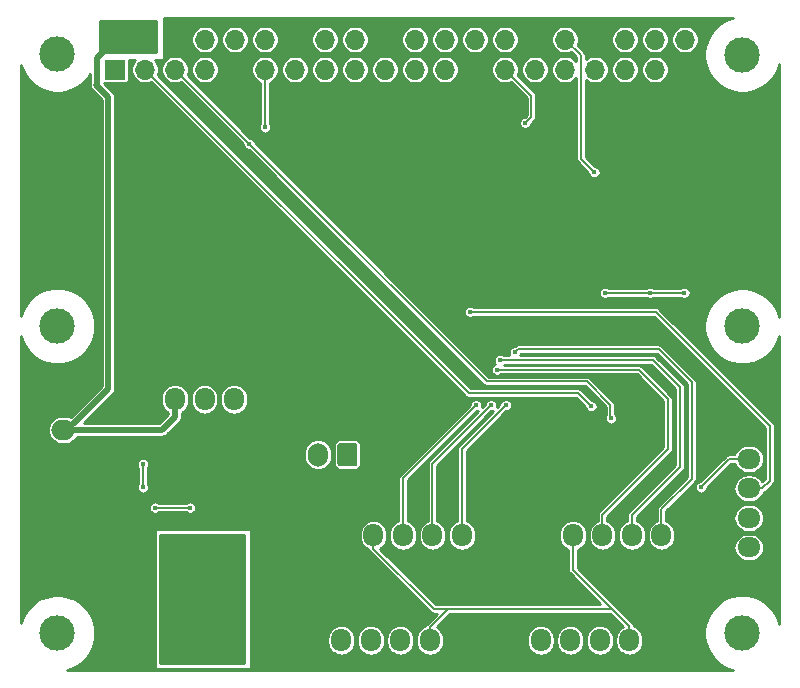
<source format=gbr>
G04 #@! TF.GenerationSoftware,KiCad,Pcbnew,(5.1.5)-3*
G04 #@! TF.CreationDate,2020-03-07T12:15:18-05:00*
G04 #@! TF.ProjectId,Zynth-encoder_power_display_fan,5a796e74-682d-4656-9e63-6f6465725f70,rev?*
G04 #@! TF.SameCoordinates,Original*
G04 #@! TF.FileFunction,Copper,L2,Bot*
G04 #@! TF.FilePolarity,Positive*
%FSLAX46Y46*%
G04 Gerber Fmt 4.6, Leading zero omitted, Abs format (unit mm)*
G04 Created by KiCad (PCBNEW (5.1.5)-3) date 2020-03-07 12:15:18*
%MOMM*%
%LPD*%
G04 APERTURE LIST*
G04 #@! TA.AperFunction,ComponentPad*
%ADD10O,1.700000X1.950000*%
G04 #@! TD*
G04 #@! TA.AperFunction,ComponentPad*
%ADD11C,0.150000*%
G04 #@! TD*
G04 #@! TA.AperFunction,ComponentPad*
%ADD12O,1.950000X1.700000*%
G04 #@! TD*
G04 #@! TA.AperFunction,ComponentPad*
%ADD13O,1.700000X2.000000*%
G04 #@! TD*
G04 #@! TA.AperFunction,ComponentPad*
%ADD14O,2.000000X1.700000*%
G04 #@! TD*
G04 #@! TA.AperFunction,WasherPad*
%ADD15C,3.000000*%
G04 #@! TD*
G04 #@! TA.AperFunction,ComponentPad*
%ADD16C,3.500120*%
G04 #@! TD*
G04 #@! TA.AperFunction,ComponentPad*
%ADD17R,3.500120X3.500120*%
G04 #@! TD*
G04 #@! TA.AperFunction,ComponentPad*
%ADD18R,1.700000X1.700000*%
G04 #@! TD*
G04 #@! TA.AperFunction,ComponentPad*
%ADD19O,1.700000X1.700000*%
G04 #@! TD*
G04 #@! TA.AperFunction,ViaPad*
%ADD20C,0.400000*%
G04 #@! TD*
G04 #@! TA.AperFunction,Conductor*
%ADD21C,0.150000*%
G04 #@! TD*
G04 #@! TA.AperFunction,Conductor*
%ADD22C,0.500000*%
G04 #@! TD*
G04 #@! TA.AperFunction,Conductor*
%ADD23C,0.254000*%
G04 #@! TD*
G04 APERTURE END LIST*
D10*
G04 #@! TO.P,PWR1,4*
G04 #@! TO.N,Net-(JP1-Pad2)*
X97000000Y-93500000D03*
G04 #@! TO.P,PWR1,3*
G04 #@! TO.N,Net-(PWR1-Pad3)*
X94500000Y-93500000D03*
G04 #@! TO.P,PWR1,2*
G04 #@! TO.N,/P5V_HAT*
X92000000Y-93500000D03*
G04 #@! TA.AperFunction,ComponentPad*
D11*
G04 #@! TO.P,PWR1,1*
G04 #@! TO.N,GND*
G36*
X90124504Y-92526204D02*
G01*
X90148773Y-92529804D01*
X90172571Y-92535765D01*
X90195671Y-92544030D01*
X90217849Y-92554520D01*
X90238893Y-92567133D01*
X90258598Y-92581747D01*
X90276777Y-92598223D01*
X90293253Y-92616402D01*
X90307867Y-92636107D01*
X90320480Y-92657151D01*
X90330970Y-92679329D01*
X90339235Y-92702429D01*
X90345196Y-92726227D01*
X90348796Y-92750496D01*
X90350000Y-92775000D01*
X90350000Y-94225000D01*
X90348796Y-94249504D01*
X90345196Y-94273773D01*
X90339235Y-94297571D01*
X90330970Y-94320671D01*
X90320480Y-94342849D01*
X90307867Y-94363893D01*
X90293253Y-94383598D01*
X90276777Y-94401777D01*
X90258598Y-94418253D01*
X90238893Y-94432867D01*
X90217849Y-94445480D01*
X90195671Y-94455970D01*
X90172571Y-94464235D01*
X90148773Y-94470196D01*
X90124504Y-94473796D01*
X90100000Y-94475000D01*
X88900000Y-94475000D01*
X88875496Y-94473796D01*
X88851227Y-94470196D01*
X88827429Y-94464235D01*
X88804329Y-94455970D01*
X88782151Y-94445480D01*
X88761107Y-94432867D01*
X88741402Y-94418253D01*
X88723223Y-94401777D01*
X88706747Y-94383598D01*
X88692133Y-94363893D01*
X88679520Y-94342849D01*
X88669030Y-94320671D01*
X88660765Y-94297571D01*
X88654804Y-94273773D01*
X88651204Y-94249504D01*
X88650000Y-94225000D01*
X88650000Y-92775000D01*
X88651204Y-92750496D01*
X88654804Y-92726227D01*
X88660765Y-92702429D01*
X88669030Y-92679329D01*
X88679520Y-92657151D01*
X88692133Y-92636107D01*
X88706747Y-92616402D01*
X88723223Y-92598223D01*
X88741402Y-92581747D01*
X88761107Y-92567133D01*
X88782151Y-92554520D01*
X88804329Y-92544030D01*
X88827429Y-92535765D01*
X88851227Y-92529804D01*
X88875496Y-92526204D01*
X88900000Y-92525000D01*
X90100000Y-92525000D01*
X90124504Y-92526204D01*
G37*
G04 #@! TD.AperFunction*
G04 #@! TD*
G04 #@! TA.AperFunction,ComponentPad*
G04 #@! TO.P,E5,1*
G04 #@! TO.N,GND*
G36*
X141338504Y-95203204D02*
G01*
X141362773Y-95206804D01*
X141386571Y-95212765D01*
X141409671Y-95221030D01*
X141431849Y-95231520D01*
X141452893Y-95244133D01*
X141472598Y-95258747D01*
X141490777Y-95275223D01*
X141507253Y-95293402D01*
X141521867Y-95313107D01*
X141534480Y-95334151D01*
X141544970Y-95356329D01*
X141553235Y-95379429D01*
X141559196Y-95403227D01*
X141562796Y-95427496D01*
X141564000Y-95452000D01*
X141564000Y-96652000D01*
X141562796Y-96676504D01*
X141559196Y-96700773D01*
X141553235Y-96724571D01*
X141544970Y-96747671D01*
X141534480Y-96769849D01*
X141521867Y-96790893D01*
X141507253Y-96810598D01*
X141490777Y-96828777D01*
X141472598Y-96845253D01*
X141452893Y-96859867D01*
X141431849Y-96872480D01*
X141409671Y-96882970D01*
X141386571Y-96891235D01*
X141362773Y-96897196D01*
X141338504Y-96900796D01*
X141314000Y-96902000D01*
X139864000Y-96902000D01*
X139839496Y-96900796D01*
X139815227Y-96897196D01*
X139791429Y-96891235D01*
X139768329Y-96882970D01*
X139746151Y-96872480D01*
X139725107Y-96859867D01*
X139705402Y-96845253D01*
X139687223Y-96828777D01*
X139670747Y-96810598D01*
X139656133Y-96790893D01*
X139643520Y-96769849D01*
X139633030Y-96747671D01*
X139624765Y-96724571D01*
X139618804Y-96700773D01*
X139615204Y-96676504D01*
X139614000Y-96652000D01*
X139614000Y-95452000D01*
X139615204Y-95427496D01*
X139618804Y-95403227D01*
X139624765Y-95379429D01*
X139633030Y-95356329D01*
X139643520Y-95334151D01*
X139656133Y-95313107D01*
X139670747Y-95293402D01*
X139687223Y-95275223D01*
X139705402Y-95258747D01*
X139725107Y-95244133D01*
X139746151Y-95231520D01*
X139768329Y-95221030D01*
X139791429Y-95212765D01*
X139815227Y-95206804D01*
X139839496Y-95203204D01*
X139864000Y-95202000D01*
X141314000Y-95202000D01*
X141338504Y-95203204D01*
G37*
G04 #@! TD.AperFunction*
D12*
G04 #@! TO.P,E5,2*
G04 #@! TO.N,/E1+*
X140589000Y-98552000D03*
G04 #@! TO.P,E5,3*
G04 #@! TO.N,/GSW3*
X140589000Y-101052000D03*
G04 #@! TO.P,E5,4*
G04 #@! TO.N,/GSW2*
X140589000Y-103552000D03*
G04 #@! TO.P,E5,5*
G04 #@! TO.N,/GSW1*
X140589000Y-106052000D03*
G04 #@! TD*
D13*
G04 #@! TO.P,PWR3,2*
G04 #@! TO.N,/P5V_HAT*
X104100000Y-98200000D03*
G04 #@! TA.AperFunction,ComponentPad*
D11*
G04 #@! TO.P,PWR3,1*
G04 #@! TO.N,/FAN_GND*
G36*
X107224504Y-97201204D02*
G01*
X107248773Y-97204804D01*
X107272571Y-97210765D01*
X107295671Y-97219030D01*
X107317849Y-97229520D01*
X107338893Y-97242133D01*
X107358598Y-97256747D01*
X107376777Y-97273223D01*
X107393253Y-97291402D01*
X107407867Y-97311107D01*
X107420480Y-97332151D01*
X107430970Y-97354329D01*
X107439235Y-97377429D01*
X107445196Y-97401227D01*
X107448796Y-97425496D01*
X107450000Y-97450000D01*
X107450000Y-98950000D01*
X107448796Y-98974504D01*
X107445196Y-98998773D01*
X107439235Y-99022571D01*
X107430970Y-99045671D01*
X107420480Y-99067849D01*
X107407867Y-99088893D01*
X107393253Y-99108598D01*
X107376777Y-99126777D01*
X107358598Y-99143253D01*
X107338893Y-99157867D01*
X107317849Y-99170480D01*
X107295671Y-99180970D01*
X107272571Y-99189235D01*
X107248773Y-99195196D01*
X107224504Y-99198796D01*
X107200000Y-99200000D01*
X106000000Y-99200000D01*
X105975496Y-99198796D01*
X105951227Y-99195196D01*
X105927429Y-99189235D01*
X105904329Y-99180970D01*
X105882151Y-99170480D01*
X105861107Y-99157867D01*
X105841402Y-99143253D01*
X105823223Y-99126777D01*
X105806747Y-99108598D01*
X105792133Y-99088893D01*
X105779520Y-99067849D01*
X105769030Y-99045671D01*
X105760765Y-99022571D01*
X105754804Y-98998773D01*
X105751204Y-98974504D01*
X105750000Y-98950000D01*
X105750000Y-97450000D01*
X105751204Y-97425496D01*
X105754804Y-97401227D01*
X105760765Y-97377429D01*
X105769030Y-97354329D01*
X105779520Y-97332151D01*
X105792133Y-97311107D01*
X105806747Y-97291402D01*
X105823223Y-97273223D01*
X105841402Y-97256747D01*
X105861107Y-97242133D01*
X105882151Y-97229520D01*
X105904329Y-97219030D01*
X105927429Y-97210765D01*
X105951227Y-97204804D01*
X105975496Y-97201204D01*
X106000000Y-97200000D01*
X107200000Y-97200000D01*
X107224504Y-97201204D01*
G37*
G04 #@! TD.AperFunction*
G04 #@! TD*
D10*
G04 #@! TO.P,E4,5*
G04 #@! TO.N,/E4D*
X133190000Y-105029000D03*
G04 #@! TO.P,E4,4*
G04 #@! TO.N,/E4C*
X130690000Y-105029000D03*
G04 #@! TO.P,E4,3*
G04 #@! TO.N,/E4S*
X128190000Y-105029000D03*
G04 #@! TO.P,E4,2*
G04 #@! TO.N,/E1+*
X125690000Y-105029000D03*
G04 #@! TA.AperFunction,ComponentPad*
D11*
G04 #@! TO.P,E4,1*
G04 #@! TO.N,GND*
G36*
X123814504Y-104055204D02*
G01*
X123838773Y-104058804D01*
X123862571Y-104064765D01*
X123885671Y-104073030D01*
X123907849Y-104083520D01*
X123928893Y-104096133D01*
X123948598Y-104110747D01*
X123966777Y-104127223D01*
X123983253Y-104145402D01*
X123997867Y-104165107D01*
X124010480Y-104186151D01*
X124020970Y-104208329D01*
X124029235Y-104231429D01*
X124035196Y-104255227D01*
X124038796Y-104279496D01*
X124040000Y-104304000D01*
X124040000Y-105754000D01*
X124038796Y-105778504D01*
X124035196Y-105802773D01*
X124029235Y-105826571D01*
X124020970Y-105849671D01*
X124010480Y-105871849D01*
X123997867Y-105892893D01*
X123983253Y-105912598D01*
X123966777Y-105930777D01*
X123948598Y-105947253D01*
X123928893Y-105961867D01*
X123907849Y-105974480D01*
X123885671Y-105984970D01*
X123862571Y-105993235D01*
X123838773Y-105999196D01*
X123814504Y-106002796D01*
X123790000Y-106004000D01*
X122590000Y-106004000D01*
X122565496Y-106002796D01*
X122541227Y-105999196D01*
X122517429Y-105993235D01*
X122494329Y-105984970D01*
X122472151Y-105974480D01*
X122451107Y-105961867D01*
X122431402Y-105947253D01*
X122413223Y-105930777D01*
X122396747Y-105912598D01*
X122382133Y-105892893D01*
X122369520Y-105871849D01*
X122359030Y-105849671D01*
X122350765Y-105826571D01*
X122344804Y-105802773D01*
X122341204Y-105778504D01*
X122340000Y-105754000D01*
X122340000Y-104304000D01*
X122341204Y-104279496D01*
X122344804Y-104255227D01*
X122350765Y-104231429D01*
X122359030Y-104208329D01*
X122369520Y-104186151D01*
X122382133Y-104165107D01*
X122396747Y-104145402D01*
X122413223Y-104127223D01*
X122431402Y-104110747D01*
X122451107Y-104096133D01*
X122472151Y-104083520D01*
X122494329Y-104073030D01*
X122517429Y-104064765D01*
X122541227Y-104058804D01*
X122565496Y-104055204D01*
X122590000Y-104054000D01*
X123790000Y-104054000D01*
X123814504Y-104055204D01*
G37*
G04 #@! TD.AperFunction*
G04 #@! TD*
D10*
G04 #@! TO.P,E3,5*
G04 #@! TO.N,/E3D*
X116299000Y-105029000D03*
G04 #@! TO.P,E3,4*
G04 #@! TO.N,/E3C*
X113799000Y-105029000D03*
G04 #@! TO.P,E3,3*
G04 #@! TO.N,/E3S*
X111299000Y-105029000D03*
G04 #@! TO.P,E3,2*
G04 #@! TO.N,/E1+*
X108799000Y-105029000D03*
G04 #@! TA.AperFunction,ComponentPad*
D11*
G04 #@! TO.P,E3,1*
G04 #@! TO.N,GND*
G36*
X106923504Y-104055204D02*
G01*
X106947773Y-104058804D01*
X106971571Y-104064765D01*
X106994671Y-104073030D01*
X107016849Y-104083520D01*
X107037893Y-104096133D01*
X107057598Y-104110747D01*
X107075777Y-104127223D01*
X107092253Y-104145402D01*
X107106867Y-104165107D01*
X107119480Y-104186151D01*
X107129970Y-104208329D01*
X107138235Y-104231429D01*
X107144196Y-104255227D01*
X107147796Y-104279496D01*
X107149000Y-104304000D01*
X107149000Y-105754000D01*
X107147796Y-105778504D01*
X107144196Y-105802773D01*
X107138235Y-105826571D01*
X107129970Y-105849671D01*
X107119480Y-105871849D01*
X107106867Y-105892893D01*
X107092253Y-105912598D01*
X107075777Y-105930777D01*
X107057598Y-105947253D01*
X107037893Y-105961867D01*
X107016849Y-105974480D01*
X106994671Y-105984970D01*
X106971571Y-105993235D01*
X106947773Y-105999196D01*
X106923504Y-106002796D01*
X106899000Y-106004000D01*
X105699000Y-106004000D01*
X105674496Y-106002796D01*
X105650227Y-105999196D01*
X105626429Y-105993235D01*
X105603329Y-105984970D01*
X105581151Y-105974480D01*
X105560107Y-105961867D01*
X105540402Y-105947253D01*
X105522223Y-105930777D01*
X105505747Y-105912598D01*
X105491133Y-105892893D01*
X105478520Y-105871849D01*
X105468030Y-105849671D01*
X105459765Y-105826571D01*
X105453804Y-105802773D01*
X105450204Y-105778504D01*
X105449000Y-105754000D01*
X105449000Y-104304000D01*
X105450204Y-104279496D01*
X105453804Y-104255227D01*
X105459765Y-104231429D01*
X105468030Y-104208329D01*
X105478520Y-104186151D01*
X105491133Y-104165107D01*
X105505747Y-104145402D01*
X105522223Y-104127223D01*
X105540402Y-104110747D01*
X105560107Y-104096133D01*
X105581151Y-104083520D01*
X105603329Y-104073030D01*
X105626429Y-104064765D01*
X105650227Y-104058804D01*
X105674496Y-104055204D01*
X105699000Y-104054000D01*
X106899000Y-104054000D01*
X106923504Y-104055204D01*
G37*
G04 #@! TD.AperFunction*
G04 #@! TD*
D10*
G04 #@! TO.P,E2,5*
G04 #@! TO.N,/E2D*
X122969000Y-113919000D03*
G04 #@! TO.P,E2,4*
G04 #@! TO.N,/E2C*
X125469000Y-113919000D03*
G04 #@! TO.P,E2,3*
G04 #@! TO.N,/E2S*
X127969000Y-113919000D03*
G04 #@! TO.P,E2,2*
G04 #@! TO.N,/E1+*
X130469000Y-113919000D03*
G04 #@! TA.AperFunction,ComponentPad*
D11*
G04 #@! TO.P,E2,1*
G04 #@! TO.N,GND*
G36*
X133593504Y-112945204D02*
G01*
X133617773Y-112948804D01*
X133641571Y-112954765D01*
X133664671Y-112963030D01*
X133686849Y-112973520D01*
X133707893Y-112986133D01*
X133727598Y-113000747D01*
X133745777Y-113017223D01*
X133762253Y-113035402D01*
X133776867Y-113055107D01*
X133789480Y-113076151D01*
X133799970Y-113098329D01*
X133808235Y-113121429D01*
X133814196Y-113145227D01*
X133817796Y-113169496D01*
X133819000Y-113194000D01*
X133819000Y-114644000D01*
X133817796Y-114668504D01*
X133814196Y-114692773D01*
X133808235Y-114716571D01*
X133799970Y-114739671D01*
X133789480Y-114761849D01*
X133776867Y-114782893D01*
X133762253Y-114802598D01*
X133745777Y-114820777D01*
X133727598Y-114837253D01*
X133707893Y-114851867D01*
X133686849Y-114864480D01*
X133664671Y-114874970D01*
X133641571Y-114883235D01*
X133617773Y-114889196D01*
X133593504Y-114892796D01*
X133569000Y-114894000D01*
X132369000Y-114894000D01*
X132344496Y-114892796D01*
X132320227Y-114889196D01*
X132296429Y-114883235D01*
X132273329Y-114874970D01*
X132251151Y-114864480D01*
X132230107Y-114851867D01*
X132210402Y-114837253D01*
X132192223Y-114820777D01*
X132175747Y-114802598D01*
X132161133Y-114782893D01*
X132148520Y-114761849D01*
X132138030Y-114739671D01*
X132129765Y-114716571D01*
X132123804Y-114692773D01*
X132120204Y-114668504D01*
X132119000Y-114644000D01*
X132119000Y-113194000D01*
X132120204Y-113169496D01*
X132123804Y-113145227D01*
X132129765Y-113121429D01*
X132138030Y-113098329D01*
X132148520Y-113076151D01*
X132161133Y-113055107D01*
X132175747Y-113035402D01*
X132192223Y-113017223D01*
X132210402Y-113000747D01*
X132230107Y-112986133D01*
X132251151Y-112973520D01*
X132273329Y-112963030D01*
X132296429Y-112954765D01*
X132320227Y-112948804D01*
X132344496Y-112945204D01*
X132369000Y-112944000D01*
X133569000Y-112944000D01*
X133593504Y-112945204D01*
G37*
G04 #@! TD.AperFunction*
G04 #@! TD*
D10*
G04 #@! TO.P,E1,5*
G04 #@! TO.N,/E1D*
X106078000Y-113919000D03*
G04 #@! TO.P,E1,4*
G04 #@! TO.N,/E1C*
X108578000Y-113919000D03*
G04 #@! TO.P,E1,3*
G04 #@! TO.N,/E1S*
X111078000Y-113919000D03*
G04 #@! TO.P,E1,2*
G04 #@! TO.N,/E1+*
X113578000Y-113919000D03*
G04 #@! TA.AperFunction,ComponentPad*
D11*
G04 #@! TO.P,E1,1*
G04 #@! TO.N,GND*
G36*
X116702504Y-112945204D02*
G01*
X116726773Y-112948804D01*
X116750571Y-112954765D01*
X116773671Y-112963030D01*
X116795849Y-112973520D01*
X116816893Y-112986133D01*
X116836598Y-113000747D01*
X116854777Y-113017223D01*
X116871253Y-113035402D01*
X116885867Y-113055107D01*
X116898480Y-113076151D01*
X116908970Y-113098329D01*
X116917235Y-113121429D01*
X116923196Y-113145227D01*
X116926796Y-113169496D01*
X116928000Y-113194000D01*
X116928000Y-114644000D01*
X116926796Y-114668504D01*
X116923196Y-114692773D01*
X116917235Y-114716571D01*
X116908970Y-114739671D01*
X116898480Y-114761849D01*
X116885867Y-114782893D01*
X116871253Y-114802598D01*
X116854777Y-114820777D01*
X116836598Y-114837253D01*
X116816893Y-114851867D01*
X116795849Y-114864480D01*
X116773671Y-114874970D01*
X116750571Y-114883235D01*
X116726773Y-114889196D01*
X116702504Y-114892796D01*
X116678000Y-114894000D01*
X115478000Y-114894000D01*
X115453496Y-114892796D01*
X115429227Y-114889196D01*
X115405429Y-114883235D01*
X115382329Y-114874970D01*
X115360151Y-114864480D01*
X115339107Y-114851867D01*
X115319402Y-114837253D01*
X115301223Y-114820777D01*
X115284747Y-114802598D01*
X115270133Y-114782893D01*
X115257520Y-114761849D01*
X115247030Y-114739671D01*
X115238765Y-114716571D01*
X115232804Y-114692773D01*
X115229204Y-114668504D01*
X115228000Y-114644000D01*
X115228000Y-113194000D01*
X115229204Y-113169496D01*
X115232804Y-113145227D01*
X115238765Y-113121429D01*
X115247030Y-113098329D01*
X115257520Y-113076151D01*
X115270133Y-113055107D01*
X115284747Y-113035402D01*
X115301223Y-113017223D01*
X115319402Y-113000747D01*
X115339107Y-112986133D01*
X115360151Y-112973520D01*
X115382329Y-112963030D01*
X115405429Y-112954765D01*
X115429227Y-112948804D01*
X115453496Y-112945204D01*
X115478000Y-112944000D01*
X116678000Y-112944000D01*
X116702504Y-112945204D01*
G37*
G04 #@! TD.AperFunction*
G04 #@! TD*
D14*
G04 #@! TO.P,PWR2,2*
G04 #@! TO.N,/P5V_HAT*
X82550000Y-96099000D03*
G04 #@! TA.AperFunction,ComponentPad*
D11*
G04 #@! TO.P,PWR2,1*
G04 #@! TO.N,GND*
G36*
X83324504Y-92750204D02*
G01*
X83348773Y-92753804D01*
X83372571Y-92759765D01*
X83395671Y-92768030D01*
X83417849Y-92778520D01*
X83438893Y-92791133D01*
X83458598Y-92805747D01*
X83476777Y-92822223D01*
X83493253Y-92840402D01*
X83507867Y-92860107D01*
X83520480Y-92881151D01*
X83530970Y-92903329D01*
X83539235Y-92926429D01*
X83545196Y-92950227D01*
X83548796Y-92974496D01*
X83550000Y-92999000D01*
X83550000Y-94199000D01*
X83548796Y-94223504D01*
X83545196Y-94247773D01*
X83539235Y-94271571D01*
X83530970Y-94294671D01*
X83520480Y-94316849D01*
X83507867Y-94337893D01*
X83493253Y-94357598D01*
X83476777Y-94375777D01*
X83458598Y-94392253D01*
X83438893Y-94406867D01*
X83417849Y-94419480D01*
X83395671Y-94429970D01*
X83372571Y-94438235D01*
X83348773Y-94444196D01*
X83324504Y-94447796D01*
X83300000Y-94449000D01*
X81800000Y-94449000D01*
X81775496Y-94447796D01*
X81751227Y-94444196D01*
X81727429Y-94438235D01*
X81704329Y-94429970D01*
X81682151Y-94419480D01*
X81661107Y-94406867D01*
X81641402Y-94392253D01*
X81623223Y-94375777D01*
X81606747Y-94357598D01*
X81592133Y-94337893D01*
X81579520Y-94316849D01*
X81569030Y-94294671D01*
X81560765Y-94271571D01*
X81554804Y-94247773D01*
X81551204Y-94223504D01*
X81550000Y-94199000D01*
X81550000Y-92999000D01*
X81551204Y-92974496D01*
X81554804Y-92950227D01*
X81560765Y-92926429D01*
X81569030Y-92903329D01*
X81579520Y-92881151D01*
X81592133Y-92860107D01*
X81606747Y-92840402D01*
X81623223Y-92822223D01*
X81641402Y-92805747D01*
X81661107Y-92791133D01*
X81682151Y-92778520D01*
X81704329Y-92768030D01*
X81727429Y-92759765D01*
X81751227Y-92753804D01*
X81775496Y-92750204D01*
X81800000Y-92749000D01*
X83300000Y-92749000D01*
X83324504Y-92750204D01*
G37*
G04 #@! TD.AperFunction*
G04 #@! TD*
D15*
G04 #@! TO.P,H6,*
G04 #@! TO.N,*
X140040000Y-87330000D03*
G04 #@! TD*
G04 #@! TO.P,H5,*
G04 #@! TO.N,*
X82040000Y-87310000D03*
G04 #@! TD*
D16*
G04 #@! TO.P,+5V_in1,2*
G04 #@! TO.N,/P5V*
X92837000Y-108839000D03*
D17*
G04 #@! TO.P,+5V_in1,1*
X92837000Y-113919000D03*
G04 #@! TD*
D16*
G04 #@! TO.P,GND_in1,2*
G04 #@! TO.N,GND*
X87757000Y-108839000D03*
D17*
G04 #@! TO.P,GND_in1,1*
X87757000Y-113919000D03*
G04 #@! TD*
D18*
G04 #@! TO.P,J3,1*
G04 #@! TO.N,/P3V3*
X86920000Y-65590000D03*
D19*
G04 #@! TO.P,J3,2*
G04 #@! TO.N,/P5V_HAT*
X86920000Y-63050000D03*
G04 #@! TO.P,J3,3*
G04 #@! TO.N,/SDA*
X89460000Y-65590000D03*
G04 #@! TO.P,J3,4*
G04 #@! TO.N,/P5V_HAT*
X89460000Y-63050000D03*
G04 #@! TO.P,J3,5*
G04 #@! TO.N,/SCK*
X92000000Y-65590000D03*
G04 #@! TO.P,J3,6*
G04 #@! TO.N,GND*
X92000000Y-63050000D03*
G04 #@! TO.P,J3,7*
G04 #@! TO.N,Net-(J3-Pad7)*
X94540000Y-65590000D03*
G04 #@! TO.P,J3,8*
G04 #@! TO.N,Net-(J3-Pad8)*
X94540000Y-63050000D03*
G04 #@! TO.P,J3,9*
G04 #@! TO.N,GND*
X97080000Y-65590000D03*
G04 #@! TO.P,J3,10*
G04 #@! TO.N,Net-(J3-Pad10)*
X97080000Y-63050000D03*
G04 #@! TO.P,J3,11*
G04 #@! TO.N,/ACT_LED*
X99620000Y-65590000D03*
G04 #@! TO.P,J3,12*
G04 #@! TO.N,Net-(J3-Pad12)*
X99620000Y-63050000D03*
G04 #@! TO.P,J3,13*
G04 #@! TO.N,Net-(J3-Pad13)*
X102160000Y-65590000D03*
G04 #@! TO.P,J3,14*
G04 #@! TO.N,GND*
X102160000Y-63050000D03*
G04 #@! TO.P,J3,15*
G04 #@! TO.N,Net-(J3-Pad15)*
X104700000Y-65590000D03*
G04 #@! TO.P,J3,16*
G04 #@! TO.N,Net-(J3-Pad16)*
X104700000Y-63050000D03*
G04 #@! TO.P,J3,17*
G04 #@! TO.N,Net-(J3-Pad17)*
X107240000Y-65590000D03*
G04 #@! TO.P,J3,18*
G04 #@! TO.N,Net-(J3-Pad18)*
X107240000Y-63050000D03*
G04 #@! TO.P,J3,19*
G04 #@! TO.N,Net-(J3-Pad19)*
X109780000Y-65590000D03*
G04 #@! TO.P,J3,20*
G04 #@! TO.N,GND*
X109780000Y-63050000D03*
G04 #@! TO.P,J3,21*
G04 #@! TO.N,Net-(J3-Pad21)*
X112320000Y-65590000D03*
G04 #@! TO.P,J3,22*
G04 #@! TO.N,Net-(J3-Pad22)*
X112320000Y-63050000D03*
G04 #@! TO.P,J3,23*
G04 #@! TO.N,Net-(J3-Pad23)*
X114860000Y-65590000D03*
G04 #@! TO.P,J3,24*
G04 #@! TO.N,Net-(J3-Pad24)*
X114860000Y-63050000D03*
G04 #@! TO.P,J3,25*
G04 #@! TO.N,GND*
X117400000Y-65590000D03*
G04 #@! TO.P,J3,26*
G04 #@! TO.N,Net-(J3-Pad26)*
X117400000Y-63050000D03*
G04 #@! TO.P,J3,27*
G04 #@! TO.N,/ID_SD_EEPROM*
X119940000Y-65590000D03*
G04 #@! TO.P,J3,28*
G04 #@! TO.N,/ID_SC_EEPROM*
X119940000Y-63050000D03*
G04 #@! TO.P,J3,29*
G04 #@! TO.N,Net-(J3-Pad29)*
X122480000Y-65590000D03*
G04 #@! TO.P,J3,30*
G04 #@! TO.N,GND*
X122480000Y-63050000D03*
G04 #@! TO.P,J3,31*
G04 #@! TO.N,Net-(J3-Pad31)*
X125020000Y-65590000D03*
G04 #@! TO.P,J3,32*
G04 #@! TO.N,/PWM_FAN_2*
X125020000Y-63050000D03*
G04 #@! TO.P,J3,33*
G04 #@! TO.N,/PWM_FAN_1*
X127560000Y-65590000D03*
G04 #@! TO.P,J3,34*
G04 #@! TO.N,GND*
X127560000Y-63050000D03*
G04 #@! TO.P,J3,35*
G04 #@! TO.N,Net-(J3-Pad35)*
X130100000Y-65590000D03*
G04 #@! TO.P,J3,36*
G04 #@! TO.N,/INTA*
X130100000Y-63050000D03*
G04 #@! TO.P,J3,37*
G04 #@! TO.N,/INTB*
X132640000Y-65590000D03*
G04 #@! TO.P,J3,38*
G04 #@! TO.N,Net-(J3-Pad38)*
X132640000Y-63050000D03*
G04 #@! TO.P,J3,39*
G04 #@! TO.N,GND*
X135180000Y-65590000D03*
G04 #@! TO.P,J3,40*
G04 #@! TO.N,Net-(J3-Pad40)*
X135180000Y-63050000D03*
G04 #@! TD*
D15*
G04 #@! TO.P,H1,*
G04 #@! TO.N,*
X82040000Y-64310000D03*
G04 #@! TD*
G04 #@! TO.P,H2,*
G04 #@! TO.N,*
X140040000Y-64330000D03*
G04 #@! TD*
G04 #@! TO.P,H3,*
G04 #@! TO.N,*
X82040000Y-113320000D03*
G04 #@! TD*
G04 #@! TO.P,H4,*
G04 #@! TO.N,*
X140030000Y-113310000D03*
G04 #@! TD*
D20*
G04 #@! TO.N,/ID_SD_EEPROM*
X121667500Y-70102500D03*
G04 #@! TO.N,Net-(Q1-Pad1)*
X93279000Y-102677000D03*
X90297000Y-102677000D03*
G04 #@! TO.N,Net-(Q2-Pad1)*
X89274000Y-98976000D03*
X89274000Y-100976000D03*
G04 #@! TO.N,/P5V_HAT*
X128397000Y-84500000D03*
X135128000Y-84500000D03*
X132207000Y-84500000D03*
G04 #@! TO.N,/SDA*
X127254000Y-94106998D03*
G04 #@! TO.N,/E3D*
X120000000Y-94000000D03*
G04 #@! TO.N,/E3C*
X118750016Y-94000000D03*
G04 #@! TO.N,/E3S*
X117500000Y-94000000D03*
G04 #@! TO.N,/E4D*
X120777000Y-89535000D03*
G04 #@! TO.N,/E4C*
X119507000Y-90170000D03*
G04 #@! TO.N,/E4S*
X119250000Y-91000004D03*
G04 #@! TO.N,/GSW3*
X116967000Y-86106000D03*
G04 #@! TO.N,/SCK*
X128905000Y-95123000D03*
X98295000Y-71885000D03*
G04 #@! TO.N,/E1+*
X136525000Y-100965000D03*
G04 #@! TO.N,/PWM_FAN_2*
X127508000Y-74295000D03*
G04 #@! TO.N,/ACT_LED*
X99620000Y-70500000D03*
G04 #@! TD*
D21*
G04 #@! TO.N,/ID_SD_EEPROM*
X120789999Y-66439999D02*
X120795999Y-66439999D01*
X119940000Y-65590000D02*
X120789999Y-66439999D01*
X120795999Y-66439999D02*
X122174000Y-67818000D01*
X122174000Y-69596000D02*
X121667500Y-70102500D01*
X122174000Y-67818000D02*
X122174000Y-69596000D01*
G04 #@! TO.N,Net-(Q1-Pad1)*
X93279000Y-102677000D02*
X90297000Y-102677000D01*
G04 #@! TO.N,Net-(Q2-Pad1)*
X89274000Y-98976000D02*
X89274000Y-100976000D01*
X89274000Y-100976000D02*
X89274000Y-100976000D01*
D22*
G04 #@! TO.N,/P5V_HAT*
X92000000Y-94975000D02*
X92000000Y-93500000D01*
X90876000Y-96099000D02*
X92000000Y-94975000D01*
X82550000Y-96099000D02*
X90876000Y-96099000D01*
X86360000Y-92640000D02*
X83373999Y-95626001D01*
X85390001Y-64579999D02*
X85390001Y-66882999D01*
X86360000Y-67945000D02*
X86360000Y-92640000D01*
X86920000Y-63050000D02*
X85390001Y-64579999D01*
X85344000Y-66929000D02*
X86360000Y-67945000D01*
X85390001Y-66882999D02*
X85344000Y-66929000D01*
D21*
X128397000Y-84500000D02*
X135128000Y-84500000D01*
G04 #@! TO.N,/SDA*
X127054001Y-93906999D02*
X127254000Y-94106998D01*
X126147002Y-93000000D02*
X127054001Y-93906999D01*
X89460000Y-65590000D02*
X116870000Y-93000000D01*
X116870000Y-93000000D02*
X126147002Y-93000000D01*
G04 #@! TO.N,/E3D*
X116299000Y-105029000D02*
X116299000Y-97701000D01*
X116299000Y-97701000D02*
X120000000Y-94000000D01*
G04 #@! TO.N,/E3C*
X113799000Y-105029000D02*
X113799000Y-98951016D01*
X113799000Y-98951016D02*
X118750016Y-94000000D01*
G04 #@! TO.N,/E3S*
X111299000Y-100201000D02*
X117500000Y-94000000D01*
X111299000Y-105029000D02*
X111299000Y-100201000D01*
G04 #@! TO.N,/E4D*
X120777000Y-89535000D02*
X120777000Y-89535000D01*
X121062000Y-89250000D02*
X120777000Y-89535000D01*
X133190000Y-105029000D02*
X133190000Y-102810000D01*
X133190000Y-102810000D02*
X135763000Y-100237000D01*
X135763000Y-100237000D02*
X135763000Y-92075000D01*
X135763000Y-92075000D02*
X132938000Y-89250000D01*
X132938000Y-89250000D02*
X121062000Y-89250000D01*
G04 #@! TO.N,/E4C*
X119507000Y-90170000D02*
X119507000Y-90170000D01*
X132461000Y-90170000D02*
X119507000Y-90170000D01*
X134750000Y-92459000D02*
X132461000Y-90170000D01*
X134750000Y-99250000D02*
X134750000Y-92459000D01*
X130690000Y-105029000D02*
X130690000Y-103310000D01*
X130690000Y-103310000D02*
X134750000Y-99250000D01*
G04 #@! TO.N,/E4S*
X133750000Y-93500000D02*
X131250004Y-91000004D01*
X133750000Y-97750000D02*
X133750000Y-93500000D01*
X131250004Y-91000004D02*
X119532842Y-91000004D01*
X128190000Y-103310000D02*
X133750000Y-97750000D01*
X119532842Y-91000004D02*
X119250000Y-91000004D01*
X128190000Y-105029000D02*
X128190000Y-103310000D01*
G04 #@! TO.N,/GSW3*
X141714000Y-101052000D02*
X142367000Y-100399000D01*
X140589000Y-101052000D02*
X141714000Y-101052000D01*
X142367000Y-95762520D02*
X132710480Y-86106000D01*
X142367000Y-100399000D02*
X142367000Y-95762520D01*
X132710480Y-86106000D02*
X116967000Y-86106000D01*
X116967000Y-86106000D02*
X116967000Y-86106000D01*
G04 #@! TO.N,/SCK*
X92000000Y-65590000D02*
X98295000Y-71885000D01*
X128872002Y-95123000D02*
X128905000Y-95123000D01*
X128872002Y-94005998D02*
X128872002Y-95123000D01*
X126866004Y-92000000D02*
X128872002Y-94005998D01*
X98295000Y-71885000D02*
X118410000Y-92000000D01*
X118410000Y-92000000D02*
X126866004Y-92000000D01*
G04 #@! TO.N,/E1+*
X113578000Y-112794000D02*
X113578000Y-113919000D01*
X115120000Y-111252000D02*
X113578000Y-112794000D01*
X128927000Y-111252000D02*
X115120000Y-111252000D01*
X108799000Y-106154000D02*
X108799000Y-105029000D01*
X113897000Y-111252000D02*
X108799000Y-106154000D01*
X115120000Y-111252000D02*
X113897000Y-111252000D01*
X130469000Y-113919000D02*
X130469000Y-112741500D01*
X125690000Y-107962500D02*
X125690000Y-105029000D01*
X130469000Y-112741500D02*
X125690000Y-107962500D01*
X140589000Y-98552000D02*
X138938000Y-98552000D01*
X138938000Y-98552000D02*
X136525000Y-100965000D01*
G04 #@! TO.N,/PWM_FAN_2*
X125020000Y-63050000D02*
X126365000Y-64395000D01*
X126365000Y-73152000D02*
X127508000Y-74295000D01*
X126365000Y-64395000D02*
X126365000Y-73152000D01*
G04 #@! TO.N,/ACT_LED*
X99620000Y-65590000D02*
X99620000Y-70500000D01*
G04 #@! TD*
D23*
G04 #@! TO.N,/P5V*
G36*
X97823000Y-115823000D02*
G01*
X90727000Y-115823000D01*
X90727000Y-105027000D01*
X97823000Y-105027000D01*
X97823000Y-115823000D01*
G37*
X97823000Y-115823000D02*
X90727000Y-115823000D01*
X90727000Y-105027000D01*
X97823000Y-105027000D01*
X97823000Y-115823000D01*
G04 #@! TO.N,/P5V_HAT*
G36*
X90424000Y-64135000D02*
G01*
X85677000Y-64135000D01*
X85677000Y-61468000D01*
X90424000Y-61468000D01*
X90424000Y-64135000D01*
G37*
X90424000Y-64135000D02*
X85677000Y-64135000D01*
X85677000Y-61468000D01*
X90424000Y-61468000D01*
X90424000Y-64135000D01*
G04 #@! TO.N,GND*
G36*
X139098719Y-61227012D02*
G01*
X138511442Y-61470270D01*
X137982907Y-61823425D01*
X137533425Y-62272907D01*
X137180270Y-62801442D01*
X136937012Y-63388719D01*
X136813000Y-64012168D01*
X136813000Y-64647832D01*
X136937012Y-65271281D01*
X137180270Y-65858558D01*
X137533425Y-66387093D01*
X137982907Y-66836575D01*
X138511442Y-67189730D01*
X139098719Y-67432988D01*
X139722168Y-67557000D01*
X140357832Y-67557000D01*
X140981281Y-67432988D01*
X141568558Y-67189730D01*
X142097093Y-66836575D01*
X142546575Y-66387093D01*
X142899730Y-65858558D01*
X143142988Y-65271281D01*
X143169357Y-65138716D01*
X143169354Y-86521271D01*
X143142988Y-86388719D01*
X142899730Y-85801442D01*
X142546575Y-85272907D01*
X142097093Y-84823425D01*
X141568558Y-84470270D01*
X140981281Y-84227012D01*
X140357832Y-84103000D01*
X139722168Y-84103000D01*
X139098719Y-84227012D01*
X138511442Y-84470270D01*
X137982907Y-84823425D01*
X137533425Y-85272907D01*
X137180270Y-85801442D01*
X136937012Y-86388719D01*
X136813000Y-87012168D01*
X136813000Y-87647832D01*
X136937012Y-88271281D01*
X137180270Y-88858558D01*
X137533425Y-89387093D01*
X137982907Y-89836575D01*
X138511442Y-90189730D01*
X139098719Y-90432988D01*
X139722168Y-90557000D01*
X140357832Y-90557000D01*
X140981281Y-90432988D01*
X141568558Y-90189730D01*
X142097093Y-89836575D01*
X142546575Y-89387093D01*
X142899730Y-88858558D01*
X143142988Y-88271281D01*
X143169354Y-88138730D01*
X143169351Y-112551529D01*
X143132988Y-112368719D01*
X142889730Y-111781442D01*
X142536575Y-111252907D01*
X142087093Y-110803425D01*
X141558558Y-110450270D01*
X140971281Y-110207012D01*
X140347832Y-110083000D01*
X139712168Y-110083000D01*
X139088719Y-110207012D01*
X138501442Y-110450270D01*
X137972907Y-110803425D01*
X137523425Y-111252907D01*
X137170270Y-111781442D01*
X136927012Y-112368719D01*
X136803000Y-112992168D01*
X136803000Y-113627832D01*
X136927012Y-114251281D01*
X137170270Y-114838558D01*
X137523425Y-115367093D01*
X137972907Y-115816575D01*
X138501442Y-116169730D01*
X139088719Y-116412988D01*
X139227589Y-116440611D01*
X82892684Y-116440611D01*
X82981281Y-116422988D01*
X83568558Y-116179730D01*
X84097093Y-115826575D01*
X84546575Y-115377093D01*
X84899730Y-114848558D01*
X85142988Y-114261281D01*
X85267000Y-113637832D01*
X85267000Y-113002168D01*
X85142988Y-112378719D01*
X84899730Y-111791442D01*
X84546575Y-111262907D01*
X84097093Y-110813425D01*
X83568558Y-110460270D01*
X82981281Y-110217012D01*
X82357832Y-110093000D01*
X81722168Y-110093000D01*
X81098719Y-110217012D01*
X80511442Y-110460270D01*
X79982907Y-110813425D01*
X79533425Y-111262907D01*
X79180270Y-111791442D01*
X78937012Y-112378719D01*
X78923356Y-112447372D01*
X78923356Y-104600000D01*
X90273000Y-104600000D01*
X90273000Y-116200000D01*
X90275440Y-116224776D01*
X90282667Y-116248601D01*
X90294403Y-116270557D01*
X90310197Y-116289803D01*
X90329443Y-116305597D01*
X90351399Y-116317333D01*
X90375224Y-116324560D01*
X90400000Y-116327000D01*
X98300000Y-116327000D01*
X98324776Y-116324560D01*
X98348601Y-116317333D01*
X98370557Y-116305597D01*
X98389803Y-116289803D01*
X98405597Y-116270557D01*
X98417333Y-116248601D01*
X98424560Y-116224776D01*
X98427000Y-116200000D01*
X98427000Y-113736188D01*
X104901000Y-113736188D01*
X104901000Y-114101811D01*
X104918031Y-114274731D01*
X104985333Y-114496596D01*
X105094626Y-114701069D01*
X105241709Y-114880291D01*
X105420930Y-115027374D01*
X105625403Y-115136667D01*
X105847268Y-115203969D01*
X106078000Y-115226694D01*
X106308731Y-115203969D01*
X106530596Y-115136667D01*
X106735069Y-115027374D01*
X106914291Y-114880291D01*
X107061374Y-114701070D01*
X107170667Y-114496597D01*
X107237969Y-114274732D01*
X107255000Y-114101812D01*
X107255000Y-113736189D01*
X107255000Y-113736188D01*
X107401000Y-113736188D01*
X107401000Y-114101811D01*
X107418031Y-114274731D01*
X107485333Y-114496596D01*
X107594626Y-114701069D01*
X107741709Y-114880291D01*
X107920930Y-115027374D01*
X108125403Y-115136667D01*
X108347268Y-115203969D01*
X108578000Y-115226694D01*
X108808731Y-115203969D01*
X109030596Y-115136667D01*
X109235069Y-115027374D01*
X109414291Y-114880291D01*
X109561374Y-114701070D01*
X109670667Y-114496597D01*
X109737969Y-114274732D01*
X109755000Y-114101812D01*
X109755000Y-113736189D01*
X109755000Y-113736188D01*
X109901000Y-113736188D01*
X109901000Y-114101811D01*
X109918031Y-114274731D01*
X109985333Y-114496596D01*
X110094626Y-114701069D01*
X110241709Y-114880291D01*
X110420930Y-115027374D01*
X110625403Y-115136667D01*
X110847268Y-115203969D01*
X111078000Y-115226694D01*
X111308731Y-115203969D01*
X111530596Y-115136667D01*
X111735069Y-115027374D01*
X111914291Y-114880291D01*
X112061374Y-114701070D01*
X112170667Y-114496597D01*
X112237969Y-114274732D01*
X112255000Y-114101812D01*
X112255000Y-113736189D01*
X112237969Y-113563269D01*
X112170667Y-113341404D01*
X112061374Y-113136931D01*
X111914291Y-112957709D01*
X111735070Y-112810626D01*
X111530597Y-112701333D01*
X111308732Y-112634031D01*
X111078000Y-112611306D01*
X110847269Y-112634031D01*
X110625404Y-112701333D01*
X110420931Y-112810626D01*
X110241710Y-112957709D01*
X110094626Y-113136930D01*
X109985333Y-113341403D01*
X109918031Y-113563268D01*
X109901000Y-113736188D01*
X109755000Y-113736188D01*
X109737969Y-113563269D01*
X109670667Y-113341404D01*
X109561374Y-113136931D01*
X109414291Y-112957709D01*
X109235070Y-112810626D01*
X109030597Y-112701333D01*
X108808732Y-112634031D01*
X108578000Y-112611306D01*
X108347269Y-112634031D01*
X108125404Y-112701333D01*
X107920931Y-112810626D01*
X107741710Y-112957709D01*
X107594626Y-113136930D01*
X107485333Y-113341403D01*
X107418031Y-113563268D01*
X107401000Y-113736188D01*
X107255000Y-113736188D01*
X107237969Y-113563269D01*
X107170667Y-113341404D01*
X107061374Y-113136931D01*
X106914291Y-112957709D01*
X106735070Y-112810626D01*
X106530597Y-112701333D01*
X106308732Y-112634031D01*
X106078000Y-112611306D01*
X105847269Y-112634031D01*
X105625404Y-112701333D01*
X105420931Y-112810626D01*
X105241710Y-112957709D01*
X105094626Y-113136930D01*
X104985333Y-113341403D01*
X104918031Y-113563268D01*
X104901000Y-113736188D01*
X98427000Y-113736188D01*
X98427000Y-104846189D01*
X107622000Y-104846189D01*
X107622000Y-105211812D01*
X107639031Y-105384732D01*
X107706333Y-105606597D01*
X107815626Y-105811070D01*
X107962710Y-105990291D01*
X108141931Y-106137374D01*
X108346404Y-106246667D01*
X108413165Y-106266919D01*
X108425803Y-106308582D01*
X108463132Y-106378419D01*
X108513368Y-106439632D01*
X108528710Y-106452223D01*
X113598780Y-111522294D01*
X113611368Y-111537632D01*
X113626704Y-111550218D01*
X113626706Y-111550220D01*
X113672580Y-111587868D01*
X113742416Y-111625197D01*
X113818194Y-111648183D01*
X113877253Y-111654000D01*
X113877260Y-111654000D01*
X113897000Y-111655944D01*
X113916739Y-111654000D01*
X114149487Y-111654000D01*
X113307710Y-112495777D01*
X113292368Y-112508368D01*
X113242132Y-112569581D01*
X113204803Y-112639418D01*
X113192165Y-112681081D01*
X113125404Y-112701333D01*
X112920931Y-112810626D01*
X112741710Y-112957709D01*
X112594626Y-113136930D01*
X112485333Y-113341403D01*
X112418031Y-113563268D01*
X112401000Y-113736188D01*
X112401000Y-114101811D01*
X112418031Y-114274731D01*
X112485333Y-114496596D01*
X112594626Y-114701069D01*
X112741709Y-114880291D01*
X112920930Y-115027374D01*
X113125403Y-115136667D01*
X113347268Y-115203969D01*
X113578000Y-115226694D01*
X113808731Y-115203969D01*
X114030596Y-115136667D01*
X114235069Y-115027374D01*
X114414291Y-114880291D01*
X114561374Y-114701070D01*
X114670667Y-114496597D01*
X114737969Y-114274732D01*
X114755000Y-114101812D01*
X114755000Y-113736189D01*
X114755000Y-113736188D01*
X121792000Y-113736188D01*
X121792000Y-114101811D01*
X121809031Y-114274731D01*
X121876333Y-114496596D01*
X121985626Y-114701069D01*
X122132709Y-114880291D01*
X122311930Y-115027374D01*
X122516403Y-115136667D01*
X122738268Y-115203969D01*
X122969000Y-115226694D01*
X123199731Y-115203969D01*
X123421596Y-115136667D01*
X123626069Y-115027374D01*
X123805291Y-114880291D01*
X123952374Y-114701070D01*
X124061667Y-114496597D01*
X124128969Y-114274732D01*
X124146000Y-114101812D01*
X124146000Y-113736189D01*
X124146000Y-113736188D01*
X124292000Y-113736188D01*
X124292000Y-114101811D01*
X124309031Y-114274731D01*
X124376333Y-114496596D01*
X124485626Y-114701069D01*
X124632709Y-114880291D01*
X124811930Y-115027374D01*
X125016403Y-115136667D01*
X125238268Y-115203969D01*
X125469000Y-115226694D01*
X125699731Y-115203969D01*
X125921596Y-115136667D01*
X126126069Y-115027374D01*
X126305291Y-114880291D01*
X126452374Y-114701070D01*
X126561667Y-114496597D01*
X126628969Y-114274732D01*
X126646000Y-114101812D01*
X126646000Y-113736189D01*
X126646000Y-113736188D01*
X126792000Y-113736188D01*
X126792000Y-114101811D01*
X126809031Y-114274731D01*
X126876333Y-114496596D01*
X126985626Y-114701069D01*
X127132709Y-114880291D01*
X127311930Y-115027374D01*
X127516403Y-115136667D01*
X127738268Y-115203969D01*
X127969000Y-115226694D01*
X128199731Y-115203969D01*
X128421596Y-115136667D01*
X128626069Y-115027374D01*
X128805291Y-114880291D01*
X128952374Y-114701070D01*
X129061667Y-114496597D01*
X129128969Y-114274732D01*
X129146000Y-114101812D01*
X129146000Y-113736189D01*
X129128969Y-113563269D01*
X129061667Y-113341404D01*
X128952374Y-113136931D01*
X128805291Y-112957709D01*
X128626070Y-112810626D01*
X128421597Y-112701333D01*
X128199732Y-112634031D01*
X127969000Y-112611306D01*
X127738269Y-112634031D01*
X127516404Y-112701333D01*
X127311931Y-112810626D01*
X127132710Y-112957709D01*
X126985626Y-113136930D01*
X126876333Y-113341403D01*
X126809031Y-113563268D01*
X126792000Y-113736188D01*
X126646000Y-113736188D01*
X126628969Y-113563269D01*
X126561667Y-113341404D01*
X126452374Y-113136931D01*
X126305291Y-112957709D01*
X126126070Y-112810626D01*
X125921597Y-112701333D01*
X125699732Y-112634031D01*
X125469000Y-112611306D01*
X125238269Y-112634031D01*
X125016404Y-112701333D01*
X124811931Y-112810626D01*
X124632710Y-112957709D01*
X124485626Y-113136930D01*
X124376333Y-113341403D01*
X124309031Y-113563268D01*
X124292000Y-113736188D01*
X124146000Y-113736188D01*
X124128969Y-113563269D01*
X124061667Y-113341404D01*
X123952374Y-113136931D01*
X123805291Y-112957709D01*
X123626070Y-112810626D01*
X123421597Y-112701333D01*
X123199732Y-112634031D01*
X122969000Y-112611306D01*
X122738269Y-112634031D01*
X122516404Y-112701333D01*
X122311931Y-112810626D01*
X122132710Y-112957709D01*
X121985626Y-113136930D01*
X121876333Y-113341403D01*
X121809031Y-113563268D01*
X121792000Y-113736188D01*
X114755000Y-113736188D01*
X114737969Y-113563269D01*
X114670667Y-113341404D01*
X114561374Y-113136931D01*
X114414291Y-112957709D01*
X114235070Y-112810626D01*
X114166525Y-112773988D01*
X115286513Y-111654000D01*
X128812986Y-111654000D01*
X129914688Y-112755702D01*
X129811931Y-112810626D01*
X129632710Y-112957709D01*
X129485626Y-113136930D01*
X129376333Y-113341403D01*
X129309031Y-113563268D01*
X129292000Y-113736188D01*
X129292000Y-114101811D01*
X129309031Y-114274731D01*
X129376333Y-114496596D01*
X129485626Y-114701069D01*
X129632709Y-114880291D01*
X129811930Y-115027374D01*
X130016403Y-115136667D01*
X130238268Y-115203969D01*
X130469000Y-115226694D01*
X130699731Y-115203969D01*
X130921596Y-115136667D01*
X131126069Y-115027374D01*
X131305291Y-114880291D01*
X131452374Y-114701070D01*
X131561667Y-114496597D01*
X131628969Y-114274732D01*
X131646000Y-114101812D01*
X131646000Y-113736189D01*
X131628969Y-113563269D01*
X131561667Y-113341404D01*
X131452374Y-113136931D01*
X131305291Y-112957709D01*
X131126070Y-112810626D01*
X130921597Y-112701333D01*
X130867368Y-112684883D01*
X130865183Y-112662694D01*
X130858122Y-112639417D01*
X130842197Y-112586916D01*
X130804868Y-112517080D01*
X130767220Y-112471206D01*
X130767218Y-112471204D01*
X130754632Y-112455868D01*
X130739296Y-112443282D01*
X126092000Y-107795987D01*
X126092000Y-106262015D01*
X126142597Y-106246667D01*
X126347070Y-106137374D01*
X126526291Y-105990291D01*
X126673374Y-105811069D01*
X126782667Y-105606596D01*
X126849969Y-105384731D01*
X126867000Y-105211811D01*
X126867000Y-104846188D01*
X126849969Y-104673268D01*
X126782667Y-104451403D01*
X126673374Y-104246930D01*
X126526291Y-104067709D01*
X126347069Y-103920626D01*
X126142596Y-103811333D01*
X125920731Y-103744031D01*
X125690000Y-103721306D01*
X125459268Y-103744031D01*
X125237403Y-103811333D01*
X125032930Y-103920626D01*
X124853709Y-104067709D01*
X124706626Y-104246931D01*
X124597333Y-104451404D01*
X124530031Y-104673269D01*
X124513000Y-104846189D01*
X124513000Y-105211812D01*
X124530031Y-105384732D01*
X124597333Y-105606597D01*
X124706626Y-105811070D01*
X124853710Y-105990291D01*
X125032931Y-106137374D01*
X125237404Y-106246667D01*
X125288001Y-106262015D01*
X125288000Y-107942761D01*
X125286056Y-107962500D01*
X125288000Y-107982239D01*
X125288000Y-107982246D01*
X125293817Y-108041305D01*
X125316803Y-108117082D01*
X125354132Y-108186919D01*
X125404368Y-108248132D01*
X125419710Y-108260723D01*
X128008986Y-110850000D01*
X115139739Y-110850000D01*
X115119999Y-110848056D01*
X115100260Y-110850000D01*
X114063514Y-110850000D01*
X109387525Y-106174012D01*
X109456070Y-106137374D01*
X109635291Y-105990291D01*
X109782374Y-105811069D01*
X109891667Y-105606596D01*
X109958969Y-105384731D01*
X109976000Y-105211811D01*
X109976000Y-104846189D01*
X110122000Y-104846189D01*
X110122000Y-105211812D01*
X110139031Y-105384732D01*
X110206333Y-105606597D01*
X110315626Y-105811070D01*
X110462710Y-105990291D01*
X110641931Y-106137374D01*
X110846404Y-106246667D01*
X111068269Y-106313969D01*
X111299000Y-106336694D01*
X111529732Y-106313969D01*
X111751597Y-106246667D01*
X111956070Y-106137374D01*
X112135291Y-105990291D01*
X112282374Y-105811069D01*
X112391667Y-105606596D01*
X112458969Y-105384731D01*
X112476000Y-105211811D01*
X112476000Y-104846188D01*
X112458969Y-104673268D01*
X112391667Y-104451403D01*
X112282374Y-104246930D01*
X112135291Y-104067709D01*
X111956069Y-103920626D01*
X111751596Y-103811333D01*
X111701000Y-103795985D01*
X111701000Y-100367513D01*
X117541513Y-94527000D01*
X117551905Y-94527000D01*
X117653720Y-94506748D01*
X117689628Y-94491874D01*
X113528705Y-98652798D01*
X113513369Y-98665384D01*
X113463133Y-98726596D01*
X113425804Y-98796433D01*
X113402817Y-98872211D01*
X113395056Y-98951016D01*
X113397001Y-98970765D01*
X113397000Y-103795985D01*
X113346403Y-103811333D01*
X113141930Y-103920626D01*
X112962709Y-104067709D01*
X112815626Y-104246931D01*
X112706333Y-104451404D01*
X112639031Y-104673269D01*
X112622000Y-104846189D01*
X112622000Y-105211812D01*
X112639031Y-105384732D01*
X112706333Y-105606597D01*
X112815626Y-105811070D01*
X112962710Y-105990291D01*
X113141931Y-106137374D01*
X113346404Y-106246667D01*
X113568269Y-106313969D01*
X113799000Y-106336694D01*
X114029732Y-106313969D01*
X114251597Y-106246667D01*
X114456070Y-106137374D01*
X114635291Y-105990291D01*
X114782374Y-105811069D01*
X114891667Y-105606596D01*
X114958969Y-105384731D01*
X114976000Y-105211811D01*
X114976000Y-104846188D01*
X114958969Y-104673268D01*
X114891667Y-104451403D01*
X114782374Y-104246930D01*
X114635291Y-104067709D01*
X114456069Y-103920626D01*
X114251596Y-103811333D01*
X114201000Y-103795985D01*
X114201000Y-99117529D01*
X118791530Y-94527000D01*
X118801921Y-94527000D01*
X118903736Y-94506748D01*
X118939591Y-94491896D01*
X116028705Y-97402782D01*
X116013369Y-97415368D01*
X115963133Y-97476580D01*
X115936941Y-97525581D01*
X115925804Y-97546417D01*
X115902817Y-97622195D01*
X115895056Y-97701000D01*
X115897001Y-97720749D01*
X115897000Y-103795985D01*
X115846403Y-103811333D01*
X115641930Y-103920626D01*
X115462709Y-104067709D01*
X115315626Y-104246931D01*
X115206333Y-104451404D01*
X115139031Y-104673269D01*
X115122000Y-104846189D01*
X115122000Y-105211812D01*
X115139031Y-105384732D01*
X115206333Y-105606597D01*
X115315626Y-105811070D01*
X115462710Y-105990291D01*
X115641931Y-106137374D01*
X115846404Y-106246667D01*
X116068269Y-106313969D01*
X116299000Y-106336694D01*
X116529732Y-106313969D01*
X116751597Y-106246667D01*
X116956070Y-106137374D01*
X117135291Y-105990291D01*
X117282374Y-105811069D01*
X117391667Y-105606596D01*
X117458969Y-105384731D01*
X117476000Y-105211811D01*
X117476000Y-104846188D01*
X117458969Y-104673268D01*
X117391667Y-104451403D01*
X117282374Y-104246930D01*
X117135291Y-104067709D01*
X116956069Y-103920626D01*
X116751596Y-103811333D01*
X116701000Y-103795985D01*
X116701000Y-97867513D01*
X120041513Y-94527000D01*
X120051905Y-94527000D01*
X120153720Y-94506748D01*
X120249628Y-94467021D01*
X120335943Y-94409348D01*
X120409348Y-94335943D01*
X120467021Y-94249628D01*
X120506748Y-94153720D01*
X120527000Y-94051905D01*
X120527000Y-93948095D01*
X120506748Y-93846280D01*
X120467021Y-93750372D01*
X120409348Y-93664057D01*
X120335943Y-93590652D01*
X120249628Y-93532979D01*
X120153720Y-93493252D01*
X120051905Y-93473000D01*
X119948095Y-93473000D01*
X119846280Y-93493252D01*
X119750372Y-93532979D01*
X119664057Y-93590652D01*
X119590652Y-93664057D01*
X119532979Y-93750372D01*
X119493252Y-93846280D01*
X119473000Y-93948095D01*
X119473000Y-93958487D01*
X119241912Y-94189575D01*
X119256764Y-94153720D01*
X119277016Y-94051905D01*
X119277016Y-93948095D01*
X119256764Y-93846280D01*
X119217037Y-93750372D01*
X119159364Y-93664057D01*
X119085959Y-93590652D01*
X118999644Y-93532979D01*
X118903736Y-93493252D01*
X118801921Y-93473000D01*
X118698111Y-93473000D01*
X118596296Y-93493252D01*
X118500388Y-93532979D01*
X118414073Y-93590652D01*
X118340668Y-93664057D01*
X118282995Y-93750372D01*
X118243268Y-93846280D01*
X118223016Y-93948095D01*
X118223016Y-93958486D01*
X117991874Y-94189628D01*
X118006748Y-94153720D01*
X118027000Y-94051905D01*
X118027000Y-93948095D01*
X118006748Y-93846280D01*
X117967021Y-93750372D01*
X117909348Y-93664057D01*
X117835943Y-93590652D01*
X117749628Y-93532979D01*
X117653720Y-93493252D01*
X117551905Y-93473000D01*
X117448095Y-93473000D01*
X117346280Y-93493252D01*
X117250372Y-93532979D01*
X117164057Y-93590652D01*
X117090652Y-93664057D01*
X117032979Y-93750372D01*
X116993252Y-93846280D01*
X116973000Y-93948095D01*
X116973000Y-93958487D01*
X111028705Y-99902782D01*
X111013369Y-99915368D01*
X110963133Y-99976580D01*
X110949109Y-100002817D01*
X110925804Y-100046417D01*
X110902817Y-100122195D01*
X110895056Y-100201000D01*
X110897001Y-100220749D01*
X110897000Y-103795984D01*
X110846403Y-103811333D01*
X110641930Y-103920626D01*
X110462709Y-104067709D01*
X110315626Y-104246931D01*
X110206333Y-104451404D01*
X110139031Y-104673269D01*
X110122000Y-104846189D01*
X109976000Y-104846189D01*
X109976000Y-104846188D01*
X109958969Y-104673268D01*
X109891667Y-104451403D01*
X109782374Y-104246930D01*
X109635291Y-104067709D01*
X109456069Y-103920626D01*
X109251596Y-103811333D01*
X109029731Y-103744031D01*
X108799000Y-103721306D01*
X108568268Y-103744031D01*
X108346403Y-103811333D01*
X108141930Y-103920626D01*
X107962709Y-104067709D01*
X107815626Y-104246931D01*
X107706333Y-104451404D01*
X107639031Y-104673269D01*
X107622000Y-104846189D01*
X98427000Y-104846189D01*
X98427000Y-104600000D01*
X98424560Y-104575224D01*
X98417333Y-104551399D01*
X98405597Y-104529443D01*
X98389803Y-104510197D01*
X98370557Y-104494403D01*
X98348601Y-104482667D01*
X98324776Y-104475440D01*
X98300000Y-104473000D01*
X90400000Y-104473000D01*
X90375224Y-104475440D01*
X90351399Y-104482667D01*
X90329443Y-104494403D01*
X90310197Y-104510197D01*
X90294403Y-104529443D01*
X90282667Y-104551399D01*
X90275440Y-104575224D01*
X90273000Y-104600000D01*
X78923356Y-104600000D01*
X78923356Y-102625095D01*
X89770000Y-102625095D01*
X89770000Y-102728905D01*
X89790252Y-102830720D01*
X89829979Y-102926628D01*
X89887652Y-103012943D01*
X89961057Y-103086348D01*
X90047372Y-103144021D01*
X90143280Y-103183748D01*
X90245095Y-103204000D01*
X90348905Y-103204000D01*
X90450720Y-103183748D01*
X90546628Y-103144021D01*
X90632943Y-103086348D01*
X90640291Y-103079000D01*
X92935709Y-103079000D01*
X92943057Y-103086348D01*
X93029372Y-103144021D01*
X93125280Y-103183748D01*
X93227095Y-103204000D01*
X93330905Y-103204000D01*
X93432720Y-103183748D01*
X93528628Y-103144021D01*
X93614943Y-103086348D01*
X93688348Y-103012943D01*
X93746021Y-102926628D01*
X93785748Y-102830720D01*
X93806000Y-102728905D01*
X93806000Y-102625095D01*
X93785748Y-102523280D01*
X93746021Y-102427372D01*
X93688348Y-102341057D01*
X93614943Y-102267652D01*
X93528628Y-102209979D01*
X93432720Y-102170252D01*
X93330905Y-102150000D01*
X93227095Y-102150000D01*
X93125280Y-102170252D01*
X93029372Y-102209979D01*
X92943057Y-102267652D01*
X92935709Y-102275000D01*
X90640291Y-102275000D01*
X90632943Y-102267652D01*
X90546628Y-102209979D01*
X90450720Y-102170252D01*
X90348905Y-102150000D01*
X90245095Y-102150000D01*
X90143280Y-102170252D01*
X90047372Y-102209979D01*
X89961057Y-102267652D01*
X89887652Y-102341057D01*
X89829979Y-102427372D01*
X89790252Y-102523280D01*
X89770000Y-102625095D01*
X78923356Y-102625095D01*
X78923356Y-98924095D01*
X88747000Y-98924095D01*
X88747000Y-99027905D01*
X88767252Y-99129720D01*
X88806979Y-99225628D01*
X88864652Y-99311943D01*
X88872000Y-99319291D01*
X88872001Y-100632708D01*
X88864652Y-100640057D01*
X88806979Y-100726372D01*
X88767252Y-100822280D01*
X88747000Y-100924095D01*
X88747000Y-101027905D01*
X88767252Y-101129720D01*
X88806979Y-101225628D01*
X88864652Y-101311943D01*
X88938057Y-101385348D01*
X89024372Y-101443021D01*
X89120280Y-101482748D01*
X89222095Y-101503000D01*
X89325905Y-101503000D01*
X89427720Y-101482748D01*
X89523628Y-101443021D01*
X89609943Y-101385348D01*
X89683348Y-101311943D01*
X89741021Y-101225628D01*
X89780748Y-101129720D01*
X89801000Y-101027905D01*
X89801000Y-100924095D01*
X89780748Y-100822280D01*
X89741021Y-100726372D01*
X89683348Y-100640057D01*
X89676000Y-100632709D01*
X89676000Y-99319291D01*
X89683348Y-99311943D01*
X89741021Y-99225628D01*
X89780748Y-99129720D01*
X89801000Y-99027905D01*
X89801000Y-98924095D01*
X89780748Y-98822280D01*
X89741021Y-98726372D01*
X89683348Y-98640057D01*
X89609943Y-98566652D01*
X89523628Y-98508979D01*
X89427720Y-98469252D01*
X89325905Y-98449000D01*
X89222095Y-98449000D01*
X89120280Y-98469252D01*
X89024372Y-98508979D01*
X88938057Y-98566652D01*
X88864652Y-98640057D01*
X88806979Y-98726372D01*
X88767252Y-98822280D01*
X88747000Y-98924095D01*
X78923356Y-98924095D01*
X78923356Y-97992188D01*
X102923000Y-97992188D01*
X102923000Y-98407811D01*
X102940031Y-98580731D01*
X103007333Y-98802596D01*
X103116626Y-99007069D01*
X103263709Y-99186291D01*
X103442930Y-99333374D01*
X103647403Y-99442667D01*
X103869268Y-99509969D01*
X104100000Y-99532694D01*
X104330731Y-99509969D01*
X104552596Y-99442667D01*
X104757069Y-99333374D01*
X104936291Y-99186291D01*
X105083374Y-99007070D01*
X105192667Y-98802597D01*
X105259969Y-98580732D01*
X105277000Y-98407812D01*
X105277000Y-97992189D01*
X105259969Y-97819269D01*
X105192667Y-97597404D01*
X105113878Y-97450000D01*
X105421418Y-97450000D01*
X105421418Y-98950000D01*
X105432535Y-99062876D01*
X105465460Y-99171414D01*
X105518927Y-99271443D01*
X105590881Y-99359119D01*
X105678557Y-99431073D01*
X105778586Y-99484540D01*
X105887124Y-99517465D01*
X106000000Y-99528582D01*
X107200000Y-99528582D01*
X107312876Y-99517465D01*
X107421414Y-99484540D01*
X107521443Y-99431073D01*
X107609119Y-99359119D01*
X107681073Y-99271443D01*
X107734540Y-99171414D01*
X107767465Y-99062876D01*
X107778582Y-98950000D01*
X107778582Y-97450000D01*
X107767465Y-97337124D01*
X107734540Y-97228586D01*
X107681073Y-97128557D01*
X107609119Y-97040881D01*
X107521443Y-96968927D01*
X107421414Y-96915460D01*
X107312876Y-96882535D01*
X107200000Y-96871418D01*
X106000000Y-96871418D01*
X105887124Y-96882535D01*
X105778586Y-96915460D01*
X105678557Y-96968927D01*
X105590881Y-97040881D01*
X105518927Y-97128557D01*
X105465460Y-97228586D01*
X105432535Y-97337124D01*
X105421418Y-97450000D01*
X105113878Y-97450000D01*
X105083374Y-97392931D01*
X104936291Y-97213709D01*
X104757070Y-97066626D01*
X104552597Y-96957333D01*
X104330732Y-96890031D01*
X104100000Y-96867306D01*
X103869269Y-96890031D01*
X103647404Y-96957333D01*
X103442931Y-97066626D01*
X103263710Y-97213709D01*
X103116627Y-97392930D01*
X103007333Y-97597403D01*
X102940031Y-97819268D01*
X102923000Y-97992188D01*
X78923356Y-97992188D01*
X78923356Y-88182628D01*
X78937012Y-88251281D01*
X79180270Y-88838558D01*
X79533425Y-89367093D01*
X79982907Y-89816575D01*
X80511442Y-90169730D01*
X81098719Y-90412988D01*
X81722168Y-90537000D01*
X82357832Y-90537000D01*
X82981281Y-90412988D01*
X83568558Y-90169730D01*
X84097093Y-89816575D01*
X84546575Y-89367093D01*
X84899730Y-88838558D01*
X85142988Y-88251281D01*
X85267000Y-87627832D01*
X85267000Y-86992168D01*
X85142988Y-86368719D01*
X84899730Y-85781442D01*
X84546575Y-85252907D01*
X84097093Y-84803425D01*
X83568558Y-84450270D01*
X82981281Y-84207012D01*
X82357832Y-84083000D01*
X81722168Y-84083000D01*
X81098719Y-84207012D01*
X80511442Y-84450270D01*
X79982907Y-84803425D01*
X79533425Y-85252907D01*
X79180270Y-85781442D01*
X78937012Y-86368719D01*
X78923356Y-86437372D01*
X78923356Y-65182628D01*
X78937012Y-65251281D01*
X79180270Y-65838558D01*
X79533425Y-66367093D01*
X79982907Y-66816575D01*
X80511442Y-67169730D01*
X81098719Y-67412988D01*
X81722168Y-67537000D01*
X82357832Y-67537000D01*
X82981281Y-67412988D01*
X83568558Y-67169730D01*
X84097093Y-66816575D01*
X84546575Y-66367093D01*
X84813002Y-65968357D01*
X84813002Y-66698410D01*
X84808344Y-66707124D01*
X84775349Y-66815889D01*
X84764210Y-66929000D01*
X84775349Y-67042111D01*
X84808344Y-67150876D01*
X84861922Y-67251114D01*
X84934026Y-67338974D01*
X84956035Y-67357036D01*
X85783000Y-68184002D01*
X85783001Y-92400997D01*
X83168934Y-95015065D01*
X83152597Y-95006333D01*
X82930732Y-94939031D01*
X82757812Y-94922000D01*
X82342188Y-94922000D01*
X82169268Y-94939031D01*
X81947403Y-95006333D01*
X81742930Y-95115626D01*
X81563709Y-95262709D01*
X81416626Y-95441930D01*
X81307333Y-95646403D01*
X81240031Y-95868268D01*
X81217306Y-96099000D01*
X81240031Y-96329732D01*
X81307333Y-96551597D01*
X81416626Y-96756070D01*
X81563709Y-96935291D01*
X81742930Y-97082374D01*
X81947403Y-97191667D01*
X82169268Y-97258969D01*
X82342188Y-97276000D01*
X82757812Y-97276000D01*
X82930732Y-97258969D01*
X83152597Y-97191667D01*
X83357070Y-97082374D01*
X83536291Y-96935291D01*
X83683374Y-96756070D01*
X83726172Y-96676000D01*
X90847669Y-96676000D01*
X90876000Y-96678790D01*
X90904331Y-96676000D01*
X90904336Y-96676000D01*
X90934045Y-96673074D01*
X90989111Y-96667651D01*
X91033770Y-96654103D01*
X91097876Y-96634657D01*
X91198115Y-96581079D01*
X91285974Y-96508974D01*
X91304039Y-96486962D01*
X92387968Y-95403034D01*
X92409974Y-95384974D01*
X92431640Y-95358575D01*
X92444405Y-95343020D01*
X92482079Y-95297115D01*
X92535657Y-95196876D01*
X92568650Y-95088112D01*
X92577000Y-95003336D01*
X92577000Y-95003330D01*
X92579790Y-94975001D01*
X92577000Y-94946672D01*
X92577000Y-94651172D01*
X92657070Y-94608374D01*
X92836291Y-94461291D01*
X92983374Y-94282069D01*
X93092667Y-94077596D01*
X93159969Y-93855731D01*
X93177000Y-93682811D01*
X93177000Y-93317189D01*
X93323000Y-93317189D01*
X93323000Y-93682812D01*
X93340031Y-93855732D01*
X93407333Y-94077597D01*
X93516626Y-94282070D01*
X93663710Y-94461291D01*
X93842931Y-94608374D01*
X94047404Y-94717667D01*
X94269269Y-94784969D01*
X94500000Y-94807694D01*
X94730732Y-94784969D01*
X94952597Y-94717667D01*
X95157070Y-94608374D01*
X95336291Y-94461291D01*
X95483374Y-94282069D01*
X95592667Y-94077596D01*
X95659969Y-93855731D01*
X95677000Y-93682811D01*
X95677000Y-93317189D01*
X95823000Y-93317189D01*
X95823000Y-93682812D01*
X95840031Y-93855732D01*
X95907333Y-94077597D01*
X96016626Y-94282070D01*
X96163710Y-94461291D01*
X96342931Y-94608374D01*
X96547404Y-94717667D01*
X96769269Y-94784969D01*
X97000000Y-94807694D01*
X97230732Y-94784969D01*
X97452597Y-94717667D01*
X97657070Y-94608374D01*
X97836291Y-94461291D01*
X97983374Y-94282069D01*
X98092667Y-94077596D01*
X98159969Y-93855731D01*
X98177000Y-93682811D01*
X98177000Y-93317188D01*
X98159969Y-93144268D01*
X98092667Y-92922403D01*
X97983374Y-92717930D01*
X97836291Y-92538709D01*
X97657069Y-92391626D01*
X97452596Y-92282333D01*
X97230731Y-92215031D01*
X97000000Y-92192306D01*
X96769268Y-92215031D01*
X96547403Y-92282333D01*
X96342930Y-92391626D01*
X96163709Y-92538709D01*
X96016626Y-92717931D01*
X95907333Y-92922404D01*
X95840031Y-93144269D01*
X95823000Y-93317189D01*
X95677000Y-93317189D01*
X95677000Y-93317188D01*
X95659969Y-93144268D01*
X95592667Y-92922403D01*
X95483374Y-92717930D01*
X95336291Y-92538709D01*
X95157069Y-92391626D01*
X94952596Y-92282333D01*
X94730731Y-92215031D01*
X94500000Y-92192306D01*
X94269268Y-92215031D01*
X94047403Y-92282333D01*
X93842930Y-92391626D01*
X93663709Y-92538709D01*
X93516626Y-92717931D01*
X93407333Y-92922404D01*
X93340031Y-93144269D01*
X93323000Y-93317189D01*
X93177000Y-93317189D01*
X93177000Y-93317188D01*
X93159969Y-93144268D01*
X93092667Y-92922403D01*
X92983374Y-92717930D01*
X92836291Y-92538709D01*
X92657069Y-92391626D01*
X92452596Y-92282333D01*
X92230731Y-92215031D01*
X92000000Y-92192306D01*
X91769268Y-92215031D01*
X91547403Y-92282333D01*
X91342930Y-92391626D01*
X91163709Y-92538709D01*
X91016626Y-92717931D01*
X90907333Y-92922404D01*
X90840031Y-93144269D01*
X90823000Y-93317189D01*
X90823000Y-93682812D01*
X90840031Y-93855732D01*
X90907333Y-94077597D01*
X91016626Y-94282070D01*
X91163710Y-94461291D01*
X91342931Y-94608374D01*
X91423000Y-94651172D01*
X91423000Y-94735998D01*
X90636999Y-95522000D01*
X84294001Y-95522000D01*
X86747967Y-93068035D01*
X86769974Y-93049974D01*
X86842079Y-92962115D01*
X86895657Y-92861876D01*
X86928650Y-92753112D01*
X86937000Y-92668336D01*
X86937000Y-92668330D01*
X86939790Y-92640001D01*
X86937000Y-92611672D01*
X86937000Y-67973331D01*
X86939790Y-67945000D01*
X86928651Y-67831888D01*
X86900532Y-67739195D01*
X86895657Y-67723124D01*
X86842079Y-67622885D01*
X86769974Y-67535026D01*
X86747968Y-67516966D01*
X85987771Y-66756770D01*
X86005897Y-66762268D01*
X86070000Y-66768582D01*
X87770000Y-66768582D01*
X87834103Y-66762268D01*
X87895743Y-66743570D01*
X87952550Y-66713206D01*
X88002343Y-66672343D01*
X88043206Y-66622550D01*
X88073570Y-66565743D01*
X88092268Y-66504103D01*
X88098582Y-66440000D01*
X88098582Y-64777000D01*
X88608470Y-64777000D01*
X88545764Y-64839706D01*
X88416956Y-65032481D01*
X88328231Y-65246682D01*
X88283000Y-65474076D01*
X88283000Y-65705924D01*
X88328231Y-65933318D01*
X88416956Y-66147519D01*
X88545764Y-66340294D01*
X88709706Y-66504236D01*
X88902481Y-66633044D01*
X89116682Y-66721769D01*
X89344076Y-66767000D01*
X89575924Y-66767000D01*
X89803318Y-66721769D01*
X89958838Y-66657351D01*
X116571779Y-93270293D01*
X116584368Y-93285632D01*
X116599704Y-93298218D01*
X116599706Y-93298220D01*
X116622820Y-93317189D01*
X116645580Y-93335868D01*
X116715417Y-93373197D01*
X116791194Y-93396183D01*
X116850253Y-93402000D01*
X116850260Y-93402000D01*
X116870000Y-93403944D01*
X116889739Y-93402000D01*
X125980489Y-93402000D01*
X126727000Y-94148511D01*
X126727000Y-94158903D01*
X126747252Y-94260718D01*
X126786979Y-94356626D01*
X126844652Y-94442941D01*
X126918057Y-94516346D01*
X127004372Y-94574019D01*
X127100280Y-94613746D01*
X127202095Y-94633998D01*
X127305905Y-94633998D01*
X127407720Y-94613746D01*
X127503628Y-94574019D01*
X127589943Y-94516346D01*
X127663348Y-94442941D01*
X127721021Y-94356626D01*
X127760748Y-94260718D01*
X127781000Y-94158903D01*
X127781000Y-94055093D01*
X127760748Y-93953278D01*
X127721021Y-93857370D01*
X127663348Y-93771055D01*
X127589943Y-93697650D01*
X127503628Y-93639977D01*
X127407720Y-93600250D01*
X127305905Y-93579998D01*
X127295513Y-93579998D01*
X126445225Y-92729710D01*
X126432634Y-92714368D01*
X126371422Y-92664132D01*
X126301585Y-92626803D01*
X126225808Y-92603817D01*
X126166749Y-92598000D01*
X126166741Y-92598000D01*
X126147002Y-92596056D01*
X126127263Y-92598000D01*
X117036514Y-92598000D01*
X90527351Y-66088838D01*
X90591769Y-65933318D01*
X90637000Y-65705924D01*
X90637000Y-65474076D01*
X90823000Y-65474076D01*
X90823000Y-65705924D01*
X90868231Y-65933318D01*
X90956956Y-66147519D01*
X91085764Y-66340294D01*
X91249706Y-66504236D01*
X91442481Y-66633044D01*
X91656682Y-66721769D01*
X91884076Y-66767000D01*
X92115924Y-66767000D01*
X92343318Y-66721769D01*
X92498838Y-66657351D01*
X97768000Y-71926513D01*
X97768000Y-71936905D01*
X97788252Y-72038720D01*
X97827979Y-72134628D01*
X97885652Y-72220943D01*
X97959057Y-72294348D01*
X98045372Y-72352021D01*
X98141280Y-72391748D01*
X98243095Y-72412000D01*
X98253487Y-72412000D01*
X118111779Y-92270293D01*
X118124368Y-92285632D01*
X118185580Y-92335868D01*
X118255417Y-92373197D01*
X118331194Y-92396183D01*
X118390253Y-92402000D01*
X118390260Y-92402000D01*
X118410000Y-92403944D01*
X118429739Y-92402000D01*
X126699491Y-92402000D01*
X128470002Y-94172512D01*
X128470003Y-94825444D01*
X128437979Y-94873372D01*
X128398252Y-94969280D01*
X128378000Y-95071095D01*
X128378000Y-95174905D01*
X128398252Y-95276720D01*
X128437979Y-95372628D01*
X128495652Y-95458943D01*
X128569057Y-95532348D01*
X128655372Y-95590021D01*
X128751280Y-95629748D01*
X128853095Y-95650000D01*
X128956905Y-95650000D01*
X129058720Y-95629748D01*
X129154628Y-95590021D01*
X129240943Y-95532348D01*
X129314348Y-95458943D01*
X129372021Y-95372628D01*
X129411748Y-95276720D01*
X129432000Y-95174905D01*
X129432000Y-95071095D01*
X129411748Y-94969280D01*
X129372021Y-94873372D01*
X129314348Y-94787057D01*
X129274002Y-94746711D01*
X129274002Y-94025737D01*
X129275946Y-94005998D01*
X129274002Y-93986258D01*
X129274002Y-93986251D01*
X129268185Y-93927192D01*
X129251806Y-93873196D01*
X129245199Y-93851414D01*
X129207870Y-93781578D01*
X129170222Y-93735704D01*
X129170220Y-93735702D01*
X129157634Y-93720366D01*
X129142299Y-93707781D01*
X127164227Y-91729710D01*
X127151636Y-91714368D01*
X127090424Y-91664132D01*
X127020587Y-91626803D01*
X126944810Y-91603817D01*
X126885751Y-91598000D01*
X126885743Y-91598000D01*
X126866004Y-91596056D01*
X126846265Y-91598000D01*
X118576514Y-91598000D01*
X117926613Y-90948099D01*
X118723000Y-90948099D01*
X118723000Y-91051909D01*
X118743252Y-91153724D01*
X118782979Y-91249632D01*
X118840652Y-91335947D01*
X118914057Y-91409352D01*
X119000372Y-91467025D01*
X119096280Y-91506752D01*
X119198095Y-91527004D01*
X119301905Y-91527004D01*
X119403720Y-91506752D01*
X119499628Y-91467025D01*
X119585943Y-91409352D01*
X119593291Y-91402004D01*
X131083491Y-91402004D01*
X133348001Y-93666514D01*
X133348000Y-97583487D01*
X127919705Y-103011782D01*
X127904369Y-103024368D01*
X127854133Y-103085580D01*
X127842032Y-103108220D01*
X127816804Y-103155417D01*
X127793817Y-103231195D01*
X127786056Y-103310000D01*
X127788001Y-103329749D01*
X127788001Y-103795984D01*
X127737403Y-103811333D01*
X127532930Y-103920626D01*
X127353709Y-104067709D01*
X127206626Y-104246931D01*
X127097333Y-104451404D01*
X127030031Y-104673269D01*
X127013000Y-104846189D01*
X127013000Y-105211812D01*
X127030031Y-105384732D01*
X127097333Y-105606597D01*
X127206626Y-105811070D01*
X127353710Y-105990291D01*
X127532931Y-106137374D01*
X127737404Y-106246667D01*
X127959269Y-106313969D01*
X128190000Y-106336694D01*
X128420732Y-106313969D01*
X128642597Y-106246667D01*
X128847070Y-106137374D01*
X129026291Y-105990291D01*
X129173374Y-105811069D01*
X129282667Y-105606596D01*
X129349969Y-105384731D01*
X129367000Y-105211811D01*
X129367000Y-104846188D01*
X129349969Y-104673268D01*
X129282667Y-104451403D01*
X129173374Y-104246930D01*
X129026291Y-104067709D01*
X128847069Y-103920626D01*
X128642596Y-103811333D01*
X128592000Y-103795985D01*
X128592000Y-103476513D01*
X134020291Y-98048222D01*
X134035632Y-98035632D01*
X134085868Y-97974420D01*
X134123197Y-97904583D01*
X134146183Y-97828806D01*
X134152000Y-97769747D01*
X134152000Y-97769740D01*
X134153944Y-97750001D01*
X134152000Y-97730261D01*
X134152000Y-93519739D01*
X134153944Y-93499999D01*
X134152000Y-93480260D01*
X134152000Y-93480253D01*
X134146183Y-93421194D01*
X134123197Y-93345417D01*
X134085868Y-93275580D01*
X134035632Y-93214368D01*
X134020290Y-93201777D01*
X131548227Y-90729714D01*
X131535636Y-90714372D01*
X131474424Y-90664136D01*
X131404587Y-90626807D01*
X131328810Y-90603821D01*
X131269751Y-90598004D01*
X131269743Y-90598004D01*
X131250004Y-90596060D01*
X131230265Y-90598004D01*
X119815022Y-90598004D01*
X119842943Y-90579348D01*
X119850291Y-90572000D01*
X132294487Y-90572000D01*
X134348001Y-92625515D01*
X134348000Y-99083486D01*
X130419705Y-103011782D01*
X130404369Y-103024368D01*
X130354133Y-103085580D01*
X130342032Y-103108220D01*
X130316804Y-103155417D01*
X130293817Y-103231195D01*
X130286056Y-103310000D01*
X130288001Y-103329749D01*
X130288001Y-103795984D01*
X130237403Y-103811333D01*
X130032930Y-103920626D01*
X129853709Y-104067709D01*
X129706626Y-104246931D01*
X129597333Y-104451404D01*
X129530031Y-104673269D01*
X129513000Y-104846189D01*
X129513000Y-105211812D01*
X129530031Y-105384732D01*
X129597333Y-105606597D01*
X129706626Y-105811070D01*
X129853710Y-105990291D01*
X130032931Y-106137374D01*
X130237404Y-106246667D01*
X130459269Y-106313969D01*
X130690000Y-106336694D01*
X130920732Y-106313969D01*
X131142597Y-106246667D01*
X131347070Y-106137374D01*
X131526291Y-105990291D01*
X131673374Y-105811069D01*
X131782667Y-105606596D01*
X131849969Y-105384731D01*
X131867000Y-105211811D01*
X131867000Y-104846188D01*
X131849969Y-104673268D01*
X131782667Y-104451403D01*
X131673374Y-104246930D01*
X131526291Y-104067709D01*
X131347069Y-103920626D01*
X131142596Y-103811333D01*
X131092000Y-103795985D01*
X131092000Y-103476513D01*
X135020297Y-99548217D01*
X135035632Y-99535632D01*
X135050542Y-99517465D01*
X135062413Y-99503000D01*
X135085868Y-99474420D01*
X135123197Y-99404583D01*
X135146183Y-99328806D01*
X135152000Y-99269747D01*
X135152000Y-99269740D01*
X135153944Y-99250001D01*
X135152000Y-99230261D01*
X135152000Y-92478739D01*
X135153944Y-92459000D01*
X135152000Y-92439260D01*
X135152000Y-92439253D01*
X135146183Y-92380194D01*
X135123197Y-92304417D01*
X135085868Y-92234580D01*
X135069824Y-92215031D01*
X135048220Y-92188706D01*
X135048218Y-92188704D01*
X135035632Y-92173368D01*
X135020295Y-92160781D01*
X132759223Y-89899710D01*
X132746632Y-89884368D01*
X132685420Y-89834132D01*
X132615583Y-89796803D01*
X132539806Y-89773817D01*
X132480747Y-89768000D01*
X132480739Y-89768000D01*
X132461000Y-89766056D01*
X132441261Y-89768000D01*
X121250909Y-89768000D01*
X121283748Y-89688720D01*
X121291052Y-89652000D01*
X132771487Y-89652000D01*
X135361001Y-92241514D01*
X135361000Y-100070486D01*
X132919705Y-102511782D01*
X132904369Y-102524368D01*
X132854133Y-102585580D01*
X132847391Y-102598194D01*
X132816804Y-102655417D01*
X132793817Y-102731195D01*
X132786056Y-102810000D01*
X132788001Y-102829749D01*
X132788001Y-103795984D01*
X132737403Y-103811333D01*
X132532930Y-103920626D01*
X132353709Y-104067709D01*
X132206626Y-104246931D01*
X132097333Y-104451404D01*
X132030031Y-104673269D01*
X132013000Y-104846189D01*
X132013000Y-105211812D01*
X132030031Y-105384732D01*
X132097333Y-105606597D01*
X132206626Y-105811070D01*
X132353710Y-105990291D01*
X132532931Y-106137374D01*
X132737404Y-106246667D01*
X132959269Y-106313969D01*
X133190000Y-106336694D01*
X133420732Y-106313969D01*
X133642597Y-106246667D01*
X133847070Y-106137374D01*
X133951098Y-106052000D01*
X139281306Y-106052000D01*
X139304031Y-106282732D01*
X139371333Y-106504597D01*
X139480626Y-106709070D01*
X139627709Y-106888291D01*
X139806930Y-107035374D01*
X140011403Y-107144667D01*
X140233268Y-107211969D01*
X140406188Y-107229000D01*
X140771812Y-107229000D01*
X140944732Y-107211969D01*
X141166597Y-107144667D01*
X141371070Y-107035374D01*
X141550291Y-106888291D01*
X141697374Y-106709070D01*
X141806667Y-106504597D01*
X141873969Y-106282732D01*
X141896694Y-106052000D01*
X141873969Y-105821268D01*
X141806667Y-105599403D01*
X141697374Y-105394930D01*
X141550291Y-105215709D01*
X141371070Y-105068626D01*
X141166597Y-104959333D01*
X140944732Y-104892031D01*
X140771812Y-104875000D01*
X140406188Y-104875000D01*
X140233268Y-104892031D01*
X140011403Y-104959333D01*
X139806930Y-105068626D01*
X139627709Y-105215709D01*
X139480626Y-105394930D01*
X139371333Y-105599403D01*
X139304031Y-105821268D01*
X139281306Y-106052000D01*
X133951098Y-106052000D01*
X134026291Y-105990291D01*
X134173374Y-105811069D01*
X134282667Y-105606596D01*
X134349969Y-105384731D01*
X134367000Y-105211811D01*
X134367000Y-104846188D01*
X134349969Y-104673268D01*
X134282667Y-104451403D01*
X134173374Y-104246930D01*
X134026291Y-104067709D01*
X133847069Y-103920626D01*
X133642596Y-103811333D01*
X133592000Y-103795985D01*
X133592000Y-103552000D01*
X139281306Y-103552000D01*
X139304031Y-103782732D01*
X139371333Y-104004597D01*
X139480626Y-104209070D01*
X139627709Y-104388291D01*
X139806930Y-104535374D01*
X140011403Y-104644667D01*
X140233268Y-104711969D01*
X140406188Y-104729000D01*
X140771812Y-104729000D01*
X140944732Y-104711969D01*
X141166597Y-104644667D01*
X141371070Y-104535374D01*
X141550291Y-104388291D01*
X141697374Y-104209070D01*
X141806667Y-104004597D01*
X141873969Y-103782732D01*
X141896694Y-103552000D01*
X141873969Y-103321268D01*
X141806667Y-103099403D01*
X141697374Y-102894930D01*
X141550291Y-102715709D01*
X141371070Y-102568626D01*
X141166597Y-102459333D01*
X140944732Y-102392031D01*
X140771812Y-102375000D01*
X140406188Y-102375000D01*
X140233268Y-102392031D01*
X140011403Y-102459333D01*
X139806930Y-102568626D01*
X139627709Y-102715709D01*
X139480626Y-102894930D01*
X139371333Y-103099403D01*
X139304031Y-103321268D01*
X139281306Y-103552000D01*
X133592000Y-103552000D01*
X133592000Y-102976513D01*
X135655418Y-100913095D01*
X135998000Y-100913095D01*
X135998000Y-101016905D01*
X136018252Y-101118720D01*
X136057979Y-101214628D01*
X136115652Y-101300943D01*
X136189057Y-101374348D01*
X136275372Y-101432021D01*
X136371280Y-101471748D01*
X136473095Y-101492000D01*
X136576905Y-101492000D01*
X136678720Y-101471748D01*
X136774628Y-101432021D01*
X136860943Y-101374348D01*
X136934348Y-101300943D01*
X136992021Y-101214628D01*
X137031748Y-101118720D01*
X137052000Y-101016905D01*
X137052000Y-101006513D01*
X139104513Y-98954000D01*
X139355985Y-98954000D01*
X139371333Y-99004597D01*
X139480626Y-99209070D01*
X139627709Y-99388291D01*
X139806930Y-99535374D01*
X140011403Y-99644667D01*
X140233268Y-99711969D01*
X140406188Y-99729000D01*
X140771812Y-99729000D01*
X140944732Y-99711969D01*
X141166597Y-99644667D01*
X141371070Y-99535374D01*
X141550291Y-99388291D01*
X141697374Y-99209070D01*
X141806667Y-99004597D01*
X141873969Y-98782732D01*
X141896694Y-98552000D01*
X141873969Y-98321268D01*
X141806667Y-98099403D01*
X141697374Y-97894930D01*
X141550291Y-97715709D01*
X141371070Y-97568626D01*
X141166597Y-97459333D01*
X140944732Y-97392031D01*
X140771812Y-97375000D01*
X140406188Y-97375000D01*
X140233268Y-97392031D01*
X140011403Y-97459333D01*
X139806930Y-97568626D01*
X139627709Y-97715709D01*
X139480626Y-97894930D01*
X139371333Y-98099403D01*
X139355985Y-98150000D01*
X138957739Y-98150000D01*
X138937999Y-98148056D01*
X138918260Y-98150000D01*
X138918253Y-98150000D01*
X138859194Y-98155817D01*
X138783417Y-98178803D01*
X138713580Y-98216132D01*
X138652368Y-98266368D01*
X138639777Y-98281710D01*
X136483487Y-100438000D01*
X136473095Y-100438000D01*
X136371280Y-100458252D01*
X136275372Y-100497979D01*
X136189057Y-100555652D01*
X136115652Y-100629057D01*
X136057979Y-100715372D01*
X136018252Y-100811280D01*
X135998000Y-100913095D01*
X135655418Y-100913095D01*
X136033297Y-100535217D01*
X136048632Y-100522632D01*
X136098868Y-100461420D01*
X136136197Y-100391583D01*
X136159183Y-100315806D01*
X136165000Y-100256747D01*
X136165000Y-100256740D01*
X136166944Y-100237001D01*
X136165000Y-100217261D01*
X136165000Y-92094739D01*
X136166944Y-92074999D01*
X136165000Y-92055260D01*
X136165000Y-92055253D01*
X136159183Y-91996194D01*
X136136197Y-91920417D01*
X136098868Y-91850580D01*
X136048632Y-91789368D01*
X136033290Y-91776777D01*
X133236223Y-88979710D01*
X133223632Y-88964368D01*
X133162420Y-88914132D01*
X133092583Y-88876803D01*
X133016806Y-88853817D01*
X132957747Y-88848000D01*
X132957739Y-88848000D01*
X132938000Y-88846056D01*
X132918261Y-88848000D01*
X121081739Y-88848000D01*
X121062000Y-88846056D01*
X121042260Y-88848000D01*
X121042253Y-88848000D01*
X120983194Y-88853817D01*
X120907417Y-88876803D01*
X120837580Y-88914132D01*
X120776368Y-88964368D01*
X120763781Y-88979705D01*
X120735486Y-89008000D01*
X120725095Y-89008000D01*
X120623280Y-89028252D01*
X120527372Y-89067979D01*
X120441057Y-89125652D01*
X120367652Y-89199057D01*
X120309979Y-89285372D01*
X120270252Y-89381280D01*
X120250000Y-89483095D01*
X120250000Y-89586905D01*
X120270252Y-89688720D01*
X120303091Y-89768000D01*
X119850291Y-89768000D01*
X119842943Y-89760652D01*
X119756628Y-89702979D01*
X119660720Y-89663252D01*
X119558905Y-89643000D01*
X119455095Y-89643000D01*
X119353280Y-89663252D01*
X119257372Y-89702979D01*
X119171057Y-89760652D01*
X119097652Y-89834057D01*
X119039979Y-89920372D01*
X119000252Y-90016280D01*
X118980000Y-90118095D01*
X118980000Y-90221905D01*
X119000252Y-90323720D01*
X119039979Y-90419628D01*
X119090715Y-90495561D01*
X119000372Y-90532983D01*
X118914057Y-90590656D01*
X118840652Y-90664061D01*
X118782979Y-90750376D01*
X118743252Y-90846284D01*
X118723000Y-90948099D01*
X117926613Y-90948099D01*
X113032609Y-86054095D01*
X116440000Y-86054095D01*
X116440000Y-86157905D01*
X116460252Y-86259720D01*
X116499979Y-86355628D01*
X116557652Y-86441943D01*
X116631057Y-86515348D01*
X116717372Y-86573021D01*
X116813280Y-86612748D01*
X116915095Y-86633000D01*
X117018905Y-86633000D01*
X117120720Y-86612748D01*
X117216628Y-86573021D01*
X117302943Y-86515348D01*
X117310291Y-86508000D01*
X132543967Y-86508000D01*
X141965001Y-95929035D01*
X141965000Y-100232486D01*
X141734012Y-100463475D01*
X141697374Y-100394930D01*
X141550291Y-100215709D01*
X141371070Y-100068626D01*
X141166597Y-99959333D01*
X140944732Y-99892031D01*
X140771812Y-99875000D01*
X140406188Y-99875000D01*
X140233268Y-99892031D01*
X140011403Y-99959333D01*
X139806930Y-100068626D01*
X139627709Y-100215709D01*
X139480626Y-100394930D01*
X139371333Y-100599403D01*
X139304031Y-100821268D01*
X139281306Y-101052000D01*
X139304031Y-101282732D01*
X139371333Y-101504597D01*
X139480626Y-101709070D01*
X139627709Y-101888291D01*
X139806930Y-102035374D01*
X140011403Y-102144667D01*
X140233268Y-102211969D01*
X140406188Y-102229000D01*
X140771812Y-102229000D01*
X140944732Y-102211969D01*
X141166597Y-102144667D01*
X141371070Y-102035374D01*
X141550291Y-101888291D01*
X141697374Y-101709070D01*
X141806667Y-101504597D01*
X141826919Y-101437835D01*
X141868583Y-101425197D01*
X141938420Y-101387868D01*
X141999632Y-101337632D01*
X142012223Y-101322290D01*
X142637296Y-100697218D01*
X142652632Y-100684632D01*
X142702868Y-100623420D01*
X142740197Y-100553583D01*
X142763183Y-100477806D01*
X142769000Y-100418747D01*
X142769000Y-100418740D01*
X142770944Y-100399001D01*
X142769000Y-100379261D01*
X142769000Y-95782259D01*
X142770944Y-95762520D01*
X142769000Y-95742780D01*
X142769000Y-95742773D01*
X142763183Y-95683714D01*
X142746813Y-95629748D01*
X142740197Y-95607936D01*
X142702868Y-95538100D01*
X142665220Y-95492226D01*
X142665218Y-95492224D01*
X142652632Y-95476888D01*
X142637296Y-95464302D01*
X133008703Y-85835710D01*
X132996112Y-85820368D01*
X132934900Y-85770132D01*
X132865063Y-85732803D01*
X132789286Y-85709817D01*
X132730227Y-85704000D01*
X132730219Y-85704000D01*
X132710480Y-85702056D01*
X132690741Y-85704000D01*
X117310291Y-85704000D01*
X117302943Y-85696652D01*
X117216628Y-85638979D01*
X117120720Y-85599252D01*
X117018905Y-85579000D01*
X116915095Y-85579000D01*
X116813280Y-85599252D01*
X116717372Y-85638979D01*
X116631057Y-85696652D01*
X116557652Y-85770057D01*
X116499979Y-85856372D01*
X116460252Y-85952280D01*
X116440000Y-86054095D01*
X113032609Y-86054095D01*
X111426609Y-84448095D01*
X127870000Y-84448095D01*
X127870000Y-84551905D01*
X127890252Y-84653720D01*
X127929979Y-84749628D01*
X127987652Y-84835943D01*
X128061057Y-84909348D01*
X128147372Y-84967021D01*
X128243280Y-85006748D01*
X128345095Y-85027000D01*
X128448905Y-85027000D01*
X128550720Y-85006748D01*
X128646628Y-84967021D01*
X128732943Y-84909348D01*
X128740291Y-84902000D01*
X131863709Y-84902000D01*
X131871057Y-84909348D01*
X131957372Y-84967021D01*
X132053280Y-85006748D01*
X132155095Y-85027000D01*
X132258905Y-85027000D01*
X132360720Y-85006748D01*
X132456628Y-84967021D01*
X132542943Y-84909348D01*
X132550291Y-84902000D01*
X134784709Y-84902000D01*
X134792057Y-84909348D01*
X134878372Y-84967021D01*
X134974280Y-85006748D01*
X135076095Y-85027000D01*
X135179905Y-85027000D01*
X135281720Y-85006748D01*
X135377628Y-84967021D01*
X135463943Y-84909348D01*
X135537348Y-84835943D01*
X135595021Y-84749628D01*
X135634748Y-84653720D01*
X135655000Y-84551905D01*
X135655000Y-84448095D01*
X135634748Y-84346280D01*
X135595021Y-84250372D01*
X135537348Y-84164057D01*
X135463943Y-84090652D01*
X135377628Y-84032979D01*
X135281720Y-83993252D01*
X135179905Y-83973000D01*
X135076095Y-83973000D01*
X134974280Y-83993252D01*
X134878372Y-84032979D01*
X134792057Y-84090652D01*
X134784709Y-84098000D01*
X132550291Y-84098000D01*
X132542943Y-84090652D01*
X132456628Y-84032979D01*
X132360720Y-83993252D01*
X132258905Y-83973000D01*
X132155095Y-83973000D01*
X132053280Y-83993252D01*
X131957372Y-84032979D01*
X131871057Y-84090652D01*
X131863709Y-84098000D01*
X128740291Y-84098000D01*
X128732943Y-84090652D01*
X128646628Y-84032979D01*
X128550720Y-83993252D01*
X128448905Y-83973000D01*
X128345095Y-83973000D01*
X128243280Y-83993252D01*
X128147372Y-84032979D01*
X128061057Y-84090652D01*
X127987652Y-84164057D01*
X127929979Y-84250372D01*
X127890252Y-84346280D01*
X127870000Y-84448095D01*
X111426609Y-84448095D01*
X98822000Y-71843487D01*
X98822000Y-71833095D01*
X98801748Y-71731280D01*
X98762021Y-71635372D01*
X98704348Y-71549057D01*
X98630943Y-71475652D01*
X98544628Y-71417979D01*
X98448720Y-71378252D01*
X98346905Y-71358000D01*
X98336513Y-71358000D01*
X93067351Y-66088838D01*
X93131769Y-65933318D01*
X93177000Y-65705924D01*
X93177000Y-65474076D01*
X93363000Y-65474076D01*
X93363000Y-65705924D01*
X93408231Y-65933318D01*
X93496956Y-66147519D01*
X93625764Y-66340294D01*
X93789706Y-66504236D01*
X93982481Y-66633044D01*
X94196682Y-66721769D01*
X94424076Y-66767000D01*
X94655924Y-66767000D01*
X94883318Y-66721769D01*
X95097519Y-66633044D01*
X95290294Y-66504236D01*
X95454236Y-66340294D01*
X95583044Y-66147519D01*
X95671769Y-65933318D01*
X95717000Y-65705924D01*
X95717000Y-65474076D01*
X98443000Y-65474076D01*
X98443000Y-65705924D01*
X98488231Y-65933318D01*
X98576956Y-66147519D01*
X98705764Y-66340294D01*
X98869706Y-66504236D01*
X99062481Y-66633044D01*
X99218000Y-66697462D01*
X99218001Y-70156708D01*
X99210652Y-70164057D01*
X99152979Y-70250372D01*
X99113252Y-70346280D01*
X99093000Y-70448095D01*
X99093000Y-70551905D01*
X99113252Y-70653720D01*
X99152979Y-70749628D01*
X99210652Y-70835943D01*
X99284057Y-70909348D01*
X99370372Y-70967021D01*
X99466280Y-71006748D01*
X99568095Y-71027000D01*
X99671905Y-71027000D01*
X99773720Y-71006748D01*
X99869628Y-70967021D01*
X99955943Y-70909348D01*
X100029348Y-70835943D01*
X100087021Y-70749628D01*
X100126748Y-70653720D01*
X100147000Y-70551905D01*
X100147000Y-70448095D01*
X100126748Y-70346280D01*
X100087021Y-70250372D01*
X100029348Y-70164057D01*
X100022000Y-70156709D01*
X100022000Y-66697462D01*
X100177519Y-66633044D01*
X100370294Y-66504236D01*
X100534236Y-66340294D01*
X100663044Y-66147519D01*
X100751769Y-65933318D01*
X100797000Y-65705924D01*
X100797000Y-65474076D01*
X100983000Y-65474076D01*
X100983000Y-65705924D01*
X101028231Y-65933318D01*
X101116956Y-66147519D01*
X101245764Y-66340294D01*
X101409706Y-66504236D01*
X101602481Y-66633044D01*
X101816682Y-66721769D01*
X102044076Y-66767000D01*
X102275924Y-66767000D01*
X102503318Y-66721769D01*
X102717519Y-66633044D01*
X102910294Y-66504236D01*
X103074236Y-66340294D01*
X103203044Y-66147519D01*
X103291769Y-65933318D01*
X103337000Y-65705924D01*
X103337000Y-65474076D01*
X103523000Y-65474076D01*
X103523000Y-65705924D01*
X103568231Y-65933318D01*
X103656956Y-66147519D01*
X103785764Y-66340294D01*
X103949706Y-66504236D01*
X104142481Y-66633044D01*
X104356682Y-66721769D01*
X104584076Y-66767000D01*
X104815924Y-66767000D01*
X105043318Y-66721769D01*
X105257519Y-66633044D01*
X105450294Y-66504236D01*
X105614236Y-66340294D01*
X105743044Y-66147519D01*
X105831769Y-65933318D01*
X105877000Y-65705924D01*
X105877000Y-65474076D01*
X106063000Y-65474076D01*
X106063000Y-65705924D01*
X106108231Y-65933318D01*
X106196956Y-66147519D01*
X106325764Y-66340294D01*
X106489706Y-66504236D01*
X106682481Y-66633044D01*
X106896682Y-66721769D01*
X107124076Y-66767000D01*
X107355924Y-66767000D01*
X107583318Y-66721769D01*
X107797519Y-66633044D01*
X107990294Y-66504236D01*
X108154236Y-66340294D01*
X108283044Y-66147519D01*
X108371769Y-65933318D01*
X108417000Y-65705924D01*
X108417000Y-65474076D01*
X108603000Y-65474076D01*
X108603000Y-65705924D01*
X108648231Y-65933318D01*
X108736956Y-66147519D01*
X108865764Y-66340294D01*
X109029706Y-66504236D01*
X109222481Y-66633044D01*
X109436682Y-66721769D01*
X109664076Y-66767000D01*
X109895924Y-66767000D01*
X110123318Y-66721769D01*
X110337519Y-66633044D01*
X110530294Y-66504236D01*
X110694236Y-66340294D01*
X110823044Y-66147519D01*
X110911769Y-65933318D01*
X110957000Y-65705924D01*
X110957000Y-65474076D01*
X111143000Y-65474076D01*
X111143000Y-65705924D01*
X111188231Y-65933318D01*
X111276956Y-66147519D01*
X111405764Y-66340294D01*
X111569706Y-66504236D01*
X111762481Y-66633044D01*
X111976682Y-66721769D01*
X112204076Y-66767000D01*
X112435924Y-66767000D01*
X112663318Y-66721769D01*
X112877519Y-66633044D01*
X113070294Y-66504236D01*
X113234236Y-66340294D01*
X113363044Y-66147519D01*
X113451769Y-65933318D01*
X113497000Y-65705924D01*
X113497000Y-65474076D01*
X113683000Y-65474076D01*
X113683000Y-65705924D01*
X113728231Y-65933318D01*
X113816956Y-66147519D01*
X113945764Y-66340294D01*
X114109706Y-66504236D01*
X114302481Y-66633044D01*
X114516682Y-66721769D01*
X114744076Y-66767000D01*
X114975924Y-66767000D01*
X115203318Y-66721769D01*
X115417519Y-66633044D01*
X115610294Y-66504236D01*
X115774236Y-66340294D01*
X115903044Y-66147519D01*
X115991769Y-65933318D01*
X116037000Y-65705924D01*
X116037000Y-65474076D01*
X118763000Y-65474076D01*
X118763000Y-65705924D01*
X118808231Y-65933318D01*
X118896956Y-66147519D01*
X119025764Y-66340294D01*
X119189706Y-66504236D01*
X119382481Y-66633044D01*
X119596682Y-66721769D01*
X119824076Y-66767000D01*
X120055924Y-66767000D01*
X120283318Y-66721769D01*
X120438837Y-66657351D01*
X120491778Y-66710292D01*
X120504367Y-66725631D01*
X120553170Y-66765683D01*
X121772000Y-67984514D01*
X121772001Y-69429485D01*
X121625987Y-69575500D01*
X121615595Y-69575500D01*
X121513780Y-69595752D01*
X121417872Y-69635479D01*
X121331557Y-69693152D01*
X121258152Y-69766557D01*
X121200479Y-69852872D01*
X121160752Y-69948780D01*
X121140500Y-70050595D01*
X121140500Y-70154405D01*
X121160752Y-70256220D01*
X121200479Y-70352128D01*
X121258152Y-70438443D01*
X121331557Y-70511848D01*
X121417872Y-70569521D01*
X121513780Y-70609248D01*
X121615595Y-70629500D01*
X121719405Y-70629500D01*
X121821220Y-70609248D01*
X121917128Y-70569521D01*
X122003443Y-70511848D01*
X122076848Y-70438443D01*
X122134521Y-70352128D01*
X122174248Y-70256220D01*
X122194500Y-70154405D01*
X122194500Y-70144013D01*
X122444295Y-69894219D01*
X122459632Y-69881632D01*
X122509868Y-69820420D01*
X122547197Y-69750583D01*
X122570183Y-69674806D01*
X122576000Y-69615747D01*
X122576000Y-69615740D01*
X122577944Y-69596001D01*
X122576000Y-69576261D01*
X122576000Y-67837739D01*
X122577944Y-67818000D01*
X122576000Y-67798260D01*
X122576000Y-67798253D01*
X122570183Y-67739194D01*
X122565308Y-67723123D01*
X122547197Y-67663416D01*
X122509868Y-67593580D01*
X122472220Y-67547706D01*
X122472218Y-67547704D01*
X122459632Y-67532368D01*
X122444297Y-67519783D01*
X121094222Y-66169709D01*
X121081631Y-66154367D01*
X121032833Y-66114319D01*
X121007351Y-66088837D01*
X121071769Y-65933318D01*
X121117000Y-65705924D01*
X121117000Y-65474076D01*
X121303000Y-65474076D01*
X121303000Y-65705924D01*
X121348231Y-65933318D01*
X121436956Y-66147519D01*
X121565764Y-66340294D01*
X121729706Y-66504236D01*
X121922481Y-66633044D01*
X122136682Y-66721769D01*
X122364076Y-66767000D01*
X122595924Y-66767000D01*
X122823318Y-66721769D01*
X123037519Y-66633044D01*
X123230294Y-66504236D01*
X123394236Y-66340294D01*
X123523044Y-66147519D01*
X123611769Y-65933318D01*
X123657000Y-65705924D01*
X123657000Y-65474076D01*
X123611769Y-65246682D01*
X123523044Y-65032481D01*
X123394236Y-64839706D01*
X123230294Y-64675764D01*
X123037519Y-64546956D01*
X122823318Y-64458231D01*
X122595924Y-64413000D01*
X122364076Y-64413000D01*
X122136682Y-64458231D01*
X121922481Y-64546956D01*
X121729706Y-64675764D01*
X121565764Y-64839706D01*
X121436956Y-65032481D01*
X121348231Y-65246682D01*
X121303000Y-65474076D01*
X121117000Y-65474076D01*
X121071769Y-65246682D01*
X120983044Y-65032481D01*
X120854236Y-64839706D01*
X120690294Y-64675764D01*
X120497519Y-64546956D01*
X120283318Y-64458231D01*
X120055924Y-64413000D01*
X119824076Y-64413000D01*
X119596682Y-64458231D01*
X119382481Y-64546956D01*
X119189706Y-64675764D01*
X119025764Y-64839706D01*
X118896956Y-65032481D01*
X118808231Y-65246682D01*
X118763000Y-65474076D01*
X116037000Y-65474076D01*
X115991769Y-65246682D01*
X115903044Y-65032481D01*
X115774236Y-64839706D01*
X115610294Y-64675764D01*
X115417519Y-64546956D01*
X115203318Y-64458231D01*
X114975924Y-64413000D01*
X114744076Y-64413000D01*
X114516682Y-64458231D01*
X114302481Y-64546956D01*
X114109706Y-64675764D01*
X113945764Y-64839706D01*
X113816956Y-65032481D01*
X113728231Y-65246682D01*
X113683000Y-65474076D01*
X113497000Y-65474076D01*
X113451769Y-65246682D01*
X113363044Y-65032481D01*
X113234236Y-64839706D01*
X113070294Y-64675764D01*
X112877519Y-64546956D01*
X112663318Y-64458231D01*
X112435924Y-64413000D01*
X112204076Y-64413000D01*
X111976682Y-64458231D01*
X111762481Y-64546956D01*
X111569706Y-64675764D01*
X111405764Y-64839706D01*
X111276956Y-65032481D01*
X111188231Y-65246682D01*
X111143000Y-65474076D01*
X110957000Y-65474076D01*
X110911769Y-65246682D01*
X110823044Y-65032481D01*
X110694236Y-64839706D01*
X110530294Y-64675764D01*
X110337519Y-64546956D01*
X110123318Y-64458231D01*
X109895924Y-64413000D01*
X109664076Y-64413000D01*
X109436682Y-64458231D01*
X109222481Y-64546956D01*
X109029706Y-64675764D01*
X108865764Y-64839706D01*
X108736956Y-65032481D01*
X108648231Y-65246682D01*
X108603000Y-65474076D01*
X108417000Y-65474076D01*
X108371769Y-65246682D01*
X108283044Y-65032481D01*
X108154236Y-64839706D01*
X107990294Y-64675764D01*
X107797519Y-64546956D01*
X107583318Y-64458231D01*
X107355924Y-64413000D01*
X107124076Y-64413000D01*
X106896682Y-64458231D01*
X106682481Y-64546956D01*
X106489706Y-64675764D01*
X106325764Y-64839706D01*
X106196956Y-65032481D01*
X106108231Y-65246682D01*
X106063000Y-65474076D01*
X105877000Y-65474076D01*
X105831769Y-65246682D01*
X105743044Y-65032481D01*
X105614236Y-64839706D01*
X105450294Y-64675764D01*
X105257519Y-64546956D01*
X105043318Y-64458231D01*
X104815924Y-64413000D01*
X104584076Y-64413000D01*
X104356682Y-64458231D01*
X104142481Y-64546956D01*
X103949706Y-64675764D01*
X103785764Y-64839706D01*
X103656956Y-65032481D01*
X103568231Y-65246682D01*
X103523000Y-65474076D01*
X103337000Y-65474076D01*
X103291769Y-65246682D01*
X103203044Y-65032481D01*
X103074236Y-64839706D01*
X102910294Y-64675764D01*
X102717519Y-64546956D01*
X102503318Y-64458231D01*
X102275924Y-64413000D01*
X102044076Y-64413000D01*
X101816682Y-64458231D01*
X101602481Y-64546956D01*
X101409706Y-64675764D01*
X101245764Y-64839706D01*
X101116956Y-65032481D01*
X101028231Y-65246682D01*
X100983000Y-65474076D01*
X100797000Y-65474076D01*
X100751769Y-65246682D01*
X100663044Y-65032481D01*
X100534236Y-64839706D01*
X100370294Y-64675764D01*
X100177519Y-64546956D01*
X99963318Y-64458231D01*
X99735924Y-64413000D01*
X99504076Y-64413000D01*
X99276682Y-64458231D01*
X99062481Y-64546956D01*
X98869706Y-64675764D01*
X98705764Y-64839706D01*
X98576956Y-65032481D01*
X98488231Y-65246682D01*
X98443000Y-65474076D01*
X95717000Y-65474076D01*
X95671769Y-65246682D01*
X95583044Y-65032481D01*
X95454236Y-64839706D01*
X95290294Y-64675764D01*
X95097519Y-64546956D01*
X94883318Y-64458231D01*
X94655924Y-64413000D01*
X94424076Y-64413000D01*
X94196682Y-64458231D01*
X93982481Y-64546956D01*
X93789706Y-64675764D01*
X93625764Y-64839706D01*
X93496956Y-65032481D01*
X93408231Y-65246682D01*
X93363000Y-65474076D01*
X93177000Y-65474076D01*
X93131769Y-65246682D01*
X93043044Y-65032481D01*
X92914236Y-64839706D01*
X92750294Y-64675764D01*
X92557519Y-64546956D01*
X92343318Y-64458231D01*
X92115924Y-64413000D01*
X91884076Y-64413000D01*
X91656682Y-64458231D01*
X91442481Y-64546956D01*
X91249706Y-64675764D01*
X91085764Y-64839706D01*
X90956956Y-65032481D01*
X90868231Y-65246682D01*
X90823000Y-65474076D01*
X90637000Y-65474076D01*
X90591769Y-65246682D01*
X90503044Y-65032481D01*
X90374236Y-64839706D01*
X90311530Y-64777000D01*
X90900000Y-64777000D01*
X90924776Y-64774560D01*
X90948601Y-64767333D01*
X90970557Y-64755597D01*
X90989803Y-64739803D01*
X91005597Y-64720557D01*
X91017333Y-64698601D01*
X91024560Y-64674776D01*
X91027000Y-64650000D01*
X91027000Y-62934076D01*
X93363000Y-62934076D01*
X93363000Y-63165924D01*
X93408231Y-63393318D01*
X93496956Y-63607519D01*
X93625764Y-63800294D01*
X93789706Y-63964236D01*
X93982481Y-64093044D01*
X94196682Y-64181769D01*
X94424076Y-64227000D01*
X94655924Y-64227000D01*
X94883318Y-64181769D01*
X95097519Y-64093044D01*
X95290294Y-63964236D01*
X95454236Y-63800294D01*
X95583044Y-63607519D01*
X95671769Y-63393318D01*
X95717000Y-63165924D01*
X95717000Y-62934076D01*
X95903000Y-62934076D01*
X95903000Y-63165924D01*
X95948231Y-63393318D01*
X96036956Y-63607519D01*
X96165764Y-63800294D01*
X96329706Y-63964236D01*
X96522481Y-64093044D01*
X96736682Y-64181769D01*
X96964076Y-64227000D01*
X97195924Y-64227000D01*
X97423318Y-64181769D01*
X97637519Y-64093044D01*
X97830294Y-63964236D01*
X97994236Y-63800294D01*
X98123044Y-63607519D01*
X98211769Y-63393318D01*
X98257000Y-63165924D01*
X98257000Y-62934076D01*
X98443000Y-62934076D01*
X98443000Y-63165924D01*
X98488231Y-63393318D01*
X98576956Y-63607519D01*
X98705764Y-63800294D01*
X98869706Y-63964236D01*
X99062481Y-64093044D01*
X99276682Y-64181769D01*
X99504076Y-64227000D01*
X99735924Y-64227000D01*
X99963318Y-64181769D01*
X100177519Y-64093044D01*
X100370294Y-63964236D01*
X100534236Y-63800294D01*
X100663044Y-63607519D01*
X100751769Y-63393318D01*
X100797000Y-63165924D01*
X100797000Y-62934076D01*
X103523000Y-62934076D01*
X103523000Y-63165924D01*
X103568231Y-63393318D01*
X103656956Y-63607519D01*
X103785764Y-63800294D01*
X103949706Y-63964236D01*
X104142481Y-64093044D01*
X104356682Y-64181769D01*
X104584076Y-64227000D01*
X104815924Y-64227000D01*
X105043318Y-64181769D01*
X105257519Y-64093044D01*
X105450294Y-63964236D01*
X105614236Y-63800294D01*
X105743044Y-63607519D01*
X105831769Y-63393318D01*
X105877000Y-63165924D01*
X105877000Y-62934076D01*
X106063000Y-62934076D01*
X106063000Y-63165924D01*
X106108231Y-63393318D01*
X106196956Y-63607519D01*
X106325764Y-63800294D01*
X106489706Y-63964236D01*
X106682481Y-64093044D01*
X106896682Y-64181769D01*
X107124076Y-64227000D01*
X107355924Y-64227000D01*
X107583318Y-64181769D01*
X107797519Y-64093044D01*
X107990294Y-63964236D01*
X108154236Y-63800294D01*
X108283044Y-63607519D01*
X108371769Y-63393318D01*
X108417000Y-63165924D01*
X108417000Y-62934076D01*
X111143000Y-62934076D01*
X111143000Y-63165924D01*
X111188231Y-63393318D01*
X111276956Y-63607519D01*
X111405764Y-63800294D01*
X111569706Y-63964236D01*
X111762481Y-64093044D01*
X111976682Y-64181769D01*
X112204076Y-64227000D01*
X112435924Y-64227000D01*
X112663318Y-64181769D01*
X112877519Y-64093044D01*
X113070294Y-63964236D01*
X113234236Y-63800294D01*
X113363044Y-63607519D01*
X113451769Y-63393318D01*
X113497000Y-63165924D01*
X113497000Y-62934076D01*
X113683000Y-62934076D01*
X113683000Y-63165924D01*
X113728231Y-63393318D01*
X113816956Y-63607519D01*
X113945764Y-63800294D01*
X114109706Y-63964236D01*
X114302481Y-64093044D01*
X114516682Y-64181769D01*
X114744076Y-64227000D01*
X114975924Y-64227000D01*
X115203318Y-64181769D01*
X115417519Y-64093044D01*
X115610294Y-63964236D01*
X115774236Y-63800294D01*
X115903044Y-63607519D01*
X115991769Y-63393318D01*
X116037000Y-63165924D01*
X116037000Y-62934076D01*
X116223000Y-62934076D01*
X116223000Y-63165924D01*
X116268231Y-63393318D01*
X116356956Y-63607519D01*
X116485764Y-63800294D01*
X116649706Y-63964236D01*
X116842481Y-64093044D01*
X117056682Y-64181769D01*
X117284076Y-64227000D01*
X117515924Y-64227000D01*
X117743318Y-64181769D01*
X117957519Y-64093044D01*
X118150294Y-63964236D01*
X118314236Y-63800294D01*
X118443044Y-63607519D01*
X118531769Y-63393318D01*
X118577000Y-63165924D01*
X118577000Y-62934076D01*
X118763000Y-62934076D01*
X118763000Y-63165924D01*
X118808231Y-63393318D01*
X118896956Y-63607519D01*
X119025764Y-63800294D01*
X119189706Y-63964236D01*
X119382481Y-64093044D01*
X119596682Y-64181769D01*
X119824076Y-64227000D01*
X120055924Y-64227000D01*
X120283318Y-64181769D01*
X120497519Y-64093044D01*
X120690294Y-63964236D01*
X120854236Y-63800294D01*
X120983044Y-63607519D01*
X121071769Y-63393318D01*
X121117000Y-63165924D01*
X121117000Y-62934076D01*
X123843000Y-62934076D01*
X123843000Y-63165924D01*
X123888231Y-63393318D01*
X123976956Y-63607519D01*
X124105764Y-63800294D01*
X124269706Y-63964236D01*
X124462481Y-64093044D01*
X124676682Y-64181769D01*
X124904076Y-64227000D01*
X125135924Y-64227000D01*
X125363318Y-64181769D01*
X125518838Y-64117351D01*
X125963000Y-64561513D01*
X125963000Y-64882755D01*
X125934236Y-64839706D01*
X125770294Y-64675764D01*
X125577519Y-64546956D01*
X125363318Y-64458231D01*
X125135924Y-64413000D01*
X124904076Y-64413000D01*
X124676682Y-64458231D01*
X124462481Y-64546956D01*
X124269706Y-64675764D01*
X124105764Y-64839706D01*
X123976956Y-65032481D01*
X123888231Y-65246682D01*
X123843000Y-65474076D01*
X123843000Y-65705924D01*
X123888231Y-65933318D01*
X123976956Y-66147519D01*
X124105764Y-66340294D01*
X124269706Y-66504236D01*
X124462481Y-66633044D01*
X124676682Y-66721769D01*
X124904076Y-66767000D01*
X125135924Y-66767000D01*
X125363318Y-66721769D01*
X125577519Y-66633044D01*
X125770294Y-66504236D01*
X125934236Y-66340294D01*
X125963000Y-66297245D01*
X125963001Y-73132251D01*
X125961056Y-73152000D01*
X125968817Y-73230805D01*
X125991804Y-73306583D01*
X126029133Y-73376420D01*
X126079369Y-73437632D01*
X126094705Y-73450218D01*
X126981000Y-74336514D01*
X126981000Y-74346905D01*
X127001252Y-74448720D01*
X127040979Y-74544628D01*
X127098652Y-74630943D01*
X127172057Y-74704348D01*
X127258372Y-74762021D01*
X127354280Y-74801748D01*
X127456095Y-74822000D01*
X127559905Y-74822000D01*
X127661720Y-74801748D01*
X127757628Y-74762021D01*
X127843943Y-74704348D01*
X127917348Y-74630943D01*
X127975021Y-74544628D01*
X128014748Y-74448720D01*
X128035000Y-74346905D01*
X128035000Y-74243095D01*
X128014748Y-74141280D01*
X127975021Y-74045372D01*
X127917348Y-73959057D01*
X127843943Y-73885652D01*
X127757628Y-73827979D01*
X127661720Y-73788252D01*
X127559905Y-73768000D01*
X127549514Y-73768000D01*
X126767000Y-72985487D01*
X126767000Y-66461530D01*
X126809706Y-66504236D01*
X127002481Y-66633044D01*
X127216682Y-66721769D01*
X127444076Y-66767000D01*
X127675924Y-66767000D01*
X127903318Y-66721769D01*
X128117519Y-66633044D01*
X128310294Y-66504236D01*
X128474236Y-66340294D01*
X128603044Y-66147519D01*
X128691769Y-65933318D01*
X128737000Y-65705924D01*
X128737000Y-65474076D01*
X128923000Y-65474076D01*
X128923000Y-65705924D01*
X128968231Y-65933318D01*
X129056956Y-66147519D01*
X129185764Y-66340294D01*
X129349706Y-66504236D01*
X129542481Y-66633044D01*
X129756682Y-66721769D01*
X129984076Y-66767000D01*
X130215924Y-66767000D01*
X130443318Y-66721769D01*
X130657519Y-66633044D01*
X130850294Y-66504236D01*
X131014236Y-66340294D01*
X131143044Y-66147519D01*
X131231769Y-65933318D01*
X131277000Y-65705924D01*
X131277000Y-65474076D01*
X131463000Y-65474076D01*
X131463000Y-65705924D01*
X131508231Y-65933318D01*
X131596956Y-66147519D01*
X131725764Y-66340294D01*
X131889706Y-66504236D01*
X132082481Y-66633044D01*
X132296682Y-66721769D01*
X132524076Y-66767000D01*
X132755924Y-66767000D01*
X132983318Y-66721769D01*
X133197519Y-66633044D01*
X133390294Y-66504236D01*
X133554236Y-66340294D01*
X133683044Y-66147519D01*
X133771769Y-65933318D01*
X133817000Y-65705924D01*
X133817000Y-65474076D01*
X133771769Y-65246682D01*
X133683044Y-65032481D01*
X133554236Y-64839706D01*
X133390294Y-64675764D01*
X133197519Y-64546956D01*
X132983318Y-64458231D01*
X132755924Y-64413000D01*
X132524076Y-64413000D01*
X132296682Y-64458231D01*
X132082481Y-64546956D01*
X131889706Y-64675764D01*
X131725764Y-64839706D01*
X131596956Y-65032481D01*
X131508231Y-65246682D01*
X131463000Y-65474076D01*
X131277000Y-65474076D01*
X131231769Y-65246682D01*
X131143044Y-65032481D01*
X131014236Y-64839706D01*
X130850294Y-64675764D01*
X130657519Y-64546956D01*
X130443318Y-64458231D01*
X130215924Y-64413000D01*
X129984076Y-64413000D01*
X129756682Y-64458231D01*
X129542481Y-64546956D01*
X129349706Y-64675764D01*
X129185764Y-64839706D01*
X129056956Y-65032481D01*
X128968231Y-65246682D01*
X128923000Y-65474076D01*
X128737000Y-65474076D01*
X128691769Y-65246682D01*
X128603044Y-65032481D01*
X128474236Y-64839706D01*
X128310294Y-64675764D01*
X128117519Y-64546956D01*
X127903318Y-64458231D01*
X127675924Y-64413000D01*
X127444076Y-64413000D01*
X127216682Y-64458231D01*
X127002481Y-64546956D01*
X126809706Y-64675764D01*
X126767000Y-64718470D01*
X126767000Y-64414739D01*
X126768944Y-64394999D01*
X126767000Y-64375260D01*
X126767000Y-64375253D01*
X126761183Y-64316194D01*
X126738197Y-64240417D01*
X126700868Y-64170580D01*
X126650632Y-64109368D01*
X126635291Y-64096778D01*
X126087351Y-63548838D01*
X126151769Y-63393318D01*
X126197000Y-63165924D01*
X126197000Y-62934076D01*
X128923000Y-62934076D01*
X128923000Y-63165924D01*
X128968231Y-63393318D01*
X129056956Y-63607519D01*
X129185764Y-63800294D01*
X129349706Y-63964236D01*
X129542481Y-64093044D01*
X129756682Y-64181769D01*
X129984076Y-64227000D01*
X130215924Y-64227000D01*
X130443318Y-64181769D01*
X130657519Y-64093044D01*
X130850294Y-63964236D01*
X131014236Y-63800294D01*
X131143044Y-63607519D01*
X131231769Y-63393318D01*
X131277000Y-63165924D01*
X131277000Y-62934076D01*
X131463000Y-62934076D01*
X131463000Y-63165924D01*
X131508231Y-63393318D01*
X131596956Y-63607519D01*
X131725764Y-63800294D01*
X131889706Y-63964236D01*
X132082481Y-64093044D01*
X132296682Y-64181769D01*
X132524076Y-64227000D01*
X132755924Y-64227000D01*
X132983318Y-64181769D01*
X133197519Y-64093044D01*
X133390294Y-63964236D01*
X133554236Y-63800294D01*
X133683044Y-63607519D01*
X133771769Y-63393318D01*
X133817000Y-63165924D01*
X133817000Y-62934076D01*
X134003000Y-62934076D01*
X134003000Y-63165924D01*
X134048231Y-63393318D01*
X134136956Y-63607519D01*
X134265764Y-63800294D01*
X134429706Y-63964236D01*
X134622481Y-64093044D01*
X134836682Y-64181769D01*
X135064076Y-64227000D01*
X135295924Y-64227000D01*
X135523318Y-64181769D01*
X135737519Y-64093044D01*
X135930294Y-63964236D01*
X136094236Y-63800294D01*
X136223044Y-63607519D01*
X136311769Y-63393318D01*
X136357000Y-63165924D01*
X136357000Y-62934076D01*
X136311769Y-62706682D01*
X136223044Y-62492481D01*
X136094236Y-62299706D01*
X135930294Y-62135764D01*
X135737519Y-62006956D01*
X135523318Y-61918231D01*
X135295924Y-61873000D01*
X135064076Y-61873000D01*
X134836682Y-61918231D01*
X134622481Y-62006956D01*
X134429706Y-62135764D01*
X134265764Y-62299706D01*
X134136956Y-62492481D01*
X134048231Y-62706682D01*
X134003000Y-62934076D01*
X133817000Y-62934076D01*
X133771769Y-62706682D01*
X133683044Y-62492481D01*
X133554236Y-62299706D01*
X133390294Y-62135764D01*
X133197519Y-62006956D01*
X132983318Y-61918231D01*
X132755924Y-61873000D01*
X132524076Y-61873000D01*
X132296682Y-61918231D01*
X132082481Y-62006956D01*
X131889706Y-62135764D01*
X131725764Y-62299706D01*
X131596956Y-62492481D01*
X131508231Y-62706682D01*
X131463000Y-62934076D01*
X131277000Y-62934076D01*
X131231769Y-62706682D01*
X131143044Y-62492481D01*
X131014236Y-62299706D01*
X130850294Y-62135764D01*
X130657519Y-62006956D01*
X130443318Y-61918231D01*
X130215924Y-61873000D01*
X129984076Y-61873000D01*
X129756682Y-61918231D01*
X129542481Y-62006956D01*
X129349706Y-62135764D01*
X129185764Y-62299706D01*
X129056956Y-62492481D01*
X128968231Y-62706682D01*
X128923000Y-62934076D01*
X126197000Y-62934076D01*
X126151769Y-62706682D01*
X126063044Y-62492481D01*
X125934236Y-62299706D01*
X125770294Y-62135764D01*
X125577519Y-62006956D01*
X125363318Y-61918231D01*
X125135924Y-61873000D01*
X124904076Y-61873000D01*
X124676682Y-61918231D01*
X124462481Y-62006956D01*
X124269706Y-62135764D01*
X124105764Y-62299706D01*
X123976956Y-62492481D01*
X123888231Y-62706682D01*
X123843000Y-62934076D01*
X121117000Y-62934076D01*
X121071769Y-62706682D01*
X120983044Y-62492481D01*
X120854236Y-62299706D01*
X120690294Y-62135764D01*
X120497519Y-62006956D01*
X120283318Y-61918231D01*
X120055924Y-61873000D01*
X119824076Y-61873000D01*
X119596682Y-61918231D01*
X119382481Y-62006956D01*
X119189706Y-62135764D01*
X119025764Y-62299706D01*
X118896956Y-62492481D01*
X118808231Y-62706682D01*
X118763000Y-62934076D01*
X118577000Y-62934076D01*
X118531769Y-62706682D01*
X118443044Y-62492481D01*
X118314236Y-62299706D01*
X118150294Y-62135764D01*
X117957519Y-62006956D01*
X117743318Y-61918231D01*
X117515924Y-61873000D01*
X117284076Y-61873000D01*
X117056682Y-61918231D01*
X116842481Y-62006956D01*
X116649706Y-62135764D01*
X116485764Y-62299706D01*
X116356956Y-62492481D01*
X116268231Y-62706682D01*
X116223000Y-62934076D01*
X116037000Y-62934076D01*
X115991769Y-62706682D01*
X115903044Y-62492481D01*
X115774236Y-62299706D01*
X115610294Y-62135764D01*
X115417519Y-62006956D01*
X115203318Y-61918231D01*
X114975924Y-61873000D01*
X114744076Y-61873000D01*
X114516682Y-61918231D01*
X114302481Y-62006956D01*
X114109706Y-62135764D01*
X113945764Y-62299706D01*
X113816956Y-62492481D01*
X113728231Y-62706682D01*
X113683000Y-62934076D01*
X113497000Y-62934076D01*
X113451769Y-62706682D01*
X113363044Y-62492481D01*
X113234236Y-62299706D01*
X113070294Y-62135764D01*
X112877519Y-62006956D01*
X112663318Y-61918231D01*
X112435924Y-61873000D01*
X112204076Y-61873000D01*
X111976682Y-61918231D01*
X111762481Y-62006956D01*
X111569706Y-62135764D01*
X111405764Y-62299706D01*
X111276956Y-62492481D01*
X111188231Y-62706682D01*
X111143000Y-62934076D01*
X108417000Y-62934076D01*
X108371769Y-62706682D01*
X108283044Y-62492481D01*
X108154236Y-62299706D01*
X107990294Y-62135764D01*
X107797519Y-62006956D01*
X107583318Y-61918231D01*
X107355924Y-61873000D01*
X107124076Y-61873000D01*
X106896682Y-61918231D01*
X106682481Y-62006956D01*
X106489706Y-62135764D01*
X106325764Y-62299706D01*
X106196956Y-62492481D01*
X106108231Y-62706682D01*
X106063000Y-62934076D01*
X105877000Y-62934076D01*
X105831769Y-62706682D01*
X105743044Y-62492481D01*
X105614236Y-62299706D01*
X105450294Y-62135764D01*
X105257519Y-62006956D01*
X105043318Y-61918231D01*
X104815924Y-61873000D01*
X104584076Y-61873000D01*
X104356682Y-61918231D01*
X104142481Y-62006956D01*
X103949706Y-62135764D01*
X103785764Y-62299706D01*
X103656956Y-62492481D01*
X103568231Y-62706682D01*
X103523000Y-62934076D01*
X100797000Y-62934076D01*
X100751769Y-62706682D01*
X100663044Y-62492481D01*
X100534236Y-62299706D01*
X100370294Y-62135764D01*
X100177519Y-62006956D01*
X99963318Y-61918231D01*
X99735924Y-61873000D01*
X99504076Y-61873000D01*
X99276682Y-61918231D01*
X99062481Y-62006956D01*
X98869706Y-62135764D01*
X98705764Y-62299706D01*
X98576956Y-62492481D01*
X98488231Y-62706682D01*
X98443000Y-62934076D01*
X98257000Y-62934076D01*
X98211769Y-62706682D01*
X98123044Y-62492481D01*
X97994236Y-62299706D01*
X97830294Y-62135764D01*
X97637519Y-62006956D01*
X97423318Y-61918231D01*
X97195924Y-61873000D01*
X96964076Y-61873000D01*
X96736682Y-61918231D01*
X96522481Y-62006956D01*
X96329706Y-62135764D01*
X96165764Y-62299706D01*
X96036956Y-62492481D01*
X95948231Y-62706682D01*
X95903000Y-62934076D01*
X95717000Y-62934076D01*
X95671769Y-62706682D01*
X95583044Y-62492481D01*
X95454236Y-62299706D01*
X95290294Y-62135764D01*
X95097519Y-62006956D01*
X94883318Y-61918231D01*
X94655924Y-61873000D01*
X94424076Y-61873000D01*
X94196682Y-61918231D01*
X93982481Y-62006956D01*
X93789706Y-62135764D01*
X93625764Y-62299706D01*
X93496956Y-62492481D01*
X93408231Y-62706682D01*
X93363000Y-62934076D01*
X91027000Y-62934076D01*
X91027000Y-61194611D01*
X139261609Y-61194611D01*
X139098719Y-61227012D01*
G37*
X139098719Y-61227012D02*
X138511442Y-61470270D01*
X137982907Y-61823425D01*
X137533425Y-62272907D01*
X137180270Y-62801442D01*
X136937012Y-63388719D01*
X136813000Y-64012168D01*
X136813000Y-64647832D01*
X136937012Y-65271281D01*
X137180270Y-65858558D01*
X137533425Y-66387093D01*
X137982907Y-66836575D01*
X138511442Y-67189730D01*
X139098719Y-67432988D01*
X139722168Y-67557000D01*
X140357832Y-67557000D01*
X140981281Y-67432988D01*
X141568558Y-67189730D01*
X142097093Y-66836575D01*
X142546575Y-66387093D01*
X142899730Y-65858558D01*
X143142988Y-65271281D01*
X143169357Y-65138716D01*
X143169354Y-86521271D01*
X143142988Y-86388719D01*
X142899730Y-85801442D01*
X142546575Y-85272907D01*
X142097093Y-84823425D01*
X141568558Y-84470270D01*
X140981281Y-84227012D01*
X140357832Y-84103000D01*
X139722168Y-84103000D01*
X139098719Y-84227012D01*
X138511442Y-84470270D01*
X137982907Y-84823425D01*
X137533425Y-85272907D01*
X137180270Y-85801442D01*
X136937012Y-86388719D01*
X136813000Y-87012168D01*
X136813000Y-87647832D01*
X136937012Y-88271281D01*
X137180270Y-88858558D01*
X137533425Y-89387093D01*
X137982907Y-89836575D01*
X138511442Y-90189730D01*
X139098719Y-90432988D01*
X139722168Y-90557000D01*
X140357832Y-90557000D01*
X140981281Y-90432988D01*
X141568558Y-90189730D01*
X142097093Y-89836575D01*
X142546575Y-89387093D01*
X142899730Y-88858558D01*
X143142988Y-88271281D01*
X143169354Y-88138730D01*
X143169351Y-112551529D01*
X143132988Y-112368719D01*
X142889730Y-111781442D01*
X142536575Y-111252907D01*
X142087093Y-110803425D01*
X141558558Y-110450270D01*
X140971281Y-110207012D01*
X140347832Y-110083000D01*
X139712168Y-110083000D01*
X139088719Y-110207012D01*
X138501442Y-110450270D01*
X137972907Y-110803425D01*
X137523425Y-111252907D01*
X137170270Y-111781442D01*
X136927012Y-112368719D01*
X136803000Y-112992168D01*
X136803000Y-113627832D01*
X136927012Y-114251281D01*
X137170270Y-114838558D01*
X137523425Y-115367093D01*
X137972907Y-115816575D01*
X138501442Y-116169730D01*
X139088719Y-116412988D01*
X139227589Y-116440611D01*
X82892684Y-116440611D01*
X82981281Y-116422988D01*
X83568558Y-116179730D01*
X84097093Y-115826575D01*
X84546575Y-115377093D01*
X84899730Y-114848558D01*
X85142988Y-114261281D01*
X85267000Y-113637832D01*
X85267000Y-113002168D01*
X85142988Y-112378719D01*
X84899730Y-111791442D01*
X84546575Y-111262907D01*
X84097093Y-110813425D01*
X83568558Y-110460270D01*
X82981281Y-110217012D01*
X82357832Y-110093000D01*
X81722168Y-110093000D01*
X81098719Y-110217012D01*
X80511442Y-110460270D01*
X79982907Y-110813425D01*
X79533425Y-111262907D01*
X79180270Y-111791442D01*
X78937012Y-112378719D01*
X78923356Y-112447372D01*
X78923356Y-104600000D01*
X90273000Y-104600000D01*
X90273000Y-116200000D01*
X90275440Y-116224776D01*
X90282667Y-116248601D01*
X90294403Y-116270557D01*
X90310197Y-116289803D01*
X90329443Y-116305597D01*
X90351399Y-116317333D01*
X90375224Y-116324560D01*
X90400000Y-116327000D01*
X98300000Y-116327000D01*
X98324776Y-116324560D01*
X98348601Y-116317333D01*
X98370557Y-116305597D01*
X98389803Y-116289803D01*
X98405597Y-116270557D01*
X98417333Y-116248601D01*
X98424560Y-116224776D01*
X98427000Y-116200000D01*
X98427000Y-113736188D01*
X104901000Y-113736188D01*
X104901000Y-114101811D01*
X104918031Y-114274731D01*
X104985333Y-114496596D01*
X105094626Y-114701069D01*
X105241709Y-114880291D01*
X105420930Y-115027374D01*
X105625403Y-115136667D01*
X105847268Y-115203969D01*
X106078000Y-115226694D01*
X106308731Y-115203969D01*
X106530596Y-115136667D01*
X106735069Y-115027374D01*
X106914291Y-114880291D01*
X107061374Y-114701070D01*
X107170667Y-114496597D01*
X107237969Y-114274732D01*
X107255000Y-114101812D01*
X107255000Y-113736189D01*
X107255000Y-113736188D01*
X107401000Y-113736188D01*
X107401000Y-114101811D01*
X107418031Y-114274731D01*
X107485333Y-114496596D01*
X107594626Y-114701069D01*
X107741709Y-114880291D01*
X107920930Y-115027374D01*
X108125403Y-115136667D01*
X108347268Y-115203969D01*
X108578000Y-115226694D01*
X108808731Y-115203969D01*
X109030596Y-115136667D01*
X109235069Y-115027374D01*
X109414291Y-114880291D01*
X109561374Y-114701070D01*
X109670667Y-114496597D01*
X109737969Y-114274732D01*
X109755000Y-114101812D01*
X109755000Y-113736189D01*
X109755000Y-113736188D01*
X109901000Y-113736188D01*
X109901000Y-114101811D01*
X109918031Y-114274731D01*
X109985333Y-114496596D01*
X110094626Y-114701069D01*
X110241709Y-114880291D01*
X110420930Y-115027374D01*
X110625403Y-115136667D01*
X110847268Y-115203969D01*
X111078000Y-115226694D01*
X111308731Y-115203969D01*
X111530596Y-115136667D01*
X111735069Y-115027374D01*
X111914291Y-114880291D01*
X112061374Y-114701070D01*
X112170667Y-114496597D01*
X112237969Y-114274732D01*
X112255000Y-114101812D01*
X112255000Y-113736189D01*
X112237969Y-113563269D01*
X112170667Y-113341404D01*
X112061374Y-113136931D01*
X111914291Y-112957709D01*
X111735070Y-112810626D01*
X111530597Y-112701333D01*
X111308732Y-112634031D01*
X111078000Y-112611306D01*
X110847269Y-112634031D01*
X110625404Y-112701333D01*
X110420931Y-112810626D01*
X110241710Y-112957709D01*
X110094626Y-113136930D01*
X109985333Y-113341403D01*
X109918031Y-113563268D01*
X109901000Y-113736188D01*
X109755000Y-113736188D01*
X109737969Y-113563269D01*
X109670667Y-113341404D01*
X109561374Y-113136931D01*
X109414291Y-112957709D01*
X109235070Y-112810626D01*
X109030597Y-112701333D01*
X108808732Y-112634031D01*
X108578000Y-112611306D01*
X108347269Y-112634031D01*
X108125404Y-112701333D01*
X107920931Y-112810626D01*
X107741710Y-112957709D01*
X107594626Y-113136930D01*
X107485333Y-113341403D01*
X107418031Y-113563268D01*
X107401000Y-113736188D01*
X107255000Y-113736188D01*
X107237969Y-113563269D01*
X107170667Y-113341404D01*
X107061374Y-113136931D01*
X106914291Y-112957709D01*
X106735070Y-112810626D01*
X106530597Y-112701333D01*
X106308732Y-112634031D01*
X106078000Y-112611306D01*
X105847269Y-112634031D01*
X105625404Y-112701333D01*
X105420931Y-112810626D01*
X105241710Y-112957709D01*
X105094626Y-113136930D01*
X104985333Y-113341403D01*
X104918031Y-113563268D01*
X104901000Y-113736188D01*
X98427000Y-113736188D01*
X98427000Y-104846189D01*
X107622000Y-104846189D01*
X107622000Y-105211812D01*
X107639031Y-105384732D01*
X107706333Y-105606597D01*
X107815626Y-105811070D01*
X107962710Y-105990291D01*
X108141931Y-106137374D01*
X108346404Y-106246667D01*
X108413165Y-106266919D01*
X108425803Y-106308582D01*
X108463132Y-106378419D01*
X108513368Y-106439632D01*
X108528710Y-106452223D01*
X113598780Y-111522294D01*
X113611368Y-111537632D01*
X113626704Y-111550218D01*
X113626706Y-111550220D01*
X113672580Y-111587868D01*
X113742416Y-111625197D01*
X113818194Y-111648183D01*
X113877253Y-111654000D01*
X113877260Y-111654000D01*
X113897000Y-111655944D01*
X113916739Y-111654000D01*
X114149487Y-111654000D01*
X113307710Y-112495777D01*
X113292368Y-112508368D01*
X113242132Y-112569581D01*
X113204803Y-112639418D01*
X113192165Y-112681081D01*
X113125404Y-112701333D01*
X112920931Y-112810626D01*
X112741710Y-112957709D01*
X112594626Y-113136930D01*
X112485333Y-113341403D01*
X112418031Y-113563268D01*
X112401000Y-113736188D01*
X112401000Y-114101811D01*
X112418031Y-114274731D01*
X112485333Y-114496596D01*
X112594626Y-114701069D01*
X112741709Y-114880291D01*
X112920930Y-115027374D01*
X113125403Y-115136667D01*
X113347268Y-115203969D01*
X113578000Y-115226694D01*
X113808731Y-115203969D01*
X114030596Y-115136667D01*
X114235069Y-115027374D01*
X114414291Y-114880291D01*
X114561374Y-114701070D01*
X114670667Y-114496597D01*
X114737969Y-114274732D01*
X114755000Y-114101812D01*
X114755000Y-113736189D01*
X114755000Y-113736188D01*
X121792000Y-113736188D01*
X121792000Y-114101811D01*
X121809031Y-114274731D01*
X121876333Y-114496596D01*
X121985626Y-114701069D01*
X122132709Y-114880291D01*
X122311930Y-115027374D01*
X122516403Y-115136667D01*
X122738268Y-115203969D01*
X122969000Y-115226694D01*
X123199731Y-115203969D01*
X123421596Y-115136667D01*
X123626069Y-115027374D01*
X123805291Y-114880291D01*
X123952374Y-114701070D01*
X124061667Y-114496597D01*
X124128969Y-114274732D01*
X124146000Y-114101812D01*
X124146000Y-113736189D01*
X124146000Y-113736188D01*
X124292000Y-113736188D01*
X124292000Y-114101811D01*
X124309031Y-114274731D01*
X124376333Y-114496596D01*
X124485626Y-114701069D01*
X124632709Y-114880291D01*
X124811930Y-115027374D01*
X125016403Y-115136667D01*
X125238268Y-115203969D01*
X125469000Y-115226694D01*
X125699731Y-115203969D01*
X125921596Y-115136667D01*
X126126069Y-115027374D01*
X126305291Y-114880291D01*
X126452374Y-114701070D01*
X126561667Y-114496597D01*
X126628969Y-114274732D01*
X126646000Y-114101812D01*
X126646000Y-113736189D01*
X126646000Y-113736188D01*
X126792000Y-113736188D01*
X126792000Y-114101811D01*
X126809031Y-114274731D01*
X126876333Y-114496596D01*
X126985626Y-114701069D01*
X127132709Y-114880291D01*
X127311930Y-115027374D01*
X127516403Y-115136667D01*
X127738268Y-115203969D01*
X127969000Y-115226694D01*
X128199731Y-115203969D01*
X128421596Y-115136667D01*
X128626069Y-115027374D01*
X128805291Y-114880291D01*
X128952374Y-114701070D01*
X129061667Y-114496597D01*
X129128969Y-114274732D01*
X129146000Y-114101812D01*
X129146000Y-113736189D01*
X129128969Y-113563269D01*
X129061667Y-113341404D01*
X128952374Y-113136931D01*
X128805291Y-112957709D01*
X128626070Y-112810626D01*
X128421597Y-112701333D01*
X128199732Y-112634031D01*
X127969000Y-112611306D01*
X127738269Y-112634031D01*
X127516404Y-112701333D01*
X127311931Y-112810626D01*
X127132710Y-112957709D01*
X126985626Y-113136930D01*
X126876333Y-113341403D01*
X126809031Y-113563268D01*
X126792000Y-113736188D01*
X126646000Y-113736188D01*
X126628969Y-113563269D01*
X126561667Y-113341404D01*
X126452374Y-113136931D01*
X126305291Y-112957709D01*
X126126070Y-112810626D01*
X125921597Y-112701333D01*
X125699732Y-112634031D01*
X125469000Y-112611306D01*
X125238269Y-112634031D01*
X125016404Y-112701333D01*
X124811931Y-112810626D01*
X124632710Y-112957709D01*
X124485626Y-113136930D01*
X124376333Y-113341403D01*
X124309031Y-113563268D01*
X124292000Y-113736188D01*
X124146000Y-113736188D01*
X124128969Y-113563269D01*
X124061667Y-113341404D01*
X123952374Y-113136931D01*
X123805291Y-112957709D01*
X123626070Y-112810626D01*
X123421597Y-112701333D01*
X123199732Y-112634031D01*
X122969000Y-112611306D01*
X122738269Y-112634031D01*
X122516404Y-112701333D01*
X122311931Y-112810626D01*
X122132710Y-112957709D01*
X121985626Y-113136930D01*
X121876333Y-113341403D01*
X121809031Y-113563268D01*
X121792000Y-113736188D01*
X114755000Y-113736188D01*
X114737969Y-113563269D01*
X114670667Y-113341404D01*
X114561374Y-113136931D01*
X114414291Y-112957709D01*
X114235070Y-112810626D01*
X114166525Y-112773988D01*
X115286513Y-111654000D01*
X128812986Y-111654000D01*
X129914688Y-112755702D01*
X129811931Y-112810626D01*
X129632710Y-112957709D01*
X129485626Y-113136930D01*
X129376333Y-113341403D01*
X129309031Y-113563268D01*
X129292000Y-113736188D01*
X129292000Y-114101811D01*
X129309031Y-114274731D01*
X129376333Y-114496596D01*
X129485626Y-114701069D01*
X129632709Y-114880291D01*
X129811930Y-115027374D01*
X130016403Y-115136667D01*
X130238268Y-115203969D01*
X130469000Y-115226694D01*
X130699731Y-115203969D01*
X130921596Y-115136667D01*
X131126069Y-115027374D01*
X131305291Y-114880291D01*
X131452374Y-114701070D01*
X131561667Y-114496597D01*
X131628969Y-114274732D01*
X131646000Y-114101812D01*
X131646000Y-113736189D01*
X131628969Y-113563269D01*
X131561667Y-113341404D01*
X131452374Y-113136931D01*
X131305291Y-112957709D01*
X131126070Y-112810626D01*
X130921597Y-112701333D01*
X130867368Y-112684883D01*
X130865183Y-112662694D01*
X130858122Y-112639417D01*
X130842197Y-112586916D01*
X130804868Y-112517080D01*
X130767220Y-112471206D01*
X130767218Y-112471204D01*
X130754632Y-112455868D01*
X130739296Y-112443282D01*
X126092000Y-107795987D01*
X126092000Y-106262015D01*
X126142597Y-106246667D01*
X126347070Y-106137374D01*
X126526291Y-105990291D01*
X126673374Y-105811069D01*
X126782667Y-105606596D01*
X126849969Y-105384731D01*
X126867000Y-105211811D01*
X126867000Y-104846188D01*
X126849969Y-104673268D01*
X126782667Y-104451403D01*
X126673374Y-104246930D01*
X126526291Y-104067709D01*
X126347069Y-103920626D01*
X126142596Y-103811333D01*
X125920731Y-103744031D01*
X125690000Y-103721306D01*
X125459268Y-103744031D01*
X125237403Y-103811333D01*
X125032930Y-103920626D01*
X124853709Y-104067709D01*
X124706626Y-104246931D01*
X124597333Y-104451404D01*
X124530031Y-104673269D01*
X124513000Y-104846189D01*
X124513000Y-105211812D01*
X124530031Y-105384732D01*
X124597333Y-105606597D01*
X124706626Y-105811070D01*
X124853710Y-105990291D01*
X125032931Y-106137374D01*
X125237404Y-106246667D01*
X125288001Y-106262015D01*
X125288000Y-107942761D01*
X125286056Y-107962500D01*
X125288000Y-107982239D01*
X125288000Y-107982246D01*
X125293817Y-108041305D01*
X125316803Y-108117082D01*
X125354132Y-108186919D01*
X125404368Y-108248132D01*
X125419710Y-108260723D01*
X128008986Y-110850000D01*
X115139739Y-110850000D01*
X115119999Y-110848056D01*
X115100260Y-110850000D01*
X114063514Y-110850000D01*
X109387525Y-106174012D01*
X109456070Y-106137374D01*
X109635291Y-105990291D01*
X109782374Y-105811069D01*
X109891667Y-105606596D01*
X109958969Y-105384731D01*
X109976000Y-105211811D01*
X109976000Y-104846189D01*
X110122000Y-104846189D01*
X110122000Y-105211812D01*
X110139031Y-105384732D01*
X110206333Y-105606597D01*
X110315626Y-105811070D01*
X110462710Y-105990291D01*
X110641931Y-106137374D01*
X110846404Y-106246667D01*
X111068269Y-106313969D01*
X111299000Y-106336694D01*
X111529732Y-106313969D01*
X111751597Y-106246667D01*
X111956070Y-106137374D01*
X112135291Y-105990291D01*
X112282374Y-105811069D01*
X112391667Y-105606596D01*
X112458969Y-105384731D01*
X112476000Y-105211811D01*
X112476000Y-104846188D01*
X112458969Y-104673268D01*
X112391667Y-104451403D01*
X112282374Y-104246930D01*
X112135291Y-104067709D01*
X111956069Y-103920626D01*
X111751596Y-103811333D01*
X111701000Y-103795985D01*
X111701000Y-100367513D01*
X117541513Y-94527000D01*
X117551905Y-94527000D01*
X117653720Y-94506748D01*
X117689628Y-94491874D01*
X113528705Y-98652798D01*
X113513369Y-98665384D01*
X113463133Y-98726596D01*
X113425804Y-98796433D01*
X113402817Y-98872211D01*
X113395056Y-98951016D01*
X113397001Y-98970765D01*
X113397000Y-103795985D01*
X113346403Y-103811333D01*
X113141930Y-103920626D01*
X112962709Y-104067709D01*
X112815626Y-104246931D01*
X112706333Y-104451404D01*
X112639031Y-104673269D01*
X112622000Y-104846189D01*
X112622000Y-105211812D01*
X112639031Y-105384732D01*
X112706333Y-105606597D01*
X112815626Y-105811070D01*
X112962710Y-105990291D01*
X113141931Y-106137374D01*
X113346404Y-106246667D01*
X113568269Y-106313969D01*
X113799000Y-106336694D01*
X114029732Y-106313969D01*
X114251597Y-106246667D01*
X114456070Y-106137374D01*
X114635291Y-105990291D01*
X114782374Y-105811069D01*
X114891667Y-105606596D01*
X114958969Y-105384731D01*
X114976000Y-105211811D01*
X114976000Y-104846188D01*
X114958969Y-104673268D01*
X114891667Y-104451403D01*
X114782374Y-104246930D01*
X114635291Y-104067709D01*
X114456069Y-103920626D01*
X114251596Y-103811333D01*
X114201000Y-103795985D01*
X114201000Y-99117529D01*
X118791530Y-94527000D01*
X118801921Y-94527000D01*
X118903736Y-94506748D01*
X118939591Y-94491896D01*
X116028705Y-97402782D01*
X116013369Y-97415368D01*
X115963133Y-97476580D01*
X115936941Y-97525581D01*
X115925804Y-97546417D01*
X115902817Y-97622195D01*
X115895056Y-97701000D01*
X115897001Y-97720749D01*
X115897000Y-103795985D01*
X115846403Y-103811333D01*
X115641930Y-103920626D01*
X115462709Y-104067709D01*
X115315626Y-104246931D01*
X115206333Y-104451404D01*
X115139031Y-104673269D01*
X115122000Y-104846189D01*
X115122000Y-105211812D01*
X115139031Y-105384732D01*
X115206333Y-105606597D01*
X115315626Y-105811070D01*
X115462710Y-105990291D01*
X115641931Y-106137374D01*
X115846404Y-106246667D01*
X116068269Y-106313969D01*
X116299000Y-106336694D01*
X116529732Y-106313969D01*
X116751597Y-106246667D01*
X116956070Y-106137374D01*
X117135291Y-105990291D01*
X117282374Y-105811069D01*
X117391667Y-105606596D01*
X117458969Y-105384731D01*
X117476000Y-105211811D01*
X117476000Y-104846188D01*
X117458969Y-104673268D01*
X117391667Y-104451403D01*
X117282374Y-104246930D01*
X117135291Y-104067709D01*
X116956069Y-103920626D01*
X116751596Y-103811333D01*
X116701000Y-103795985D01*
X116701000Y-97867513D01*
X120041513Y-94527000D01*
X120051905Y-94527000D01*
X120153720Y-94506748D01*
X120249628Y-94467021D01*
X120335943Y-94409348D01*
X120409348Y-94335943D01*
X120467021Y-94249628D01*
X120506748Y-94153720D01*
X120527000Y-94051905D01*
X120527000Y-93948095D01*
X120506748Y-93846280D01*
X120467021Y-93750372D01*
X120409348Y-93664057D01*
X120335943Y-93590652D01*
X120249628Y-93532979D01*
X120153720Y-93493252D01*
X120051905Y-93473000D01*
X119948095Y-93473000D01*
X119846280Y-93493252D01*
X119750372Y-93532979D01*
X119664057Y-93590652D01*
X119590652Y-93664057D01*
X119532979Y-93750372D01*
X119493252Y-93846280D01*
X119473000Y-93948095D01*
X119473000Y-93958487D01*
X119241912Y-94189575D01*
X119256764Y-94153720D01*
X119277016Y-94051905D01*
X119277016Y-93948095D01*
X119256764Y-93846280D01*
X119217037Y-93750372D01*
X119159364Y-93664057D01*
X119085959Y-93590652D01*
X118999644Y-93532979D01*
X118903736Y-93493252D01*
X118801921Y-93473000D01*
X118698111Y-93473000D01*
X118596296Y-93493252D01*
X118500388Y-93532979D01*
X118414073Y-93590652D01*
X118340668Y-93664057D01*
X118282995Y-93750372D01*
X118243268Y-93846280D01*
X118223016Y-93948095D01*
X118223016Y-93958486D01*
X117991874Y-94189628D01*
X118006748Y-94153720D01*
X118027000Y-94051905D01*
X118027000Y-93948095D01*
X118006748Y-93846280D01*
X117967021Y-93750372D01*
X117909348Y-93664057D01*
X117835943Y-93590652D01*
X117749628Y-93532979D01*
X117653720Y-93493252D01*
X117551905Y-93473000D01*
X117448095Y-93473000D01*
X117346280Y-93493252D01*
X117250372Y-93532979D01*
X117164057Y-93590652D01*
X117090652Y-93664057D01*
X117032979Y-93750372D01*
X116993252Y-93846280D01*
X116973000Y-93948095D01*
X116973000Y-93958487D01*
X111028705Y-99902782D01*
X111013369Y-99915368D01*
X110963133Y-99976580D01*
X110949109Y-100002817D01*
X110925804Y-100046417D01*
X110902817Y-100122195D01*
X110895056Y-100201000D01*
X110897001Y-100220749D01*
X110897000Y-103795984D01*
X110846403Y-103811333D01*
X110641930Y-103920626D01*
X110462709Y-104067709D01*
X110315626Y-104246931D01*
X110206333Y-104451404D01*
X110139031Y-104673269D01*
X110122000Y-104846189D01*
X109976000Y-104846189D01*
X109976000Y-104846188D01*
X109958969Y-104673268D01*
X109891667Y-104451403D01*
X109782374Y-104246930D01*
X109635291Y-104067709D01*
X109456069Y-103920626D01*
X109251596Y-103811333D01*
X109029731Y-103744031D01*
X108799000Y-103721306D01*
X108568268Y-103744031D01*
X108346403Y-103811333D01*
X108141930Y-103920626D01*
X107962709Y-104067709D01*
X107815626Y-104246931D01*
X107706333Y-104451404D01*
X107639031Y-104673269D01*
X107622000Y-104846189D01*
X98427000Y-104846189D01*
X98427000Y-104600000D01*
X98424560Y-104575224D01*
X98417333Y-104551399D01*
X98405597Y-104529443D01*
X98389803Y-104510197D01*
X98370557Y-104494403D01*
X98348601Y-104482667D01*
X98324776Y-104475440D01*
X98300000Y-104473000D01*
X90400000Y-104473000D01*
X90375224Y-104475440D01*
X90351399Y-104482667D01*
X90329443Y-104494403D01*
X90310197Y-104510197D01*
X90294403Y-104529443D01*
X90282667Y-104551399D01*
X90275440Y-104575224D01*
X90273000Y-104600000D01*
X78923356Y-104600000D01*
X78923356Y-102625095D01*
X89770000Y-102625095D01*
X89770000Y-102728905D01*
X89790252Y-102830720D01*
X89829979Y-102926628D01*
X89887652Y-103012943D01*
X89961057Y-103086348D01*
X90047372Y-103144021D01*
X90143280Y-103183748D01*
X90245095Y-103204000D01*
X90348905Y-103204000D01*
X90450720Y-103183748D01*
X90546628Y-103144021D01*
X90632943Y-103086348D01*
X90640291Y-103079000D01*
X92935709Y-103079000D01*
X92943057Y-103086348D01*
X93029372Y-103144021D01*
X93125280Y-103183748D01*
X93227095Y-103204000D01*
X93330905Y-103204000D01*
X93432720Y-103183748D01*
X93528628Y-103144021D01*
X93614943Y-103086348D01*
X93688348Y-103012943D01*
X93746021Y-102926628D01*
X93785748Y-102830720D01*
X93806000Y-102728905D01*
X93806000Y-102625095D01*
X93785748Y-102523280D01*
X93746021Y-102427372D01*
X93688348Y-102341057D01*
X93614943Y-102267652D01*
X93528628Y-102209979D01*
X93432720Y-102170252D01*
X93330905Y-102150000D01*
X93227095Y-102150000D01*
X93125280Y-102170252D01*
X93029372Y-102209979D01*
X92943057Y-102267652D01*
X92935709Y-102275000D01*
X90640291Y-102275000D01*
X90632943Y-102267652D01*
X90546628Y-102209979D01*
X90450720Y-102170252D01*
X90348905Y-102150000D01*
X90245095Y-102150000D01*
X90143280Y-102170252D01*
X90047372Y-102209979D01*
X89961057Y-102267652D01*
X89887652Y-102341057D01*
X89829979Y-102427372D01*
X89790252Y-102523280D01*
X89770000Y-102625095D01*
X78923356Y-102625095D01*
X78923356Y-98924095D01*
X88747000Y-98924095D01*
X88747000Y-99027905D01*
X88767252Y-99129720D01*
X88806979Y-99225628D01*
X88864652Y-99311943D01*
X88872000Y-99319291D01*
X88872001Y-100632708D01*
X88864652Y-100640057D01*
X88806979Y-100726372D01*
X88767252Y-100822280D01*
X88747000Y-100924095D01*
X88747000Y-101027905D01*
X88767252Y-101129720D01*
X88806979Y-101225628D01*
X88864652Y-101311943D01*
X88938057Y-101385348D01*
X89024372Y-101443021D01*
X89120280Y-101482748D01*
X89222095Y-101503000D01*
X89325905Y-101503000D01*
X89427720Y-101482748D01*
X89523628Y-101443021D01*
X89609943Y-101385348D01*
X89683348Y-101311943D01*
X89741021Y-101225628D01*
X89780748Y-101129720D01*
X89801000Y-101027905D01*
X89801000Y-100924095D01*
X89780748Y-100822280D01*
X89741021Y-100726372D01*
X89683348Y-100640057D01*
X89676000Y-100632709D01*
X89676000Y-99319291D01*
X89683348Y-99311943D01*
X89741021Y-99225628D01*
X89780748Y-99129720D01*
X89801000Y-99027905D01*
X89801000Y-98924095D01*
X89780748Y-98822280D01*
X89741021Y-98726372D01*
X89683348Y-98640057D01*
X89609943Y-98566652D01*
X89523628Y-98508979D01*
X89427720Y-98469252D01*
X89325905Y-98449000D01*
X89222095Y-98449000D01*
X89120280Y-98469252D01*
X89024372Y-98508979D01*
X88938057Y-98566652D01*
X88864652Y-98640057D01*
X88806979Y-98726372D01*
X88767252Y-98822280D01*
X88747000Y-98924095D01*
X78923356Y-98924095D01*
X78923356Y-97992188D01*
X102923000Y-97992188D01*
X102923000Y-98407811D01*
X102940031Y-98580731D01*
X103007333Y-98802596D01*
X103116626Y-99007069D01*
X103263709Y-99186291D01*
X103442930Y-99333374D01*
X103647403Y-99442667D01*
X103869268Y-99509969D01*
X104100000Y-99532694D01*
X104330731Y-99509969D01*
X104552596Y-99442667D01*
X104757069Y-99333374D01*
X104936291Y-99186291D01*
X105083374Y-99007070D01*
X105192667Y-98802597D01*
X105259969Y-98580732D01*
X105277000Y-98407812D01*
X105277000Y-97992189D01*
X105259969Y-97819269D01*
X105192667Y-97597404D01*
X105113878Y-97450000D01*
X105421418Y-97450000D01*
X105421418Y-98950000D01*
X105432535Y-99062876D01*
X105465460Y-99171414D01*
X105518927Y-99271443D01*
X105590881Y-99359119D01*
X105678557Y-99431073D01*
X105778586Y-99484540D01*
X105887124Y-99517465D01*
X106000000Y-99528582D01*
X107200000Y-99528582D01*
X107312876Y-99517465D01*
X107421414Y-99484540D01*
X107521443Y-99431073D01*
X107609119Y-99359119D01*
X107681073Y-99271443D01*
X107734540Y-99171414D01*
X107767465Y-99062876D01*
X107778582Y-98950000D01*
X107778582Y-97450000D01*
X107767465Y-97337124D01*
X107734540Y-97228586D01*
X107681073Y-97128557D01*
X107609119Y-97040881D01*
X107521443Y-96968927D01*
X107421414Y-96915460D01*
X107312876Y-96882535D01*
X107200000Y-96871418D01*
X106000000Y-96871418D01*
X105887124Y-96882535D01*
X105778586Y-96915460D01*
X105678557Y-96968927D01*
X105590881Y-97040881D01*
X105518927Y-97128557D01*
X105465460Y-97228586D01*
X105432535Y-97337124D01*
X105421418Y-97450000D01*
X105113878Y-97450000D01*
X105083374Y-97392931D01*
X104936291Y-97213709D01*
X104757070Y-97066626D01*
X104552597Y-96957333D01*
X104330732Y-96890031D01*
X104100000Y-96867306D01*
X103869269Y-96890031D01*
X103647404Y-96957333D01*
X103442931Y-97066626D01*
X103263710Y-97213709D01*
X103116627Y-97392930D01*
X103007333Y-97597403D01*
X102940031Y-97819268D01*
X102923000Y-97992188D01*
X78923356Y-97992188D01*
X78923356Y-88182628D01*
X78937012Y-88251281D01*
X79180270Y-88838558D01*
X79533425Y-89367093D01*
X79982907Y-89816575D01*
X80511442Y-90169730D01*
X81098719Y-90412988D01*
X81722168Y-90537000D01*
X82357832Y-90537000D01*
X82981281Y-90412988D01*
X83568558Y-90169730D01*
X84097093Y-89816575D01*
X84546575Y-89367093D01*
X84899730Y-88838558D01*
X85142988Y-88251281D01*
X85267000Y-87627832D01*
X85267000Y-86992168D01*
X85142988Y-86368719D01*
X84899730Y-85781442D01*
X84546575Y-85252907D01*
X84097093Y-84803425D01*
X83568558Y-84450270D01*
X82981281Y-84207012D01*
X82357832Y-84083000D01*
X81722168Y-84083000D01*
X81098719Y-84207012D01*
X80511442Y-84450270D01*
X79982907Y-84803425D01*
X79533425Y-85252907D01*
X79180270Y-85781442D01*
X78937012Y-86368719D01*
X78923356Y-86437372D01*
X78923356Y-65182628D01*
X78937012Y-65251281D01*
X79180270Y-65838558D01*
X79533425Y-66367093D01*
X79982907Y-66816575D01*
X80511442Y-67169730D01*
X81098719Y-67412988D01*
X81722168Y-67537000D01*
X82357832Y-67537000D01*
X82981281Y-67412988D01*
X83568558Y-67169730D01*
X84097093Y-66816575D01*
X84546575Y-66367093D01*
X84813002Y-65968357D01*
X84813002Y-66698410D01*
X84808344Y-66707124D01*
X84775349Y-66815889D01*
X84764210Y-66929000D01*
X84775349Y-67042111D01*
X84808344Y-67150876D01*
X84861922Y-67251114D01*
X84934026Y-67338974D01*
X84956035Y-67357036D01*
X85783000Y-68184002D01*
X85783001Y-92400997D01*
X83168934Y-95015065D01*
X83152597Y-95006333D01*
X82930732Y-94939031D01*
X82757812Y-94922000D01*
X82342188Y-94922000D01*
X82169268Y-94939031D01*
X81947403Y-95006333D01*
X81742930Y-95115626D01*
X81563709Y-95262709D01*
X81416626Y-95441930D01*
X81307333Y-95646403D01*
X81240031Y-95868268D01*
X81217306Y-96099000D01*
X81240031Y-96329732D01*
X81307333Y-96551597D01*
X81416626Y-96756070D01*
X81563709Y-96935291D01*
X81742930Y-97082374D01*
X81947403Y-97191667D01*
X82169268Y-97258969D01*
X82342188Y-97276000D01*
X82757812Y-97276000D01*
X82930732Y-97258969D01*
X83152597Y-97191667D01*
X83357070Y-97082374D01*
X83536291Y-96935291D01*
X83683374Y-96756070D01*
X83726172Y-96676000D01*
X90847669Y-96676000D01*
X90876000Y-96678790D01*
X90904331Y-96676000D01*
X90904336Y-96676000D01*
X90934045Y-96673074D01*
X90989111Y-96667651D01*
X91033770Y-96654103D01*
X91097876Y-96634657D01*
X91198115Y-96581079D01*
X91285974Y-96508974D01*
X91304039Y-96486962D01*
X92387968Y-95403034D01*
X92409974Y-95384974D01*
X92431640Y-95358575D01*
X92444405Y-95343020D01*
X92482079Y-95297115D01*
X92535657Y-95196876D01*
X92568650Y-95088112D01*
X92577000Y-95003336D01*
X92577000Y-95003330D01*
X92579790Y-94975001D01*
X92577000Y-94946672D01*
X92577000Y-94651172D01*
X92657070Y-94608374D01*
X92836291Y-94461291D01*
X92983374Y-94282069D01*
X93092667Y-94077596D01*
X93159969Y-93855731D01*
X93177000Y-93682811D01*
X93177000Y-93317189D01*
X93323000Y-93317189D01*
X93323000Y-93682812D01*
X93340031Y-93855732D01*
X93407333Y-94077597D01*
X93516626Y-94282070D01*
X93663710Y-94461291D01*
X93842931Y-94608374D01*
X94047404Y-94717667D01*
X94269269Y-94784969D01*
X94500000Y-94807694D01*
X94730732Y-94784969D01*
X94952597Y-94717667D01*
X95157070Y-94608374D01*
X95336291Y-94461291D01*
X95483374Y-94282069D01*
X95592667Y-94077596D01*
X95659969Y-93855731D01*
X95677000Y-93682811D01*
X95677000Y-93317189D01*
X95823000Y-93317189D01*
X95823000Y-93682812D01*
X95840031Y-93855732D01*
X95907333Y-94077597D01*
X96016626Y-94282070D01*
X96163710Y-94461291D01*
X96342931Y-94608374D01*
X96547404Y-94717667D01*
X96769269Y-94784969D01*
X97000000Y-94807694D01*
X97230732Y-94784969D01*
X97452597Y-94717667D01*
X97657070Y-94608374D01*
X97836291Y-94461291D01*
X97983374Y-94282069D01*
X98092667Y-94077596D01*
X98159969Y-93855731D01*
X98177000Y-93682811D01*
X98177000Y-93317188D01*
X98159969Y-93144268D01*
X98092667Y-92922403D01*
X97983374Y-92717930D01*
X97836291Y-92538709D01*
X97657069Y-92391626D01*
X97452596Y-92282333D01*
X97230731Y-92215031D01*
X97000000Y-92192306D01*
X96769268Y-92215031D01*
X96547403Y-92282333D01*
X96342930Y-92391626D01*
X96163709Y-92538709D01*
X96016626Y-92717931D01*
X95907333Y-92922404D01*
X95840031Y-93144269D01*
X95823000Y-93317189D01*
X95677000Y-93317189D01*
X95677000Y-93317188D01*
X95659969Y-93144268D01*
X95592667Y-92922403D01*
X95483374Y-92717930D01*
X95336291Y-92538709D01*
X95157069Y-92391626D01*
X94952596Y-92282333D01*
X94730731Y-92215031D01*
X94500000Y-92192306D01*
X94269268Y-92215031D01*
X94047403Y-92282333D01*
X93842930Y-92391626D01*
X93663709Y-92538709D01*
X93516626Y-92717931D01*
X93407333Y-92922404D01*
X93340031Y-93144269D01*
X93323000Y-93317189D01*
X93177000Y-93317189D01*
X93177000Y-93317188D01*
X93159969Y-93144268D01*
X93092667Y-92922403D01*
X92983374Y-92717930D01*
X92836291Y-92538709D01*
X92657069Y-92391626D01*
X92452596Y-92282333D01*
X92230731Y-92215031D01*
X92000000Y-92192306D01*
X91769268Y-92215031D01*
X91547403Y-92282333D01*
X91342930Y-92391626D01*
X91163709Y-92538709D01*
X91016626Y-92717931D01*
X90907333Y-92922404D01*
X90840031Y-93144269D01*
X90823000Y-93317189D01*
X90823000Y-93682812D01*
X90840031Y-93855732D01*
X90907333Y-94077597D01*
X91016626Y-94282070D01*
X91163710Y-94461291D01*
X91342931Y-94608374D01*
X91423000Y-94651172D01*
X91423000Y-94735998D01*
X90636999Y-95522000D01*
X84294001Y-95522000D01*
X86747967Y-93068035D01*
X86769974Y-93049974D01*
X86842079Y-92962115D01*
X86895657Y-92861876D01*
X86928650Y-92753112D01*
X86937000Y-92668336D01*
X86937000Y-92668330D01*
X86939790Y-92640001D01*
X86937000Y-92611672D01*
X86937000Y-67973331D01*
X86939790Y-67945000D01*
X86928651Y-67831888D01*
X86900532Y-67739195D01*
X86895657Y-67723124D01*
X86842079Y-67622885D01*
X86769974Y-67535026D01*
X86747968Y-67516966D01*
X85987771Y-66756770D01*
X86005897Y-66762268D01*
X86070000Y-66768582D01*
X87770000Y-66768582D01*
X87834103Y-66762268D01*
X87895743Y-66743570D01*
X87952550Y-66713206D01*
X88002343Y-66672343D01*
X88043206Y-66622550D01*
X88073570Y-66565743D01*
X88092268Y-66504103D01*
X88098582Y-66440000D01*
X88098582Y-64777000D01*
X88608470Y-64777000D01*
X88545764Y-64839706D01*
X88416956Y-65032481D01*
X88328231Y-65246682D01*
X88283000Y-65474076D01*
X88283000Y-65705924D01*
X88328231Y-65933318D01*
X88416956Y-66147519D01*
X88545764Y-66340294D01*
X88709706Y-66504236D01*
X88902481Y-66633044D01*
X89116682Y-66721769D01*
X89344076Y-66767000D01*
X89575924Y-66767000D01*
X89803318Y-66721769D01*
X89958838Y-66657351D01*
X116571779Y-93270293D01*
X116584368Y-93285632D01*
X116599704Y-93298218D01*
X116599706Y-93298220D01*
X116622820Y-93317189D01*
X116645580Y-93335868D01*
X116715417Y-93373197D01*
X116791194Y-93396183D01*
X116850253Y-93402000D01*
X116850260Y-93402000D01*
X116870000Y-93403944D01*
X116889739Y-93402000D01*
X125980489Y-93402000D01*
X126727000Y-94148511D01*
X126727000Y-94158903D01*
X126747252Y-94260718D01*
X126786979Y-94356626D01*
X126844652Y-94442941D01*
X126918057Y-94516346D01*
X127004372Y-94574019D01*
X127100280Y-94613746D01*
X127202095Y-94633998D01*
X127305905Y-94633998D01*
X127407720Y-94613746D01*
X127503628Y-94574019D01*
X127589943Y-94516346D01*
X127663348Y-94442941D01*
X127721021Y-94356626D01*
X127760748Y-94260718D01*
X127781000Y-94158903D01*
X127781000Y-94055093D01*
X127760748Y-93953278D01*
X127721021Y-93857370D01*
X127663348Y-93771055D01*
X127589943Y-93697650D01*
X127503628Y-93639977D01*
X127407720Y-93600250D01*
X127305905Y-93579998D01*
X127295513Y-93579998D01*
X126445225Y-92729710D01*
X126432634Y-92714368D01*
X126371422Y-92664132D01*
X126301585Y-92626803D01*
X126225808Y-92603817D01*
X126166749Y-92598000D01*
X126166741Y-92598000D01*
X126147002Y-92596056D01*
X126127263Y-92598000D01*
X117036514Y-92598000D01*
X90527351Y-66088838D01*
X90591769Y-65933318D01*
X90637000Y-65705924D01*
X90637000Y-65474076D01*
X90823000Y-65474076D01*
X90823000Y-65705924D01*
X90868231Y-65933318D01*
X90956956Y-66147519D01*
X91085764Y-66340294D01*
X91249706Y-66504236D01*
X91442481Y-66633044D01*
X91656682Y-66721769D01*
X91884076Y-66767000D01*
X92115924Y-66767000D01*
X92343318Y-66721769D01*
X92498838Y-66657351D01*
X97768000Y-71926513D01*
X97768000Y-71936905D01*
X97788252Y-72038720D01*
X97827979Y-72134628D01*
X97885652Y-72220943D01*
X97959057Y-72294348D01*
X98045372Y-72352021D01*
X98141280Y-72391748D01*
X98243095Y-72412000D01*
X98253487Y-72412000D01*
X118111779Y-92270293D01*
X118124368Y-92285632D01*
X118185580Y-92335868D01*
X118255417Y-92373197D01*
X118331194Y-92396183D01*
X118390253Y-92402000D01*
X118390260Y-92402000D01*
X118410000Y-92403944D01*
X118429739Y-92402000D01*
X126699491Y-92402000D01*
X128470002Y-94172512D01*
X128470003Y-94825444D01*
X128437979Y-94873372D01*
X128398252Y-94969280D01*
X128378000Y-95071095D01*
X128378000Y-95174905D01*
X128398252Y-95276720D01*
X128437979Y-95372628D01*
X128495652Y-95458943D01*
X128569057Y-95532348D01*
X128655372Y-95590021D01*
X128751280Y-95629748D01*
X128853095Y-95650000D01*
X128956905Y-95650000D01*
X129058720Y-95629748D01*
X129154628Y-95590021D01*
X129240943Y-95532348D01*
X129314348Y-95458943D01*
X129372021Y-95372628D01*
X129411748Y-95276720D01*
X129432000Y-95174905D01*
X129432000Y-95071095D01*
X129411748Y-94969280D01*
X129372021Y-94873372D01*
X129314348Y-94787057D01*
X129274002Y-94746711D01*
X129274002Y-94025737D01*
X129275946Y-94005998D01*
X129274002Y-93986258D01*
X129274002Y-93986251D01*
X129268185Y-93927192D01*
X129251806Y-93873196D01*
X129245199Y-93851414D01*
X129207870Y-93781578D01*
X129170222Y-93735704D01*
X129170220Y-93735702D01*
X129157634Y-93720366D01*
X129142299Y-93707781D01*
X127164227Y-91729710D01*
X127151636Y-91714368D01*
X127090424Y-91664132D01*
X127020587Y-91626803D01*
X126944810Y-91603817D01*
X126885751Y-91598000D01*
X126885743Y-91598000D01*
X126866004Y-91596056D01*
X126846265Y-91598000D01*
X118576514Y-91598000D01*
X117926613Y-90948099D01*
X118723000Y-90948099D01*
X118723000Y-91051909D01*
X118743252Y-91153724D01*
X118782979Y-91249632D01*
X118840652Y-91335947D01*
X118914057Y-91409352D01*
X119000372Y-91467025D01*
X119096280Y-91506752D01*
X119198095Y-91527004D01*
X119301905Y-91527004D01*
X119403720Y-91506752D01*
X119499628Y-91467025D01*
X119585943Y-91409352D01*
X119593291Y-91402004D01*
X131083491Y-91402004D01*
X133348001Y-93666514D01*
X133348000Y-97583487D01*
X127919705Y-103011782D01*
X127904369Y-103024368D01*
X127854133Y-103085580D01*
X127842032Y-103108220D01*
X127816804Y-103155417D01*
X127793817Y-103231195D01*
X127786056Y-103310000D01*
X127788001Y-103329749D01*
X127788001Y-103795984D01*
X127737403Y-103811333D01*
X127532930Y-103920626D01*
X127353709Y-104067709D01*
X127206626Y-104246931D01*
X127097333Y-104451404D01*
X127030031Y-104673269D01*
X127013000Y-104846189D01*
X127013000Y-105211812D01*
X127030031Y-105384732D01*
X127097333Y-105606597D01*
X127206626Y-105811070D01*
X127353710Y-105990291D01*
X127532931Y-106137374D01*
X127737404Y-106246667D01*
X127959269Y-106313969D01*
X128190000Y-106336694D01*
X128420732Y-106313969D01*
X128642597Y-106246667D01*
X128847070Y-106137374D01*
X129026291Y-105990291D01*
X129173374Y-105811069D01*
X129282667Y-105606596D01*
X129349969Y-105384731D01*
X129367000Y-105211811D01*
X129367000Y-104846188D01*
X129349969Y-104673268D01*
X129282667Y-104451403D01*
X129173374Y-104246930D01*
X129026291Y-104067709D01*
X128847069Y-103920626D01*
X128642596Y-103811333D01*
X128592000Y-103795985D01*
X128592000Y-103476513D01*
X134020291Y-98048222D01*
X134035632Y-98035632D01*
X134085868Y-97974420D01*
X134123197Y-97904583D01*
X134146183Y-97828806D01*
X134152000Y-97769747D01*
X134152000Y-97769740D01*
X134153944Y-97750001D01*
X134152000Y-97730261D01*
X134152000Y-93519739D01*
X134153944Y-93499999D01*
X134152000Y-93480260D01*
X134152000Y-93480253D01*
X134146183Y-93421194D01*
X134123197Y-93345417D01*
X134085868Y-93275580D01*
X134035632Y-93214368D01*
X134020290Y-93201777D01*
X131548227Y-90729714D01*
X131535636Y-90714372D01*
X131474424Y-90664136D01*
X131404587Y-90626807D01*
X131328810Y-90603821D01*
X131269751Y-90598004D01*
X131269743Y-90598004D01*
X131250004Y-90596060D01*
X131230265Y-90598004D01*
X119815022Y-90598004D01*
X119842943Y-90579348D01*
X119850291Y-90572000D01*
X132294487Y-90572000D01*
X134348001Y-92625515D01*
X134348000Y-99083486D01*
X130419705Y-103011782D01*
X130404369Y-103024368D01*
X130354133Y-103085580D01*
X130342032Y-103108220D01*
X130316804Y-103155417D01*
X130293817Y-103231195D01*
X130286056Y-103310000D01*
X130288001Y-103329749D01*
X130288001Y-103795984D01*
X130237403Y-103811333D01*
X130032930Y-103920626D01*
X129853709Y-104067709D01*
X129706626Y-104246931D01*
X129597333Y-104451404D01*
X129530031Y-104673269D01*
X129513000Y-104846189D01*
X129513000Y-105211812D01*
X129530031Y-105384732D01*
X129597333Y-105606597D01*
X129706626Y-105811070D01*
X129853710Y-105990291D01*
X130032931Y-106137374D01*
X130237404Y-106246667D01*
X130459269Y-106313969D01*
X130690000Y-106336694D01*
X130920732Y-106313969D01*
X131142597Y-106246667D01*
X131347070Y-106137374D01*
X131526291Y-105990291D01*
X131673374Y-105811069D01*
X131782667Y-105606596D01*
X131849969Y-105384731D01*
X131867000Y-105211811D01*
X131867000Y-104846188D01*
X131849969Y-104673268D01*
X131782667Y-104451403D01*
X131673374Y-104246930D01*
X131526291Y-104067709D01*
X131347069Y-103920626D01*
X131142596Y-103811333D01*
X131092000Y-103795985D01*
X131092000Y-103476513D01*
X135020297Y-99548217D01*
X135035632Y-99535632D01*
X135050542Y-99517465D01*
X135062413Y-99503000D01*
X135085868Y-99474420D01*
X135123197Y-99404583D01*
X135146183Y-99328806D01*
X135152000Y-99269747D01*
X135152000Y-99269740D01*
X135153944Y-99250001D01*
X135152000Y-99230261D01*
X135152000Y-92478739D01*
X135153944Y-92459000D01*
X135152000Y-92439260D01*
X135152000Y-92439253D01*
X135146183Y-92380194D01*
X135123197Y-92304417D01*
X135085868Y-92234580D01*
X135069824Y-92215031D01*
X135048220Y-92188706D01*
X135048218Y-92188704D01*
X135035632Y-92173368D01*
X135020295Y-92160781D01*
X132759223Y-89899710D01*
X132746632Y-89884368D01*
X132685420Y-89834132D01*
X132615583Y-89796803D01*
X132539806Y-89773817D01*
X132480747Y-89768000D01*
X132480739Y-89768000D01*
X132461000Y-89766056D01*
X132441261Y-89768000D01*
X121250909Y-89768000D01*
X121283748Y-89688720D01*
X121291052Y-89652000D01*
X132771487Y-89652000D01*
X135361001Y-92241514D01*
X135361000Y-100070486D01*
X132919705Y-102511782D01*
X132904369Y-102524368D01*
X132854133Y-102585580D01*
X132847391Y-102598194D01*
X132816804Y-102655417D01*
X132793817Y-102731195D01*
X132786056Y-102810000D01*
X132788001Y-102829749D01*
X132788001Y-103795984D01*
X132737403Y-103811333D01*
X132532930Y-103920626D01*
X132353709Y-104067709D01*
X132206626Y-104246931D01*
X132097333Y-104451404D01*
X132030031Y-104673269D01*
X132013000Y-104846189D01*
X132013000Y-105211812D01*
X132030031Y-105384732D01*
X132097333Y-105606597D01*
X132206626Y-105811070D01*
X132353710Y-105990291D01*
X132532931Y-106137374D01*
X132737404Y-106246667D01*
X132959269Y-106313969D01*
X133190000Y-106336694D01*
X133420732Y-106313969D01*
X133642597Y-106246667D01*
X133847070Y-106137374D01*
X133951098Y-106052000D01*
X139281306Y-106052000D01*
X139304031Y-106282732D01*
X139371333Y-106504597D01*
X139480626Y-106709070D01*
X139627709Y-106888291D01*
X139806930Y-107035374D01*
X140011403Y-107144667D01*
X140233268Y-107211969D01*
X140406188Y-107229000D01*
X140771812Y-107229000D01*
X140944732Y-107211969D01*
X141166597Y-107144667D01*
X141371070Y-107035374D01*
X141550291Y-106888291D01*
X141697374Y-106709070D01*
X141806667Y-106504597D01*
X141873969Y-106282732D01*
X141896694Y-106052000D01*
X141873969Y-105821268D01*
X141806667Y-105599403D01*
X141697374Y-105394930D01*
X141550291Y-105215709D01*
X141371070Y-105068626D01*
X141166597Y-104959333D01*
X140944732Y-104892031D01*
X140771812Y-104875000D01*
X140406188Y-104875000D01*
X140233268Y-104892031D01*
X140011403Y-104959333D01*
X139806930Y-105068626D01*
X139627709Y-105215709D01*
X139480626Y-105394930D01*
X139371333Y-105599403D01*
X139304031Y-105821268D01*
X139281306Y-106052000D01*
X133951098Y-106052000D01*
X134026291Y-105990291D01*
X134173374Y-105811069D01*
X134282667Y-105606596D01*
X134349969Y-105384731D01*
X134367000Y-105211811D01*
X134367000Y-104846188D01*
X134349969Y-104673268D01*
X134282667Y-104451403D01*
X134173374Y-104246930D01*
X134026291Y-104067709D01*
X133847069Y-103920626D01*
X133642596Y-103811333D01*
X133592000Y-103795985D01*
X133592000Y-103552000D01*
X139281306Y-103552000D01*
X139304031Y-103782732D01*
X139371333Y-104004597D01*
X139480626Y-104209070D01*
X139627709Y-104388291D01*
X139806930Y-104535374D01*
X140011403Y-104644667D01*
X140233268Y-104711969D01*
X140406188Y-104729000D01*
X140771812Y-104729000D01*
X140944732Y-104711969D01*
X141166597Y-104644667D01*
X141371070Y-104535374D01*
X141550291Y-104388291D01*
X141697374Y-104209070D01*
X141806667Y-104004597D01*
X141873969Y-103782732D01*
X141896694Y-103552000D01*
X141873969Y-103321268D01*
X141806667Y-103099403D01*
X141697374Y-102894930D01*
X141550291Y-102715709D01*
X141371070Y-102568626D01*
X141166597Y-102459333D01*
X140944732Y-102392031D01*
X140771812Y-102375000D01*
X140406188Y-102375000D01*
X140233268Y-102392031D01*
X140011403Y-102459333D01*
X139806930Y-102568626D01*
X139627709Y-102715709D01*
X139480626Y-102894930D01*
X139371333Y-103099403D01*
X139304031Y-103321268D01*
X139281306Y-103552000D01*
X133592000Y-103552000D01*
X133592000Y-102976513D01*
X135655418Y-100913095D01*
X135998000Y-100913095D01*
X135998000Y-101016905D01*
X136018252Y-101118720D01*
X136057979Y-101214628D01*
X136115652Y-101300943D01*
X136189057Y-101374348D01*
X136275372Y-101432021D01*
X136371280Y-101471748D01*
X136473095Y-101492000D01*
X136576905Y-101492000D01*
X136678720Y-101471748D01*
X136774628Y-101432021D01*
X136860943Y-101374348D01*
X136934348Y-101300943D01*
X136992021Y-101214628D01*
X137031748Y-101118720D01*
X137052000Y-101016905D01*
X137052000Y-101006513D01*
X139104513Y-98954000D01*
X139355985Y-98954000D01*
X139371333Y-99004597D01*
X139480626Y-99209070D01*
X139627709Y-99388291D01*
X139806930Y-99535374D01*
X140011403Y-99644667D01*
X140233268Y-99711969D01*
X140406188Y-99729000D01*
X140771812Y-99729000D01*
X140944732Y-99711969D01*
X141166597Y-99644667D01*
X141371070Y-99535374D01*
X141550291Y-99388291D01*
X141697374Y-99209070D01*
X141806667Y-99004597D01*
X141873969Y-98782732D01*
X141896694Y-98552000D01*
X141873969Y-98321268D01*
X141806667Y-98099403D01*
X141697374Y-97894930D01*
X141550291Y-97715709D01*
X141371070Y-97568626D01*
X141166597Y-97459333D01*
X140944732Y-97392031D01*
X140771812Y-97375000D01*
X140406188Y-97375000D01*
X140233268Y-97392031D01*
X140011403Y-97459333D01*
X139806930Y-97568626D01*
X139627709Y-97715709D01*
X139480626Y-97894930D01*
X139371333Y-98099403D01*
X139355985Y-98150000D01*
X138957739Y-98150000D01*
X138937999Y-98148056D01*
X138918260Y-98150000D01*
X138918253Y-98150000D01*
X138859194Y-98155817D01*
X138783417Y-98178803D01*
X138713580Y-98216132D01*
X138652368Y-98266368D01*
X138639777Y-98281710D01*
X136483487Y-100438000D01*
X136473095Y-100438000D01*
X136371280Y-100458252D01*
X136275372Y-100497979D01*
X136189057Y-100555652D01*
X136115652Y-100629057D01*
X136057979Y-100715372D01*
X136018252Y-100811280D01*
X135998000Y-100913095D01*
X135655418Y-100913095D01*
X136033297Y-100535217D01*
X136048632Y-100522632D01*
X136098868Y-100461420D01*
X136136197Y-100391583D01*
X136159183Y-100315806D01*
X136165000Y-100256747D01*
X136165000Y-100256740D01*
X136166944Y-100237001D01*
X136165000Y-100217261D01*
X136165000Y-92094739D01*
X136166944Y-92074999D01*
X136165000Y-92055260D01*
X136165000Y-92055253D01*
X136159183Y-91996194D01*
X136136197Y-91920417D01*
X136098868Y-91850580D01*
X136048632Y-91789368D01*
X136033290Y-91776777D01*
X133236223Y-88979710D01*
X133223632Y-88964368D01*
X133162420Y-88914132D01*
X133092583Y-88876803D01*
X133016806Y-88853817D01*
X132957747Y-88848000D01*
X132957739Y-88848000D01*
X132938000Y-88846056D01*
X132918261Y-88848000D01*
X121081739Y-88848000D01*
X121062000Y-88846056D01*
X121042260Y-88848000D01*
X121042253Y-88848000D01*
X120983194Y-88853817D01*
X120907417Y-88876803D01*
X120837580Y-88914132D01*
X120776368Y-88964368D01*
X120763781Y-88979705D01*
X120735486Y-89008000D01*
X120725095Y-89008000D01*
X120623280Y-89028252D01*
X120527372Y-89067979D01*
X120441057Y-89125652D01*
X120367652Y-89199057D01*
X120309979Y-89285372D01*
X120270252Y-89381280D01*
X120250000Y-89483095D01*
X120250000Y-89586905D01*
X120270252Y-89688720D01*
X120303091Y-89768000D01*
X119850291Y-89768000D01*
X119842943Y-89760652D01*
X119756628Y-89702979D01*
X119660720Y-89663252D01*
X119558905Y-89643000D01*
X119455095Y-89643000D01*
X119353280Y-89663252D01*
X119257372Y-89702979D01*
X119171057Y-89760652D01*
X119097652Y-89834057D01*
X119039979Y-89920372D01*
X119000252Y-90016280D01*
X118980000Y-90118095D01*
X118980000Y-90221905D01*
X119000252Y-90323720D01*
X119039979Y-90419628D01*
X119090715Y-90495561D01*
X119000372Y-90532983D01*
X118914057Y-90590656D01*
X118840652Y-90664061D01*
X118782979Y-90750376D01*
X118743252Y-90846284D01*
X118723000Y-90948099D01*
X117926613Y-90948099D01*
X113032609Y-86054095D01*
X116440000Y-86054095D01*
X116440000Y-86157905D01*
X116460252Y-86259720D01*
X116499979Y-86355628D01*
X116557652Y-86441943D01*
X116631057Y-86515348D01*
X116717372Y-86573021D01*
X116813280Y-86612748D01*
X116915095Y-86633000D01*
X117018905Y-86633000D01*
X117120720Y-86612748D01*
X117216628Y-86573021D01*
X117302943Y-86515348D01*
X117310291Y-86508000D01*
X132543967Y-86508000D01*
X141965001Y-95929035D01*
X141965000Y-100232486D01*
X141734012Y-100463475D01*
X141697374Y-100394930D01*
X141550291Y-100215709D01*
X141371070Y-100068626D01*
X141166597Y-99959333D01*
X140944732Y-99892031D01*
X140771812Y-99875000D01*
X140406188Y-99875000D01*
X140233268Y-99892031D01*
X140011403Y-99959333D01*
X139806930Y-100068626D01*
X139627709Y-100215709D01*
X139480626Y-100394930D01*
X139371333Y-100599403D01*
X139304031Y-100821268D01*
X139281306Y-101052000D01*
X139304031Y-101282732D01*
X139371333Y-101504597D01*
X139480626Y-101709070D01*
X139627709Y-101888291D01*
X139806930Y-102035374D01*
X140011403Y-102144667D01*
X140233268Y-102211969D01*
X140406188Y-102229000D01*
X140771812Y-102229000D01*
X140944732Y-102211969D01*
X141166597Y-102144667D01*
X141371070Y-102035374D01*
X141550291Y-101888291D01*
X141697374Y-101709070D01*
X141806667Y-101504597D01*
X141826919Y-101437835D01*
X141868583Y-101425197D01*
X141938420Y-101387868D01*
X141999632Y-101337632D01*
X142012223Y-101322290D01*
X142637296Y-100697218D01*
X142652632Y-100684632D01*
X142702868Y-100623420D01*
X142740197Y-100553583D01*
X142763183Y-100477806D01*
X142769000Y-100418747D01*
X142769000Y-100418740D01*
X142770944Y-100399001D01*
X142769000Y-100379261D01*
X142769000Y-95782259D01*
X142770944Y-95762520D01*
X142769000Y-95742780D01*
X142769000Y-95742773D01*
X142763183Y-95683714D01*
X142746813Y-95629748D01*
X142740197Y-95607936D01*
X142702868Y-95538100D01*
X142665220Y-95492226D01*
X142665218Y-95492224D01*
X142652632Y-95476888D01*
X142637296Y-95464302D01*
X133008703Y-85835710D01*
X132996112Y-85820368D01*
X132934900Y-85770132D01*
X132865063Y-85732803D01*
X132789286Y-85709817D01*
X132730227Y-85704000D01*
X132730219Y-85704000D01*
X132710480Y-85702056D01*
X132690741Y-85704000D01*
X117310291Y-85704000D01*
X117302943Y-85696652D01*
X117216628Y-85638979D01*
X117120720Y-85599252D01*
X117018905Y-85579000D01*
X116915095Y-85579000D01*
X116813280Y-85599252D01*
X116717372Y-85638979D01*
X116631057Y-85696652D01*
X116557652Y-85770057D01*
X116499979Y-85856372D01*
X116460252Y-85952280D01*
X116440000Y-86054095D01*
X113032609Y-86054095D01*
X111426609Y-84448095D01*
X127870000Y-84448095D01*
X127870000Y-84551905D01*
X127890252Y-84653720D01*
X127929979Y-84749628D01*
X127987652Y-84835943D01*
X128061057Y-84909348D01*
X128147372Y-84967021D01*
X128243280Y-85006748D01*
X128345095Y-85027000D01*
X128448905Y-85027000D01*
X128550720Y-85006748D01*
X128646628Y-84967021D01*
X128732943Y-84909348D01*
X128740291Y-84902000D01*
X131863709Y-84902000D01*
X131871057Y-84909348D01*
X131957372Y-84967021D01*
X132053280Y-85006748D01*
X132155095Y-85027000D01*
X132258905Y-85027000D01*
X132360720Y-85006748D01*
X132456628Y-84967021D01*
X132542943Y-84909348D01*
X132550291Y-84902000D01*
X134784709Y-84902000D01*
X134792057Y-84909348D01*
X134878372Y-84967021D01*
X134974280Y-85006748D01*
X135076095Y-85027000D01*
X135179905Y-85027000D01*
X135281720Y-85006748D01*
X135377628Y-84967021D01*
X135463943Y-84909348D01*
X135537348Y-84835943D01*
X135595021Y-84749628D01*
X135634748Y-84653720D01*
X135655000Y-84551905D01*
X135655000Y-84448095D01*
X135634748Y-84346280D01*
X135595021Y-84250372D01*
X135537348Y-84164057D01*
X135463943Y-84090652D01*
X135377628Y-84032979D01*
X135281720Y-83993252D01*
X135179905Y-83973000D01*
X135076095Y-83973000D01*
X134974280Y-83993252D01*
X134878372Y-84032979D01*
X134792057Y-84090652D01*
X134784709Y-84098000D01*
X132550291Y-84098000D01*
X132542943Y-84090652D01*
X132456628Y-84032979D01*
X132360720Y-83993252D01*
X132258905Y-83973000D01*
X132155095Y-83973000D01*
X132053280Y-83993252D01*
X131957372Y-84032979D01*
X131871057Y-84090652D01*
X131863709Y-84098000D01*
X128740291Y-84098000D01*
X128732943Y-84090652D01*
X128646628Y-84032979D01*
X128550720Y-83993252D01*
X128448905Y-83973000D01*
X128345095Y-83973000D01*
X128243280Y-83993252D01*
X128147372Y-84032979D01*
X128061057Y-84090652D01*
X127987652Y-84164057D01*
X127929979Y-84250372D01*
X127890252Y-84346280D01*
X127870000Y-84448095D01*
X111426609Y-84448095D01*
X98822000Y-71843487D01*
X98822000Y-71833095D01*
X98801748Y-71731280D01*
X98762021Y-71635372D01*
X98704348Y-71549057D01*
X98630943Y-71475652D01*
X98544628Y-71417979D01*
X98448720Y-71378252D01*
X98346905Y-71358000D01*
X98336513Y-71358000D01*
X93067351Y-66088838D01*
X93131769Y-65933318D01*
X93177000Y-65705924D01*
X93177000Y-65474076D01*
X93363000Y-65474076D01*
X93363000Y-65705924D01*
X93408231Y-65933318D01*
X93496956Y-66147519D01*
X93625764Y-66340294D01*
X93789706Y-66504236D01*
X93982481Y-66633044D01*
X94196682Y-66721769D01*
X94424076Y-66767000D01*
X94655924Y-66767000D01*
X94883318Y-66721769D01*
X95097519Y-66633044D01*
X95290294Y-66504236D01*
X95454236Y-66340294D01*
X95583044Y-66147519D01*
X95671769Y-65933318D01*
X95717000Y-65705924D01*
X95717000Y-65474076D01*
X98443000Y-65474076D01*
X98443000Y-65705924D01*
X98488231Y-65933318D01*
X98576956Y-66147519D01*
X98705764Y-66340294D01*
X98869706Y-66504236D01*
X99062481Y-66633044D01*
X99218000Y-66697462D01*
X99218001Y-70156708D01*
X99210652Y-70164057D01*
X99152979Y-70250372D01*
X99113252Y-70346280D01*
X99093000Y-70448095D01*
X99093000Y-70551905D01*
X99113252Y-70653720D01*
X99152979Y-70749628D01*
X99210652Y-70835943D01*
X99284057Y-70909348D01*
X99370372Y-70967021D01*
X99466280Y-71006748D01*
X99568095Y-71027000D01*
X99671905Y-71027000D01*
X99773720Y-71006748D01*
X99869628Y-70967021D01*
X99955943Y-70909348D01*
X100029348Y-70835943D01*
X100087021Y-70749628D01*
X100126748Y-70653720D01*
X100147000Y-70551905D01*
X100147000Y-70448095D01*
X100126748Y-70346280D01*
X100087021Y-70250372D01*
X100029348Y-70164057D01*
X100022000Y-70156709D01*
X100022000Y-66697462D01*
X100177519Y-66633044D01*
X100370294Y-66504236D01*
X100534236Y-66340294D01*
X100663044Y-66147519D01*
X100751769Y-65933318D01*
X100797000Y-65705924D01*
X100797000Y-65474076D01*
X100983000Y-65474076D01*
X100983000Y-65705924D01*
X101028231Y-65933318D01*
X101116956Y-66147519D01*
X101245764Y-66340294D01*
X101409706Y-66504236D01*
X101602481Y-66633044D01*
X101816682Y-66721769D01*
X102044076Y-66767000D01*
X102275924Y-66767000D01*
X102503318Y-66721769D01*
X102717519Y-66633044D01*
X102910294Y-66504236D01*
X103074236Y-66340294D01*
X103203044Y-66147519D01*
X103291769Y-65933318D01*
X103337000Y-65705924D01*
X103337000Y-65474076D01*
X103523000Y-65474076D01*
X103523000Y-65705924D01*
X103568231Y-65933318D01*
X103656956Y-66147519D01*
X103785764Y-66340294D01*
X103949706Y-66504236D01*
X104142481Y-66633044D01*
X104356682Y-66721769D01*
X104584076Y-66767000D01*
X104815924Y-66767000D01*
X105043318Y-66721769D01*
X105257519Y-66633044D01*
X105450294Y-66504236D01*
X105614236Y-66340294D01*
X105743044Y-66147519D01*
X105831769Y-65933318D01*
X105877000Y-65705924D01*
X105877000Y-65474076D01*
X106063000Y-65474076D01*
X106063000Y-65705924D01*
X106108231Y-65933318D01*
X106196956Y-66147519D01*
X106325764Y-66340294D01*
X106489706Y-66504236D01*
X106682481Y-66633044D01*
X106896682Y-66721769D01*
X107124076Y-66767000D01*
X107355924Y-66767000D01*
X107583318Y-66721769D01*
X107797519Y-66633044D01*
X107990294Y-66504236D01*
X108154236Y-66340294D01*
X108283044Y-66147519D01*
X108371769Y-65933318D01*
X108417000Y-65705924D01*
X108417000Y-65474076D01*
X108603000Y-65474076D01*
X108603000Y-65705924D01*
X108648231Y-65933318D01*
X108736956Y-66147519D01*
X108865764Y-66340294D01*
X109029706Y-66504236D01*
X109222481Y-66633044D01*
X109436682Y-66721769D01*
X109664076Y-66767000D01*
X109895924Y-66767000D01*
X110123318Y-66721769D01*
X110337519Y-66633044D01*
X110530294Y-66504236D01*
X110694236Y-66340294D01*
X110823044Y-66147519D01*
X110911769Y-65933318D01*
X110957000Y-65705924D01*
X110957000Y-65474076D01*
X111143000Y-65474076D01*
X111143000Y-65705924D01*
X111188231Y-65933318D01*
X111276956Y-66147519D01*
X111405764Y-66340294D01*
X111569706Y-66504236D01*
X111762481Y-66633044D01*
X111976682Y-66721769D01*
X112204076Y-66767000D01*
X112435924Y-66767000D01*
X112663318Y-66721769D01*
X112877519Y-66633044D01*
X113070294Y-66504236D01*
X113234236Y-66340294D01*
X113363044Y-66147519D01*
X113451769Y-65933318D01*
X113497000Y-65705924D01*
X113497000Y-65474076D01*
X113683000Y-65474076D01*
X113683000Y-65705924D01*
X113728231Y-65933318D01*
X113816956Y-66147519D01*
X113945764Y-66340294D01*
X114109706Y-66504236D01*
X114302481Y-66633044D01*
X114516682Y-66721769D01*
X114744076Y-66767000D01*
X114975924Y-66767000D01*
X115203318Y-66721769D01*
X115417519Y-66633044D01*
X115610294Y-66504236D01*
X115774236Y-66340294D01*
X115903044Y-66147519D01*
X115991769Y-65933318D01*
X116037000Y-65705924D01*
X116037000Y-65474076D01*
X118763000Y-65474076D01*
X118763000Y-65705924D01*
X118808231Y-65933318D01*
X118896956Y-66147519D01*
X119025764Y-66340294D01*
X119189706Y-66504236D01*
X119382481Y-66633044D01*
X119596682Y-66721769D01*
X119824076Y-66767000D01*
X120055924Y-66767000D01*
X120283318Y-66721769D01*
X120438837Y-66657351D01*
X120491778Y-66710292D01*
X120504367Y-66725631D01*
X120553170Y-66765683D01*
X121772000Y-67984514D01*
X121772001Y-69429485D01*
X121625987Y-69575500D01*
X121615595Y-69575500D01*
X121513780Y-69595752D01*
X121417872Y-69635479D01*
X121331557Y-69693152D01*
X121258152Y-69766557D01*
X121200479Y-69852872D01*
X121160752Y-69948780D01*
X121140500Y-70050595D01*
X121140500Y-70154405D01*
X121160752Y-70256220D01*
X121200479Y-70352128D01*
X121258152Y-70438443D01*
X121331557Y-70511848D01*
X121417872Y-70569521D01*
X121513780Y-70609248D01*
X121615595Y-70629500D01*
X121719405Y-70629500D01*
X121821220Y-70609248D01*
X121917128Y-70569521D01*
X122003443Y-70511848D01*
X122076848Y-70438443D01*
X122134521Y-70352128D01*
X122174248Y-70256220D01*
X122194500Y-70154405D01*
X122194500Y-70144013D01*
X122444295Y-69894219D01*
X122459632Y-69881632D01*
X122509868Y-69820420D01*
X122547197Y-69750583D01*
X122570183Y-69674806D01*
X122576000Y-69615747D01*
X122576000Y-69615740D01*
X122577944Y-69596001D01*
X122576000Y-69576261D01*
X122576000Y-67837739D01*
X122577944Y-67818000D01*
X122576000Y-67798260D01*
X122576000Y-67798253D01*
X122570183Y-67739194D01*
X122565308Y-67723123D01*
X122547197Y-67663416D01*
X122509868Y-67593580D01*
X122472220Y-67547706D01*
X122472218Y-67547704D01*
X122459632Y-67532368D01*
X122444297Y-67519783D01*
X121094222Y-66169709D01*
X121081631Y-66154367D01*
X121032833Y-66114319D01*
X121007351Y-66088837D01*
X121071769Y-65933318D01*
X121117000Y-65705924D01*
X121117000Y-65474076D01*
X121303000Y-65474076D01*
X121303000Y-65705924D01*
X121348231Y-65933318D01*
X121436956Y-66147519D01*
X121565764Y-66340294D01*
X121729706Y-66504236D01*
X121922481Y-66633044D01*
X122136682Y-66721769D01*
X122364076Y-66767000D01*
X122595924Y-66767000D01*
X122823318Y-66721769D01*
X123037519Y-66633044D01*
X123230294Y-66504236D01*
X123394236Y-66340294D01*
X123523044Y-66147519D01*
X123611769Y-65933318D01*
X123657000Y-65705924D01*
X123657000Y-65474076D01*
X123611769Y-65246682D01*
X123523044Y-65032481D01*
X123394236Y-64839706D01*
X123230294Y-64675764D01*
X123037519Y-64546956D01*
X122823318Y-64458231D01*
X122595924Y-64413000D01*
X122364076Y-64413000D01*
X122136682Y-64458231D01*
X121922481Y-64546956D01*
X121729706Y-64675764D01*
X121565764Y-64839706D01*
X121436956Y-65032481D01*
X121348231Y-65246682D01*
X121303000Y-65474076D01*
X121117000Y-65474076D01*
X121071769Y-65246682D01*
X120983044Y-65032481D01*
X120854236Y-64839706D01*
X120690294Y-64675764D01*
X120497519Y-64546956D01*
X120283318Y-64458231D01*
X120055924Y-64413000D01*
X119824076Y-64413000D01*
X119596682Y-64458231D01*
X119382481Y-64546956D01*
X119189706Y-64675764D01*
X119025764Y-64839706D01*
X118896956Y-65032481D01*
X118808231Y-65246682D01*
X118763000Y-65474076D01*
X116037000Y-65474076D01*
X115991769Y-65246682D01*
X115903044Y-65032481D01*
X115774236Y-64839706D01*
X115610294Y-64675764D01*
X115417519Y-64546956D01*
X115203318Y-64458231D01*
X114975924Y-64413000D01*
X114744076Y-64413000D01*
X114516682Y-64458231D01*
X114302481Y-64546956D01*
X114109706Y-64675764D01*
X113945764Y-64839706D01*
X113816956Y-65032481D01*
X113728231Y-65246682D01*
X113683000Y-65474076D01*
X113497000Y-65474076D01*
X113451769Y-65246682D01*
X113363044Y-65032481D01*
X113234236Y-64839706D01*
X113070294Y-64675764D01*
X112877519Y-64546956D01*
X112663318Y-64458231D01*
X112435924Y-64413000D01*
X112204076Y-64413000D01*
X111976682Y-64458231D01*
X111762481Y-64546956D01*
X111569706Y-64675764D01*
X111405764Y-64839706D01*
X111276956Y-65032481D01*
X111188231Y-65246682D01*
X111143000Y-65474076D01*
X110957000Y-65474076D01*
X110911769Y-65246682D01*
X110823044Y-65032481D01*
X110694236Y-64839706D01*
X110530294Y-64675764D01*
X110337519Y-64546956D01*
X110123318Y-64458231D01*
X109895924Y-64413000D01*
X109664076Y-64413000D01*
X109436682Y-64458231D01*
X109222481Y-64546956D01*
X109029706Y-64675764D01*
X108865764Y-64839706D01*
X108736956Y-65032481D01*
X108648231Y-65246682D01*
X108603000Y-65474076D01*
X108417000Y-65474076D01*
X108371769Y-65246682D01*
X108283044Y-65032481D01*
X108154236Y-64839706D01*
X107990294Y-64675764D01*
X107797519Y-64546956D01*
X107583318Y-64458231D01*
X107355924Y-64413000D01*
X107124076Y-64413000D01*
X106896682Y-64458231D01*
X106682481Y-64546956D01*
X106489706Y-64675764D01*
X106325764Y-64839706D01*
X106196956Y-65032481D01*
X106108231Y-65246682D01*
X106063000Y-65474076D01*
X105877000Y-65474076D01*
X105831769Y-65246682D01*
X105743044Y-65032481D01*
X105614236Y-64839706D01*
X105450294Y-64675764D01*
X105257519Y-64546956D01*
X105043318Y-64458231D01*
X104815924Y-64413000D01*
X104584076Y-64413000D01*
X104356682Y-64458231D01*
X104142481Y-64546956D01*
X103949706Y-64675764D01*
X103785764Y-64839706D01*
X103656956Y-65032481D01*
X103568231Y-65246682D01*
X103523000Y-65474076D01*
X103337000Y-65474076D01*
X103291769Y-65246682D01*
X103203044Y-65032481D01*
X103074236Y-64839706D01*
X102910294Y-64675764D01*
X102717519Y-64546956D01*
X102503318Y-64458231D01*
X102275924Y-64413000D01*
X102044076Y-64413000D01*
X101816682Y-64458231D01*
X101602481Y-64546956D01*
X101409706Y-64675764D01*
X101245764Y-64839706D01*
X101116956Y-65032481D01*
X101028231Y-65246682D01*
X100983000Y-65474076D01*
X100797000Y-65474076D01*
X100751769Y-65246682D01*
X100663044Y-65032481D01*
X100534236Y-64839706D01*
X100370294Y-64675764D01*
X100177519Y-64546956D01*
X99963318Y-64458231D01*
X99735924Y-64413000D01*
X99504076Y-64413000D01*
X99276682Y-64458231D01*
X99062481Y-64546956D01*
X98869706Y-64675764D01*
X98705764Y-64839706D01*
X98576956Y-65032481D01*
X98488231Y-65246682D01*
X98443000Y-65474076D01*
X95717000Y-65474076D01*
X95671769Y-65246682D01*
X95583044Y-65032481D01*
X95454236Y-64839706D01*
X95290294Y-64675764D01*
X95097519Y-64546956D01*
X94883318Y-64458231D01*
X94655924Y-64413000D01*
X94424076Y-64413000D01*
X94196682Y-64458231D01*
X93982481Y-64546956D01*
X93789706Y-64675764D01*
X93625764Y-64839706D01*
X93496956Y-65032481D01*
X93408231Y-65246682D01*
X93363000Y-65474076D01*
X93177000Y-65474076D01*
X93131769Y-65246682D01*
X93043044Y-65032481D01*
X92914236Y-64839706D01*
X92750294Y-64675764D01*
X92557519Y-64546956D01*
X92343318Y-64458231D01*
X92115924Y-64413000D01*
X91884076Y-64413000D01*
X91656682Y-64458231D01*
X91442481Y-64546956D01*
X91249706Y-64675764D01*
X91085764Y-64839706D01*
X90956956Y-65032481D01*
X90868231Y-65246682D01*
X90823000Y-65474076D01*
X90637000Y-65474076D01*
X90591769Y-65246682D01*
X90503044Y-65032481D01*
X90374236Y-64839706D01*
X90311530Y-64777000D01*
X90900000Y-64777000D01*
X90924776Y-64774560D01*
X90948601Y-64767333D01*
X90970557Y-64755597D01*
X90989803Y-64739803D01*
X91005597Y-64720557D01*
X91017333Y-64698601D01*
X91024560Y-64674776D01*
X91027000Y-64650000D01*
X91027000Y-62934076D01*
X93363000Y-62934076D01*
X93363000Y-63165924D01*
X93408231Y-63393318D01*
X93496956Y-63607519D01*
X93625764Y-63800294D01*
X93789706Y-63964236D01*
X93982481Y-64093044D01*
X94196682Y-64181769D01*
X94424076Y-64227000D01*
X94655924Y-64227000D01*
X94883318Y-64181769D01*
X95097519Y-64093044D01*
X95290294Y-63964236D01*
X95454236Y-63800294D01*
X95583044Y-63607519D01*
X95671769Y-63393318D01*
X95717000Y-63165924D01*
X95717000Y-62934076D01*
X95903000Y-62934076D01*
X95903000Y-63165924D01*
X95948231Y-63393318D01*
X96036956Y-63607519D01*
X96165764Y-63800294D01*
X96329706Y-63964236D01*
X96522481Y-64093044D01*
X96736682Y-64181769D01*
X96964076Y-64227000D01*
X97195924Y-64227000D01*
X97423318Y-64181769D01*
X97637519Y-64093044D01*
X97830294Y-63964236D01*
X97994236Y-63800294D01*
X98123044Y-63607519D01*
X98211769Y-63393318D01*
X98257000Y-63165924D01*
X98257000Y-62934076D01*
X98443000Y-62934076D01*
X98443000Y-63165924D01*
X98488231Y-63393318D01*
X98576956Y-63607519D01*
X98705764Y-63800294D01*
X98869706Y-63964236D01*
X99062481Y-64093044D01*
X99276682Y-64181769D01*
X99504076Y-64227000D01*
X99735924Y-64227000D01*
X99963318Y-64181769D01*
X100177519Y-64093044D01*
X100370294Y-63964236D01*
X100534236Y-63800294D01*
X100663044Y-63607519D01*
X100751769Y-63393318D01*
X100797000Y-63165924D01*
X100797000Y-62934076D01*
X103523000Y-62934076D01*
X103523000Y-63165924D01*
X103568231Y-63393318D01*
X103656956Y-63607519D01*
X103785764Y-63800294D01*
X103949706Y-63964236D01*
X104142481Y-64093044D01*
X104356682Y-64181769D01*
X104584076Y-64227000D01*
X104815924Y-64227000D01*
X105043318Y-64181769D01*
X105257519Y-64093044D01*
X105450294Y-63964236D01*
X105614236Y-63800294D01*
X105743044Y-63607519D01*
X105831769Y-63393318D01*
X105877000Y-63165924D01*
X105877000Y-62934076D01*
X106063000Y-62934076D01*
X106063000Y-63165924D01*
X106108231Y-63393318D01*
X106196956Y-63607519D01*
X106325764Y-63800294D01*
X106489706Y-63964236D01*
X106682481Y-64093044D01*
X106896682Y-64181769D01*
X107124076Y-64227000D01*
X107355924Y-64227000D01*
X107583318Y-64181769D01*
X107797519Y-64093044D01*
X107990294Y-63964236D01*
X108154236Y-63800294D01*
X108283044Y-63607519D01*
X108371769Y-63393318D01*
X108417000Y-63165924D01*
X108417000Y-62934076D01*
X111143000Y-62934076D01*
X111143000Y-63165924D01*
X111188231Y-63393318D01*
X111276956Y-63607519D01*
X111405764Y-63800294D01*
X111569706Y-63964236D01*
X111762481Y-64093044D01*
X111976682Y-64181769D01*
X112204076Y-64227000D01*
X112435924Y-64227000D01*
X112663318Y-64181769D01*
X112877519Y-64093044D01*
X113070294Y-63964236D01*
X113234236Y-63800294D01*
X113363044Y-63607519D01*
X113451769Y-63393318D01*
X113497000Y-63165924D01*
X113497000Y-62934076D01*
X113683000Y-62934076D01*
X113683000Y-63165924D01*
X113728231Y-63393318D01*
X113816956Y-63607519D01*
X113945764Y-63800294D01*
X114109706Y-63964236D01*
X114302481Y-64093044D01*
X114516682Y-64181769D01*
X114744076Y-64227000D01*
X114975924Y-64227000D01*
X115203318Y-64181769D01*
X115417519Y-64093044D01*
X115610294Y-63964236D01*
X115774236Y-63800294D01*
X115903044Y-63607519D01*
X115991769Y-63393318D01*
X116037000Y-63165924D01*
X116037000Y-62934076D01*
X116223000Y-62934076D01*
X116223000Y-63165924D01*
X116268231Y-63393318D01*
X116356956Y-63607519D01*
X116485764Y-63800294D01*
X116649706Y-63964236D01*
X116842481Y-64093044D01*
X117056682Y-64181769D01*
X117284076Y-64227000D01*
X117515924Y-64227000D01*
X117743318Y-64181769D01*
X117957519Y-64093044D01*
X118150294Y-63964236D01*
X118314236Y-63800294D01*
X118443044Y-63607519D01*
X118531769Y-63393318D01*
X118577000Y-63165924D01*
X118577000Y-62934076D01*
X118763000Y-62934076D01*
X118763000Y-63165924D01*
X118808231Y-63393318D01*
X118896956Y-63607519D01*
X119025764Y-63800294D01*
X119189706Y-63964236D01*
X119382481Y-64093044D01*
X119596682Y-64181769D01*
X119824076Y-64227000D01*
X120055924Y-64227000D01*
X120283318Y-64181769D01*
X120497519Y-64093044D01*
X120690294Y-63964236D01*
X120854236Y-63800294D01*
X120983044Y-63607519D01*
X121071769Y-63393318D01*
X121117000Y-63165924D01*
X121117000Y-62934076D01*
X123843000Y-62934076D01*
X123843000Y-63165924D01*
X123888231Y-63393318D01*
X123976956Y-63607519D01*
X124105764Y-63800294D01*
X124269706Y-63964236D01*
X124462481Y-64093044D01*
X124676682Y-64181769D01*
X124904076Y-64227000D01*
X125135924Y-64227000D01*
X125363318Y-64181769D01*
X125518838Y-64117351D01*
X125963000Y-64561513D01*
X125963000Y-64882755D01*
X125934236Y-64839706D01*
X125770294Y-64675764D01*
X125577519Y-64546956D01*
X125363318Y-64458231D01*
X125135924Y-64413000D01*
X124904076Y-64413000D01*
X124676682Y-64458231D01*
X124462481Y-64546956D01*
X124269706Y-64675764D01*
X124105764Y-64839706D01*
X123976956Y-65032481D01*
X123888231Y-65246682D01*
X123843000Y-65474076D01*
X123843000Y-65705924D01*
X123888231Y-65933318D01*
X123976956Y-66147519D01*
X124105764Y-66340294D01*
X124269706Y-66504236D01*
X124462481Y-66633044D01*
X124676682Y-66721769D01*
X124904076Y-66767000D01*
X125135924Y-66767000D01*
X125363318Y-66721769D01*
X125577519Y-66633044D01*
X125770294Y-66504236D01*
X125934236Y-66340294D01*
X125963000Y-66297245D01*
X125963001Y-73132251D01*
X125961056Y-73152000D01*
X125968817Y-73230805D01*
X125991804Y-73306583D01*
X126029133Y-73376420D01*
X126079369Y-73437632D01*
X126094705Y-73450218D01*
X126981000Y-74336514D01*
X126981000Y-74346905D01*
X127001252Y-74448720D01*
X127040979Y-74544628D01*
X127098652Y-74630943D01*
X127172057Y-74704348D01*
X127258372Y-74762021D01*
X127354280Y-74801748D01*
X127456095Y-74822000D01*
X127559905Y-74822000D01*
X127661720Y-74801748D01*
X127757628Y-74762021D01*
X127843943Y-74704348D01*
X127917348Y-74630943D01*
X127975021Y-74544628D01*
X128014748Y-74448720D01*
X128035000Y-74346905D01*
X128035000Y-74243095D01*
X128014748Y-74141280D01*
X127975021Y-74045372D01*
X127917348Y-73959057D01*
X127843943Y-73885652D01*
X127757628Y-73827979D01*
X127661720Y-73788252D01*
X127559905Y-73768000D01*
X127549514Y-73768000D01*
X126767000Y-72985487D01*
X126767000Y-66461530D01*
X126809706Y-66504236D01*
X127002481Y-66633044D01*
X127216682Y-66721769D01*
X127444076Y-66767000D01*
X127675924Y-66767000D01*
X127903318Y-66721769D01*
X128117519Y-66633044D01*
X128310294Y-66504236D01*
X128474236Y-66340294D01*
X128603044Y-66147519D01*
X128691769Y-65933318D01*
X128737000Y-65705924D01*
X128737000Y-65474076D01*
X128923000Y-65474076D01*
X128923000Y-65705924D01*
X128968231Y-65933318D01*
X129056956Y-66147519D01*
X129185764Y-66340294D01*
X129349706Y-66504236D01*
X129542481Y-66633044D01*
X129756682Y-66721769D01*
X129984076Y-66767000D01*
X130215924Y-66767000D01*
X130443318Y-66721769D01*
X130657519Y-66633044D01*
X130850294Y-66504236D01*
X131014236Y-66340294D01*
X131143044Y-66147519D01*
X131231769Y-65933318D01*
X131277000Y-65705924D01*
X131277000Y-65474076D01*
X131463000Y-65474076D01*
X131463000Y-65705924D01*
X131508231Y-65933318D01*
X131596956Y-66147519D01*
X131725764Y-66340294D01*
X131889706Y-66504236D01*
X132082481Y-66633044D01*
X132296682Y-66721769D01*
X132524076Y-66767000D01*
X132755924Y-66767000D01*
X132983318Y-66721769D01*
X133197519Y-66633044D01*
X133390294Y-66504236D01*
X133554236Y-66340294D01*
X133683044Y-66147519D01*
X133771769Y-65933318D01*
X133817000Y-65705924D01*
X133817000Y-65474076D01*
X133771769Y-65246682D01*
X133683044Y-65032481D01*
X133554236Y-64839706D01*
X133390294Y-64675764D01*
X133197519Y-64546956D01*
X132983318Y-64458231D01*
X132755924Y-64413000D01*
X132524076Y-64413000D01*
X132296682Y-64458231D01*
X132082481Y-64546956D01*
X131889706Y-64675764D01*
X131725764Y-64839706D01*
X131596956Y-65032481D01*
X131508231Y-65246682D01*
X131463000Y-65474076D01*
X131277000Y-65474076D01*
X131231769Y-65246682D01*
X131143044Y-65032481D01*
X131014236Y-64839706D01*
X130850294Y-64675764D01*
X130657519Y-64546956D01*
X130443318Y-64458231D01*
X130215924Y-64413000D01*
X129984076Y-64413000D01*
X129756682Y-64458231D01*
X129542481Y-64546956D01*
X129349706Y-64675764D01*
X129185764Y-64839706D01*
X129056956Y-65032481D01*
X128968231Y-65246682D01*
X128923000Y-65474076D01*
X128737000Y-65474076D01*
X128691769Y-65246682D01*
X128603044Y-65032481D01*
X128474236Y-64839706D01*
X128310294Y-64675764D01*
X128117519Y-64546956D01*
X127903318Y-64458231D01*
X127675924Y-64413000D01*
X127444076Y-64413000D01*
X127216682Y-64458231D01*
X127002481Y-64546956D01*
X126809706Y-64675764D01*
X126767000Y-64718470D01*
X126767000Y-64414739D01*
X126768944Y-64394999D01*
X126767000Y-64375260D01*
X126767000Y-64375253D01*
X126761183Y-64316194D01*
X126738197Y-64240417D01*
X126700868Y-64170580D01*
X126650632Y-64109368D01*
X126635291Y-64096778D01*
X126087351Y-63548838D01*
X126151769Y-63393318D01*
X126197000Y-63165924D01*
X126197000Y-62934076D01*
X128923000Y-62934076D01*
X128923000Y-63165924D01*
X128968231Y-63393318D01*
X129056956Y-63607519D01*
X129185764Y-63800294D01*
X129349706Y-63964236D01*
X129542481Y-64093044D01*
X129756682Y-64181769D01*
X129984076Y-64227000D01*
X130215924Y-64227000D01*
X130443318Y-64181769D01*
X130657519Y-64093044D01*
X130850294Y-63964236D01*
X131014236Y-63800294D01*
X131143044Y-63607519D01*
X131231769Y-63393318D01*
X131277000Y-63165924D01*
X131277000Y-62934076D01*
X131463000Y-62934076D01*
X131463000Y-63165924D01*
X131508231Y-63393318D01*
X131596956Y-63607519D01*
X131725764Y-63800294D01*
X131889706Y-63964236D01*
X132082481Y-64093044D01*
X132296682Y-64181769D01*
X132524076Y-64227000D01*
X132755924Y-64227000D01*
X132983318Y-64181769D01*
X133197519Y-64093044D01*
X133390294Y-63964236D01*
X133554236Y-63800294D01*
X133683044Y-63607519D01*
X133771769Y-63393318D01*
X133817000Y-63165924D01*
X133817000Y-62934076D01*
X134003000Y-62934076D01*
X134003000Y-63165924D01*
X134048231Y-63393318D01*
X134136956Y-63607519D01*
X134265764Y-63800294D01*
X134429706Y-63964236D01*
X134622481Y-64093044D01*
X134836682Y-64181769D01*
X135064076Y-64227000D01*
X135295924Y-64227000D01*
X135523318Y-64181769D01*
X135737519Y-64093044D01*
X135930294Y-63964236D01*
X136094236Y-63800294D01*
X136223044Y-63607519D01*
X136311769Y-63393318D01*
X136357000Y-63165924D01*
X136357000Y-62934076D01*
X136311769Y-62706682D01*
X136223044Y-62492481D01*
X136094236Y-62299706D01*
X135930294Y-62135764D01*
X135737519Y-62006956D01*
X135523318Y-61918231D01*
X135295924Y-61873000D01*
X135064076Y-61873000D01*
X134836682Y-61918231D01*
X134622481Y-62006956D01*
X134429706Y-62135764D01*
X134265764Y-62299706D01*
X134136956Y-62492481D01*
X134048231Y-62706682D01*
X134003000Y-62934076D01*
X133817000Y-62934076D01*
X133771769Y-62706682D01*
X133683044Y-62492481D01*
X133554236Y-62299706D01*
X133390294Y-62135764D01*
X133197519Y-62006956D01*
X132983318Y-61918231D01*
X132755924Y-61873000D01*
X132524076Y-61873000D01*
X132296682Y-61918231D01*
X132082481Y-62006956D01*
X131889706Y-62135764D01*
X131725764Y-62299706D01*
X131596956Y-62492481D01*
X131508231Y-62706682D01*
X131463000Y-62934076D01*
X131277000Y-62934076D01*
X131231769Y-62706682D01*
X131143044Y-62492481D01*
X131014236Y-62299706D01*
X130850294Y-62135764D01*
X130657519Y-62006956D01*
X130443318Y-61918231D01*
X130215924Y-61873000D01*
X129984076Y-61873000D01*
X129756682Y-61918231D01*
X129542481Y-62006956D01*
X129349706Y-62135764D01*
X129185764Y-62299706D01*
X129056956Y-62492481D01*
X128968231Y-62706682D01*
X128923000Y-62934076D01*
X126197000Y-62934076D01*
X126151769Y-62706682D01*
X126063044Y-62492481D01*
X125934236Y-62299706D01*
X125770294Y-62135764D01*
X125577519Y-62006956D01*
X125363318Y-61918231D01*
X125135924Y-61873000D01*
X124904076Y-61873000D01*
X124676682Y-61918231D01*
X124462481Y-62006956D01*
X124269706Y-62135764D01*
X124105764Y-62299706D01*
X123976956Y-62492481D01*
X123888231Y-62706682D01*
X123843000Y-62934076D01*
X121117000Y-62934076D01*
X121071769Y-62706682D01*
X120983044Y-62492481D01*
X120854236Y-62299706D01*
X120690294Y-62135764D01*
X120497519Y-62006956D01*
X120283318Y-61918231D01*
X120055924Y-61873000D01*
X119824076Y-61873000D01*
X119596682Y-61918231D01*
X119382481Y-62006956D01*
X119189706Y-62135764D01*
X119025764Y-62299706D01*
X118896956Y-62492481D01*
X118808231Y-62706682D01*
X118763000Y-62934076D01*
X118577000Y-62934076D01*
X118531769Y-62706682D01*
X118443044Y-62492481D01*
X118314236Y-62299706D01*
X118150294Y-62135764D01*
X117957519Y-62006956D01*
X117743318Y-61918231D01*
X117515924Y-61873000D01*
X117284076Y-61873000D01*
X117056682Y-61918231D01*
X116842481Y-62006956D01*
X116649706Y-62135764D01*
X116485764Y-62299706D01*
X116356956Y-62492481D01*
X116268231Y-62706682D01*
X116223000Y-62934076D01*
X116037000Y-62934076D01*
X115991769Y-62706682D01*
X115903044Y-62492481D01*
X115774236Y-62299706D01*
X115610294Y-62135764D01*
X115417519Y-62006956D01*
X115203318Y-61918231D01*
X114975924Y-61873000D01*
X114744076Y-61873000D01*
X114516682Y-61918231D01*
X114302481Y-62006956D01*
X114109706Y-62135764D01*
X113945764Y-62299706D01*
X113816956Y-62492481D01*
X113728231Y-62706682D01*
X113683000Y-62934076D01*
X113497000Y-62934076D01*
X113451769Y-62706682D01*
X113363044Y-62492481D01*
X113234236Y-62299706D01*
X113070294Y-62135764D01*
X112877519Y-62006956D01*
X112663318Y-61918231D01*
X112435924Y-61873000D01*
X112204076Y-61873000D01*
X111976682Y-61918231D01*
X111762481Y-62006956D01*
X111569706Y-62135764D01*
X111405764Y-62299706D01*
X111276956Y-62492481D01*
X111188231Y-62706682D01*
X111143000Y-62934076D01*
X108417000Y-62934076D01*
X108371769Y-62706682D01*
X108283044Y-62492481D01*
X108154236Y-62299706D01*
X107990294Y-62135764D01*
X107797519Y-62006956D01*
X107583318Y-61918231D01*
X107355924Y-61873000D01*
X107124076Y-61873000D01*
X106896682Y-61918231D01*
X106682481Y-62006956D01*
X106489706Y-62135764D01*
X106325764Y-62299706D01*
X106196956Y-62492481D01*
X106108231Y-62706682D01*
X106063000Y-62934076D01*
X105877000Y-62934076D01*
X105831769Y-62706682D01*
X105743044Y-62492481D01*
X105614236Y-62299706D01*
X105450294Y-62135764D01*
X105257519Y-62006956D01*
X105043318Y-61918231D01*
X104815924Y-61873000D01*
X104584076Y-61873000D01*
X104356682Y-61918231D01*
X104142481Y-62006956D01*
X103949706Y-62135764D01*
X103785764Y-62299706D01*
X103656956Y-62492481D01*
X103568231Y-62706682D01*
X103523000Y-62934076D01*
X100797000Y-62934076D01*
X100751769Y-62706682D01*
X100663044Y-62492481D01*
X100534236Y-62299706D01*
X100370294Y-62135764D01*
X100177519Y-62006956D01*
X99963318Y-61918231D01*
X99735924Y-61873000D01*
X99504076Y-61873000D01*
X99276682Y-61918231D01*
X99062481Y-62006956D01*
X98869706Y-62135764D01*
X98705764Y-62299706D01*
X98576956Y-62492481D01*
X98488231Y-62706682D01*
X98443000Y-62934076D01*
X98257000Y-62934076D01*
X98211769Y-62706682D01*
X98123044Y-62492481D01*
X97994236Y-62299706D01*
X97830294Y-62135764D01*
X97637519Y-62006956D01*
X97423318Y-61918231D01*
X97195924Y-61873000D01*
X96964076Y-61873000D01*
X96736682Y-61918231D01*
X96522481Y-62006956D01*
X96329706Y-62135764D01*
X96165764Y-62299706D01*
X96036956Y-62492481D01*
X95948231Y-62706682D01*
X95903000Y-62934076D01*
X95717000Y-62934076D01*
X95671769Y-62706682D01*
X95583044Y-62492481D01*
X95454236Y-62299706D01*
X95290294Y-62135764D01*
X95097519Y-62006956D01*
X94883318Y-61918231D01*
X94655924Y-61873000D01*
X94424076Y-61873000D01*
X94196682Y-61918231D01*
X93982481Y-62006956D01*
X93789706Y-62135764D01*
X93625764Y-62299706D01*
X93496956Y-62492481D01*
X93408231Y-62706682D01*
X93363000Y-62934076D01*
X91027000Y-62934076D01*
X91027000Y-61194611D01*
X139261609Y-61194611D01*
X139098719Y-61227012D01*
G04 #@! TD*
M02*

</source>
